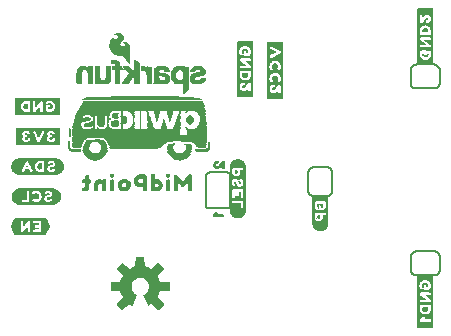
<source format=gbo>
G04 EAGLE Gerber RS-274X export*
G75*
%MOMM*%
%FSLAX34Y34*%
%LPD*%
%INSilkscreen Bottom*%
%IPPOS*%
%AMOC8*
5,1,8,0,0,1.08239X$1,22.5*%
G01*
%ADD10C,0.203200*%
%ADD11R,5.790000X0.040000*%
%ADD12R,8.590000X0.040000*%
%ADD13R,9.200000X0.030000*%
%ADD14R,9.570000X0.040000*%
%ADD15R,9.870000X0.040000*%
%ADD16R,10.060000X0.040000*%
%ADD17R,10.210000X0.030000*%
%ADD18R,10.130000X0.040000*%
%ADD19R,10.210000X0.040000*%
%ADD20R,10.240000X0.040000*%
%ADD21R,10.320000X0.040000*%
%ADD22R,10.400000X0.030000*%
%ADD23R,10.430000X0.040000*%
%ADD24R,10.470000X0.030000*%
%ADD25R,10.500000X0.040000*%
%ADD26R,10.540000X0.040000*%
%ADD27R,10.580000X0.030000*%
%ADD28R,10.580000X0.040000*%
%ADD29R,10.650000X0.040000*%
%ADD30R,10.690000X0.040000*%
%ADD31R,10.690000X0.030000*%
%ADD32R,10.730000X0.040000*%
%ADD33R,1.010000X0.040000*%
%ADD34R,0.300000X0.040000*%
%ADD35R,0.080000X0.040000*%
%ADD36R,0.600000X0.040000*%
%ADD37R,0.560000X0.040000*%
%ADD38R,0.120000X0.040000*%
%ADD39R,0.670000X0.040000*%
%ADD40R,0.190000X0.040000*%
%ADD41R,2.960000X0.040000*%
%ADD42R,0.900000X0.030000*%
%ADD43R,0.190000X0.030000*%
%ADD44R,0.080000X0.030000*%
%ADD45R,0.560000X0.030000*%
%ADD46R,0.040000X0.030000*%
%ADD47R,0.150000X0.030000*%
%ADD48R,2.840000X0.030000*%
%ADD49R,0.830000X0.040000*%
%ADD50R,0.150000X0.040000*%
%ADD51R,0.520000X0.040000*%
%ADD52R,0.490000X0.040000*%
%ADD53R,2.840000X0.040000*%
%ADD54R,0.750000X0.040000*%
%ADD55R,0.410000X0.040000*%
%ADD56R,2.800000X0.040000*%
%ADD57R,0.710000X0.040000*%
%ADD58R,0.040000X0.040000*%
%ADD59R,0.480000X0.040000*%
%ADD60R,0.110000X0.040000*%
%ADD61R,0.340000X0.040000*%
%ADD62R,2.770000X0.040000*%
%ADD63R,0.680000X0.030000*%
%ADD64R,0.440000X0.030000*%
%ADD65R,0.490000X0.030000*%
%ADD66R,0.110000X0.030000*%
%ADD67R,0.300000X0.030000*%
%ADD68R,0.410000X0.030000*%
%ADD69R,2.810000X0.030000*%
%ADD70R,0.640000X0.040000*%
%ADD71R,0.440000X0.040000*%
%ADD72R,0.230000X0.040000*%
%ADD73R,0.630000X0.030000*%
%ADD74R,0.230000X0.030000*%
%ADD75R,0.590000X0.040000*%
%ADD76R,0.380000X0.040000*%
%ADD77R,0.330000X0.040000*%
%ADD78R,1.650000X0.040000*%
%ADD79R,0.780000X0.040000*%
%ADD80R,0.290000X0.040000*%
%ADD81R,0.340000X0.030000*%
%ADD82R,0.330000X0.030000*%
%ADD83R,0.600000X0.030000*%
%ADD84R,0.260000X0.030000*%
%ADD85R,0.420000X0.040000*%
%ADD86R,0.270000X0.040000*%
%ADD87R,0.260000X0.040000*%
%ADD88R,0.450000X0.040000*%
%ADD89R,0.220000X0.040000*%
%ADD90R,0.180000X0.040000*%
%ADD91R,0.520000X0.030000*%
%ADD92R,0.220000X0.030000*%
%ADD93R,0.670000X0.030000*%
%ADD94R,1.310000X0.040000*%
%ADD95R,0.070000X0.040000*%
%ADD96R,0.370000X0.040000*%
%ADD97R,0.640000X0.030000*%
%ADD98R,0.070000X0.030000*%
%ADD99R,1.350000X0.030000*%
%ADD100R,1.280000X0.040000*%
%ADD101R,1.160000X0.040000*%
%ADD102R,0.030000X0.040000*%
%ADD103R,0.980000X0.040000*%
%ADD104R,0.030000X0.030000*%
%ADD105R,0.380000X0.030000*%
%ADD106R,0.890000X0.030000*%
%ADD107R,0.630000X0.040000*%
%ADD108R,0.420000X0.030000*%
%ADD109R,0.450000X0.030000*%
%ADD110R,0.270000X0.030000*%
%ADD111R,0.710000X0.030000*%
%ADD112R,0.860000X0.040000*%
%ADD113R,0.930000X0.030000*%
%ADD114R,0.930000X0.040000*%
%ADD115R,0.530000X0.040000*%
%ADD116R,0.750000X0.030000*%
%ADD117R,0.530000X0.030000*%
%ADD118R,0.370000X0.030000*%
%ADD119R,0.820000X0.040000*%
%ADD120R,0.900000X0.040000*%
%ADD121R,0.970000X0.030000*%
%ADD122R,0.180000X0.030000*%
%ADD123R,1.050000X0.040000*%
%ADD124R,4.640000X0.040000*%
%ADD125R,1.040000X0.040000*%
%ADD126R,1.760000X0.040000*%
%ADD127R,9.160000X0.040000*%
%ADD128R,1.760000X0.030000*%
%ADD129R,9.160000X0.030000*%
%ADD130R,11.400000X0.040000*%
%ADD131R,11.400000X0.030000*%
%ADD132R,8.900000X0.040000*%
%ADD133R,1.380000X0.040000*%
%ADD134R,8.670000X0.030000*%
%ADD135R,1.230000X0.030000*%
%ADD136R,8.600000X0.040000*%
%ADD137R,8.560000X0.040000*%
%ADD138R,1.120000X0.040000*%
%ADD139R,8.520000X0.040000*%
%ADD140R,1.080000X0.040000*%
%ADD141R,8.480000X0.030000*%
%ADD142R,1.270000X0.030000*%
%ADD143R,1.040000X0.030000*%
%ADD144R,8.450000X0.040000*%
%ADD145R,1.420000X0.040000*%
%ADD146R,1.500000X0.040000*%
%ADD147R,2.170000X0.040000*%
%ADD148R,5.570000X0.040000*%
%ADD149R,1.570000X0.040000*%
%ADD150R,0.970000X0.040000*%
%ADD151R,1.420000X0.030000*%
%ADD152R,5.160000X0.030000*%
%ADD153R,1.230000X0.040000*%
%ADD154R,5.010000X0.040000*%
%ADD155R,4.930000X0.040000*%
%ADD156R,0.890000X0.040000*%
%ADD157R,1.080000X0.030000*%
%ADD158R,4.860000X0.030000*%
%ADD159R,4.820000X0.040000*%
%ADD160R,4.750000X0.040000*%
%ADD161R,4.710000X0.040000*%
%ADD162R,4.640000X0.030000*%
%ADD163R,0.480000X0.030000*%
%ADD164R,0.820000X0.030000*%
%ADD165R,4.600000X0.040000*%
%ADD166R,4.520000X0.040000*%
%ADD167R,4.480000X0.040000*%
%ADD168R,0.740000X0.030000*%
%ADD169R,4.410000X0.030000*%
%ADD170R,0.740000X0.040000*%
%ADD171R,4.330000X0.040000*%
%ADD172R,4.290000X0.040000*%
%ADD173R,4.110000X0.040000*%
%ADD174R,0.570000X0.030000*%
%ADD175R,0.570000X0.040000*%
%ADD176R,1.190000X0.040000*%
%ADD177R,1.190000X0.030000*%
%ADD178R,0.940000X0.030000*%
%ADD179R,1.130000X0.040000*%
%ADD180R,0.590000X0.030000*%
%ADD181R,0.680000X0.040000*%
%ADD182R,1.830000X0.040000*%
%ADD183R,1.870000X0.040000*%
%ADD184R,1.800000X0.040000*%
%ADD185R,1.840000X0.040000*%
%ADD186R,1.720000X0.030000*%
%ADD187R,1.640000X0.040000*%
%ADD188R,1.540000X0.040000*%
%ADD189R,1.340000X0.040000*%
%ADD190R,1.270000X0.040000*%
%ADD191C,0.152400*%

G36*
X142425Y18030D02*
X142425Y18030D01*
X142481Y18030D01*
X142509Y18045D01*
X142541Y18050D01*
X142600Y18090D01*
X142636Y18108D01*
X142645Y18120D01*
X142661Y18131D01*
X146969Y22439D01*
X146986Y22466D01*
X147010Y22487D01*
X147031Y22539D01*
X147060Y22586D01*
X147063Y22618D01*
X147075Y22648D01*
X147072Y22703D01*
X147077Y22759D01*
X147065Y22789D01*
X147063Y22821D01*
X147029Y22884D01*
X147015Y22921D01*
X147004Y22931D01*
X146995Y22948D01*
X142028Y29039D01*
X143217Y31349D01*
X143224Y31375D01*
X143241Y31407D01*
X144033Y33881D01*
X151852Y34675D01*
X151883Y34685D01*
X151915Y34686D01*
X151964Y34713D01*
X152016Y34731D01*
X152039Y34754D01*
X152067Y34769D01*
X152099Y34815D01*
X152138Y34854D01*
X152148Y34885D01*
X152167Y34911D01*
X152180Y34981D01*
X152193Y35019D01*
X152191Y35034D01*
X152194Y35053D01*
X152194Y41147D01*
X152187Y41178D01*
X152189Y41210D01*
X152167Y41261D01*
X152155Y41316D01*
X152134Y41340D01*
X152122Y41370D01*
X152080Y41406D01*
X152045Y41449D01*
X152015Y41462D01*
X151991Y41483D01*
X151922Y41504D01*
X151886Y41520D01*
X151871Y41520D01*
X151852Y41525D01*
X144033Y42319D01*
X143241Y44793D01*
X143228Y44816D01*
X143217Y44851D01*
X142028Y47161D01*
X146995Y53252D01*
X147009Y53280D01*
X147030Y53304D01*
X147046Y53357D01*
X147071Y53407D01*
X147071Y53439D01*
X147080Y53470D01*
X147070Y53525D01*
X147070Y53581D01*
X147055Y53609D01*
X147050Y53641D01*
X147010Y53700D01*
X146992Y53736D01*
X146980Y53745D01*
X146969Y53761D01*
X142661Y58069D01*
X142634Y58086D01*
X142613Y58110D01*
X142561Y58131D01*
X142514Y58160D01*
X142482Y58163D01*
X142452Y58175D01*
X142397Y58172D01*
X142341Y58177D01*
X142311Y58165D01*
X142279Y58163D01*
X142216Y58129D01*
X142179Y58115D01*
X142169Y58104D01*
X142152Y58095D01*
X136061Y53128D01*
X133751Y54317D01*
X133725Y54324D01*
X133693Y54341D01*
X131219Y55133D01*
X130425Y62952D01*
X130417Y62978D01*
X130416Y62990D01*
X130415Y62993D01*
X130414Y63015D01*
X130387Y63064D01*
X130369Y63116D01*
X130346Y63139D01*
X130331Y63167D01*
X130285Y63199D01*
X130246Y63238D01*
X130215Y63248D01*
X130189Y63267D01*
X130119Y63280D01*
X130081Y63293D01*
X130066Y63291D01*
X130047Y63294D01*
X123953Y63294D01*
X123922Y63287D01*
X123890Y63289D01*
X123839Y63267D01*
X123784Y63255D01*
X123760Y63234D01*
X123730Y63222D01*
X123694Y63180D01*
X123651Y63145D01*
X123638Y63115D01*
X123617Y63091D01*
X123596Y63022D01*
X123580Y62986D01*
X123580Y62971D01*
X123578Y62964D01*
X123577Y62962D01*
X123577Y62961D01*
X123575Y62952D01*
X122781Y55133D01*
X120307Y54341D01*
X120284Y54328D01*
X120249Y54317D01*
X117939Y53128D01*
X111848Y58095D01*
X111820Y58109D01*
X111796Y58130D01*
X111743Y58146D01*
X111693Y58171D01*
X111661Y58171D01*
X111630Y58180D01*
X111575Y58170D01*
X111519Y58170D01*
X111491Y58155D01*
X111459Y58150D01*
X111400Y58110D01*
X111365Y58092D01*
X111355Y58080D01*
X111339Y58069D01*
X107031Y53761D01*
X107014Y53734D01*
X106990Y53713D01*
X106969Y53661D01*
X106940Y53614D01*
X106937Y53582D01*
X106925Y53552D01*
X106929Y53497D01*
X106923Y53441D01*
X106935Y53411D01*
X106937Y53379D01*
X106971Y53316D01*
X106985Y53279D01*
X106996Y53269D01*
X107005Y53252D01*
X111972Y47161D01*
X110783Y44851D01*
X110776Y44825D01*
X110759Y44793D01*
X109967Y42319D01*
X102148Y41525D01*
X102117Y41515D01*
X102085Y41514D01*
X102036Y41487D01*
X101984Y41469D01*
X101961Y41446D01*
X101933Y41431D01*
X101901Y41385D01*
X101862Y41346D01*
X101852Y41315D01*
X101833Y41289D01*
X101820Y41219D01*
X101807Y41181D01*
X101809Y41166D01*
X101806Y41147D01*
X101806Y35053D01*
X101813Y35022D01*
X101811Y34990D01*
X101833Y34939D01*
X101845Y34884D01*
X101866Y34860D01*
X101878Y34830D01*
X101920Y34794D01*
X101955Y34751D01*
X101985Y34738D01*
X102009Y34717D01*
X102078Y34696D01*
X102114Y34680D01*
X102129Y34680D01*
X102148Y34675D01*
X109967Y33881D01*
X110759Y31407D01*
X110772Y31384D01*
X110783Y31349D01*
X111972Y29039D01*
X107005Y22948D01*
X106991Y22920D01*
X106970Y22896D01*
X106954Y22843D01*
X106929Y22793D01*
X106929Y22761D01*
X106920Y22730D01*
X106930Y22675D01*
X106930Y22619D01*
X106945Y22591D01*
X106950Y22559D01*
X106990Y22500D01*
X107008Y22465D01*
X107020Y22455D01*
X107031Y22439D01*
X111339Y18131D01*
X111366Y18114D01*
X111387Y18090D01*
X111439Y18069D01*
X111486Y18040D01*
X111518Y18037D01*
X111548Y18025D01*
X111603Y18029D01*
X111659Y18023D01*
X111689Y18035D01*
X111721Y18037D01*
X111784Y18071D01*
X111821Y18085D01*
X111831Y18096D01*
X111848Y18105D01*
X117939Y23072D01*
X120248Y21882D01*
X120312Y21866D01*
X120375Y21843D01*
X120396Y21845D01*
X120416Y21840D01*
X120481Y21854D01*
X120547Y21861D01*
X120565Y21872D01*
X120585Y21877D01*
X120637Y21918D01*
X120693Y21954D01*
X120706Y21973D01*
X120721Y21985D01*
X120737Y22020D01*
X120773Y22074D01*
X124361Y30736D01*
X124366Y30768D01*
X124380Y30796D01*
X124380Y30852D01*
X124389Y30907D01*
X124380Y30938D01*
X124380Y30969D01*
X124355Y31020D01*
X124339Y31073D01*
X124317Y31096D01*
X124303Y31125D01*
X124247Y31171D01*
X124220Y31199D01*
X124206Y31204D01*
X124191Y31217D01*
X122814Y31961D01*
X121648Y32945D01*
X120708Y34147D01*
X120034Y35515D01*
X119653Y36993D01*
X119581Y38517D01*
X119823Y40023D01*
X120367Y41449D01*
X121191Y42733D01*
X122260Y43822D01*
X123528Y44670D01*
X124943Y45240D01*
X126445Y45510D01*
X127970Y45467D01*
X129454Y45114D01*
X130835Y44464D01*
X132054Y43547D01*
X133060Y42400D01*
X133811Y41071D01*
X134274Y39618D01*
X134431Y38099D01*
X134288Y36650D01*
X133865Y35256D01*
X133179Y33972D01*
X132255Y32846D01*
X131129Y31922D01*
X129811Y31217D01*
X129786Y31196D01*
X129757Y31182D01*
X129722Y31139D01*
X129681Y31103D01*
X129668Y31073D01*
X129648Y31048D01*
X129636Y30994D01*
X129615Y30943D01*
X129617Y30910D01*
X129610Y30878D01*
X129624Y30809D01*
X129627Y30770D01*
X129635Y30756D01*
X129639Y30736D01*
X133227Y22074D01*
X133266Y22020D01*
X133298Y21963D01*
X133315Y21951D01*
X133328Y21934D01*
X133386Y21903D01*
X133441Y21865D01*
X133462Y21862D01*
X133481Y21852D01*
X133547Y21851D01*
X133613Y21841D01*
X133636Y21848D01*
X133654Y21847D01*
X133689Y21864D01*
X133752Y21882D01*
X136061Y23072D01*
X142152Y18105D01*
X142180Y18091D01*
X142204Y18070D01*
X142257Y18054D01*
X142307Y18029D01*
X142339Y18029D01*
X142370Y18020D01*
X142425Y18030D01*
G37*
G36*
X247718Y196449D02*
X247718Y196449D01*
X247730Y196446D01*
X248130Y196746D01*
X248134Y196762D01*
X248141Y196767D01*
X248137Y196773D01*
X248139Y196777D01*
X248149Y196785D01*
X248149Y244785D01*
X248113Y244832D01*
X248110Y244830D01*
X248108Y244834D01*
X247508Y244934D01*
X247503Y244931D01*
X247500Y244934D01*
X234600Y244934D01*
X234553Y244898D01*
X234554Y244896D01*
X234552Y244895D01*
X234452Y244395D01*
X234455Y244388D01*
X234451Y244385D01*
X234451Y196885D01*
X234464Y196867D01*
X234461Y196855D01*
X234761Y196455D01*
X234792Y196447D01*
X234800Y196436D01*
X247700Y196436D01*
X247718Y196449D01*
G37*
G36*
X374713Y226245D02*
X374713Y226245D01*
X374722Y226241D01*
X375122Y226441D01*
X375132Y226462D01*
X375141Y226469D01*
X375138Y226473D01*
X375141Y226478D01*
X375149Y226485D01*
X375149Y272985D01*
X375142Y272994D01*
X375147Y273001D01*
X374947Y273601D01*
X374903Y273631D01*
X374900Y273634D01*
X362100Y273634D01*
X362091Y273627D01*
X362084Y273632D01*
X361484Y273432D01*
X361454Y273388D01*
X361451Y273385D01*
X361451Y226685D01*
X361464Y226667D01*
X361461Y226655D01*
X361761Y226255D01*
X361792Y226247D01*
X361800Y226236D01*
X374700Y226236D01*
X374713Y226245D01*
G37*
G36*
X222109Y198178D02*
X222109Y198178D01*
X222116Y198173D01*
X222716Y198373D01*
X222734Y198401D01*
X222738Y198404D01*
X222737Y198405D01*
X222746Y198417D01*
X222749Y198420D01*
X222749Y245120D01*
X222736Y245138D01*
X222739Y245150D01*
X222439Y245550D01*
X222408Y245559D01*
X222400Y245569D01*
X209500Y245569D01*
X209487Y245560D01*
X209478Y245564D01*
X209078Y245364D01*
X209060Y245327D01*
X209051Y245320D01*
X209051Y198820D01*
X209058Y198811D01*
X209053Y198804D01*
X209253Y198204D01*
X209297Y198174D01*
X209300Y198171D01*
X222100Y198171D01*
X222109Y198178D01*
G37*
G36*
X209755Y95804D02*
X209755Y95804D01*
X209758Y95801D01*
X210358Y95901D01*
X211057Y96001D01*
X211061Y96005D01*
X211064Y96003D01*
X211764Y96203D01*
X211765Y96204D01*
X211766Y96203D01*
X212366Y96403D01*
X212369Y96408D01*
X212372Y96406D01*
X212972Y96706D01*
X212974Y96710D01*
X212977Y96709D01*
X213577Y97109D01*
X213578Y97112D01*
X213581Y97112D01*
X214081Y97512D01*
X214082Y97516D01*
X214085Y97515D01*
X214585Y98015D01*
X214585Y98019D01*
X214588Y98019D01*
X214988Y98519D01*
X214989Y98523D01*
X214991Y98523D01*
X215391Y99123D01*
X215391Y99127D01*
X215394Y99128D01*
X215994Y100328D01*
X215993Y100333D01*
X215997Y100334D01*
X216197Y100934D01*
X216195Y100941D01*
X216199Y100943D01*
X216399Y102343D01*
X216396Y102348D01*
X216399Y102350D01*
X216399Y139650D01*
X216396Y139655D01*
X216399Y139658D01*
X216299Y140258D01*
X216199Y140957D01*
X216195Y140961D01*
X216197Y140964D01*
X215997Y141664D01*
X215992Y141668D01*
X215994Y141672D01*
X215394Y142872D01*
X215387Y142875D01*
X215388Y142881D01*
X214988Y143381D01*
X214988Y143382D01*
X214488Y143982D01*
X214484Y143982D01*
X214485Y143985D01*
X214085Y144385D01*
X214078Y144386D01*
X214077Y144391D01*
X213479Y144790D01*
X212981Y145188D01*
X212973Y145189D01*
X212972Y145194D01*
X212372Y145494D01*
X212370Y145494D01*
X212369Y145495D01*
X211669Y145795D01*
X211661Y145793D01*
X211658Y145799D01*
X211061Y145898D01*
X210364Y146097D01*
X210354Y146094D01*
X210350Y146099D01*
X208950Y146099D01*
X208945Y146096D01*
X208942Y146099D01*
X208342Y145999D01*
X208339Y145995D01*
X208336Y145997D01*
X207636Y145797D01*
X207635Y145796D01*
X207634Y145797D01*
X207034Y145597D01*
X207031Y145592D01*
X207028Y145594D01*
X205828Y144994D01*
X205826Y144990D01*
X205823Y144991D01*
X205223Y144591D01*
X205220Y144584D01*
X205215Y144585D01*
X204715Y144085D01*
X204715Y144081D01*
X204712Y144081D01*
X203912Y143081D01*
X203911Y143077D01*
X203909Y143077D01*
X203509Y142477D01*
X203509Y142473D01*
X203506Y142472D01*
X203206Y141872D01*
X203207Y141867D01*
X203203Y141866D01*
X203003Y141266D01*
X203004Y141264D01*
X203003Y141264D01*
X202963Y141124D01*
X202949Y141075D01*
X202907Y140927D01*
X202864Y140779D01*
X202850Y140730D01*
X202808Y140582D01*
X202803Y140564D01*
X202806Y140554D01*
X202801Y140550D01*
X202801Y139854D01*
X202701Y139258D01*
X202704Y139254D01*
X202703Y139253D01*
X202703Y139252D01*
X202701Y139250D01*
X202701Y102650D01*
X202704Y102646D01*
X202701Y102643D01*
X202801Y101943D01*
X202802Y101942D01*
X202801Y101942D01*
X202901Y101342D01*
X203001Y100643D01*
X203006Y100638D01*
X203003Y100634D01*
X203203Y100034D01*
X203208Y100031D01*
X203206Y100028D01*
X203506Y99428D01*
X203510Y99426D01*
X203509Y99423D01*
X204309Y98223D01*
X204316Y98220D01*
X204315Y98215D01*
X204815Y97715D01*
X204819Y97715D01*
X204819Y97712D01*
X205819Y96912D01*
X205827Y96911D01*
X205828Y96906D01*
X207028Y96306D01*
X207035Y96307D01*
X207036Y96303D01*
X207735Y96103D01*
X208334Y95903D01*
X208341Y95905D01*
X208343Y95901D01*
X209043Y95801D01*
X209048Y95804D01*
X209050Y95801D01*
X209750Y95801D01*
X209755Y95804D01*
G37*
G36*
X374611Y2959D02*
X374611Y2959D01*
X374618Y2954D01*
X375118Y3154D01*
X375133Y3178D01*
X375140Y3184D01*
X375138Y3187D01*
X375143Y3195D01*
X375149Y3200D01*
X375149Y47200D01*
X375120Y47238D01*
X375118Y47246D01*
X374618Y47446D01*
X374605Y47442D01*
X374600Y47449D01*
X361700Y47449D01*
X361667Y47424D01*
X361656Y47422D01*
X361456Y47022D01*
X361459Y47006D01*
X361451Y47000D01*
X361451Y3400D01*
X361464Y3382D01*
X361461Y3370D01*
X361761Y2970D01*
X361792Y2962D01*
X361800Y2951D01*
X374600Y2951D01*
X374611Y2959D01*
G37*
G36*
X55842Y132755D02*
X55842Y132755D01*
X55851Y132752D01*
X56551Y132852D01*
X56562Y132858D01*
X56571Y132857D01*
X57271Y133057D01*
X57274Y133059D01*
X57277Y133058D01*
X58477Y133458D01*
X58496Y133474D01*
X58513Y133476D01*
X59105Y133871D01*
X59697Y134167D01*
X59717Y134188D01*
X59736Y134194D01*
X60736Y135194D01*
X60740Y135204D01*
X60747Y135207D01*
X61147Y135707D01*
X61152Y135725D01*
X61164Y135733D01*
X62064Y137533D01*
X62066Y137562D01*
X62078Y137579D01*
X62176Y138269D01*
X62374Y138959D01*
X62371Y138984D01*
X62379Y139000D01*
X62379Y140300D01*
X62375Y140312D01*
X62378Y140321D01*
X62278Y141021D01*
X62270Y141035D01*
X62272Y141047D01*
X62073Y141644D01*
X61874Y142341D01*
X61863Y142354D01*
X61864Y142367D01*
X61264Y143567D01*
X61254Y143575D01*
X61252Y143586D01*
X61248Y143588D01*
X61247Y143593D01*
X60847Y144093D01*
X60838Y144098D01*
X60836Y144106D01*
X59836Y145106D01*
X59819Y145113D01*
X59813Y145124D01*
X59213Y145524D01*
X59209Y145525D01*
X59207Y145528D01*
X58707Y145828D01*
X58695Y145830D01*
X58689Y145837D01*
X57989Y146137D01*
X57981Y146137D01*
X57977Y146142D01*
X57377Y146342D01*
X57373Y146341D01*
X57371Y146344D01*
X56671Y146544D01*
X56661Y146543D01*
X56655Y146547D01*
X56055Y146647D01*
X56040Y146644D01*
X56030Y146649D01*
X55530Y146649D01*
X55524Y146647D01*
X55518Y146649D01*
X55500Y146638D01*
X55481Y146630D01*
X55449Y146640D01*
X55430Y146649D01*
X24330Y146649D01*
X24318Y146645D01*
X24309Y146648D01*
X22909Y146448D01*
X22895Y146440D01*
X22883Y146442D01*
X22283Y146242D01*
X22273Y146233D01*
X22263Y146234D01*
X21063Y145634D01*
X21056Y145625D01*
X21047Y145624D01*
X20447Y145224D01*
X20443Y145218D01*
X20437Y145217D01*
X19937Y144817D01*
X19932Y144808D01*
X19924Y144806D01*
X19424Y144306D01*
X19417Y144289D01*
X19406Y144283D01*
X19009Y143688D01*
X18613Y143193D01*
X18608Y143175D01*
X18597Y143167D01*
X18297Y142567D01*
X18295Y142550D01*
X18287Y142541D01*
X18087Y141844D01*
X17888Y141247D01*
X17889Y141231D01*
X17882Y141221D01*
X17682Y139821D01*
X17689Y139794D01*
X17683Y139775D01*
X17781Y139188D01*
X17781Y138500D01*
X17790Y138476D01*
X17787Y138459D01*
X17987Y137759D01*
X17989Y137756D01*
X17988Y137753D01*
X18188Y137153D01*
X18197Y137143D01*
X18197Y137133D01*
X18797Y135933D01*
X18805Y135926D01*
X18806Y135917D01*
X19206Y135317D01*
X19220Y135307D01*
X19224Y135294D01*
X19724Y134794D01*
X19734Y134790D01*
X19737Y134783D01*
X20737Y133983D01*
X20744Y133981D01*
X20747Y133976D01*
X21347Y133576D01*
X21358Y133573D01*
X21363Y133567D01*
X21963Y133267D01*
X21980Y133265D01*
X21989Y133257D01*
X22686Y133057D01*
X23283Y132858D01*
X23312Y132860D01*
X23330Y132851D01*
X24019Y132851D01*
X24709Y132752D01*
X24721Y132755D01*
X24730Y132751D01*
X55830Y132751D01*
X55842Y132755D01*
G37*
G36*
X52802Y107355D02*
X52802Y107355D01*
X52811Y107352D01*
X53501Y107451D01*
X54190Y107451D01*
X54217Y107461D01*
X54237Y107458D01*
X54834Y107657D01*
X55531Y107857D01*
X55544Y107867D01*
X55557Y107867D01*
X56157Y108167D01*
X56164Y108175D01*
X56173Y108176D01*
X56773Y108576D01*
X56777Y108582D01*
X56779Y108583D01*
X56783Y108583D01*
X57783Y109383D01*
X57788Y109392D01*
X57796Y109394D01*
X58296Y109894D01*
X58303Y109911D01*
X58314Y109917D01*
X58714Y110517D01*
X58715Y110521D01*
X58718Y110523D01*
X59018Y111023D01*
X59019Y111030D01*
X59024Y111033D01*
X59324Y111633D01*
X59325Y111650D01*
X59334Y111659D01*
X59532Y112355D01*
X59732Y112953D01*
X59731Y112969D01*
X59738Y112979D01*
X59838Y113679D01*
X59835Y113691D01*
X59839Y113700D01*
X59839Y115100D01*
X59829Y115127D01*
X59832Y115147D01*
X59636Y115734D01*
X59538Y116421D01*
X59523Y116447D01*
X59524Y116467D01*
X58624Y118267D01*
X58609Y118280D01*
X58607Y118293D01*
X58207Y118793D01*
X58198Y118798D01*
X58196Y118806D01*
X57196Y119806D01*
X57169Y119817D01*
X57157Y119834D01*
X56565Y120129D01*
X55973Y120524D01*
X55949Y120529D01*
X55937Y120542D01*
X54737Y120942D01*
X54733Y120941D01*
X54731Y120944D01*
X54031Y121144D01*
X54019Y121142D01*
X54011Y121148D01*
X53311Y121248D01*
X53299Y121245D01*
X53290Y121249D01*
X52990Y121249D01*
X52983Y121246D01*
X52975Y121249D01*
X52956Y121236D01*
X52942Y121231D01*
X52913Y121238D01*
X52890Y121249D01*
X24490Y121249D01*
X24478Y121245D01*
X24469Y121248D01*
X23769Y121148D01*
X23755Y121140D01*
X23743Y121142D01*
X23146Y120943D01*
X22449Y120744D01*
X22446Y120741D01*
X22443Y120742D01*
X21843Y120542D01*
X21824Y120526D01*
X21807Y120524D01*
X21207Y120124D01*
X21203Y120118D01*
X21197Y120117D01*
X20197Y119317D01*
X20192Y119308D01*
X20184Y119306D01*
X19684Y118806D01*
X19680Y118796D01*
X19673Y118793D01*
X19273Y118293D01*
X19271Y118286D01*
X19266Y118283D01*
X18866Y117683D01*
X18863Y117672D01*
X18857Y117667D01*
X18557Y117067D01*
X18555Y117050D01*
X18547Y117041D01*
X18347Y116344D01*
X18148Y115747D01*
X18149Y115733D01*
X18146Y115726D01*
X18142Y115721D01*
X18042Y115021D01*
X18045Y115009D01*
X18041Y115000D01*
X18041Y113700D01*
X18045Y113688D01*
X18042Y113679D01*
X18142Y112979D01*
X18148Y112968D01*
X18147Y112959D01*
X18347Y112259D01*
X18349Y112256D01*
X18348Y112253D01*
X18548Y111653D01*
X18557Y111643D01*
X18557Y111633D01*
X19157Y110433D01*
X19171Y110420D01*
X19173Y110407D01*
X19573Y109907D01*
X19582Y109902D01*
X19584Y109894D01*
X20584Y108894D01*
X20594Y108890D01*
X20597Y108883D01*
X21097Y108483D01*
X21115Y108478D01*
X21123Y108467D01*
X22323Y107867D01*
X22340Y107865D01*
X22349Y107857D01*
X23046Y107657D01*
X23643Y107458D01*
X23659Y107459D01*
X23669Y107452D01*
X24369Y107352D01*
X24381Y107355D01*
X24390Y107351D01*
X52790Y107351D01*
X52802Y107355D01*
G37*
G36*
X58244Y183556D02*
X58244Y183556D01*
X58255Y183553D01*
X58855Y183653D01*
X58885Y183671D01*
X58919Y183680D01*
X58927Y183695D01*
X58947Y183707D01*
X58970Y183782D01*
X58979Y183800D01*
X58979Y197300D01*
X58962Y197344D01*
X58950Y197389D01*
X58944Y197392D01*
X58941Y197400D01*
X58845Y197449D01*
X58836Y197446D01*
X58830Y197449D01*
X55530Y197449D01*
X55529Y197449D01*
X55528Y197449D01*
X55523Y197447D01*
X55480Y197430D01*
X55442Y197443D01*
X55430Y197449D01*
X21630Y197449D01*
X21616Y197444D01*
X21605Y197447D01*
X21005Y197347D01*
X20975Y197329D01*
X20941Y197320D01*
X20933Y197305D01*
X20913Y197293D01*
X20890Y197218D01*
X20881Y197200D01*
X20881Y183700D01*
X20898Y183656D01*
X20910Y183611D01*
X20916Y183608D01*
X20919Y183600D01*
X21015Y183551D01*
X21024Y183554D01*
X21030Y183551D01*
X58230Y183551D01*
X58244Y183556D01*
G37*
G36*
X58363Y158163D02*
X58363Y158163D01*
X58385Y158161D01*
X58885Y158361D01*
X58900Y158375D01*
X58919Y158380D01*
X58931Y158403D01*
X58964Y158435D01*
X58968Y158477D01*
X58979Y158500D01*
X58979Y171400D01*
X58967Y171433D01*
X58969Y171455D01*
X58769Y171955D01*
X58758Y171966D01*
X58757Y171971D01*
X58755Y171972D01*
X58750Y171989D01*
X58727Y172001D01*
X58695Y172034D01*
X58653Y172038D01*
X58630Y172049D01*
X55530Y172049D01*
X55524Y172047D01*
X55517Y172049D01*
X55498Y172037D01*
X55481Y172031D01*
X55452Y172038D01*
X55430Y172049D01*
X22330Y172049D01*
X22316Y172044D01*
X22305Y172047D01*
X21705Y171947D01*
X21675Y171929D01*
X21641Y171920D01*
X21633Y171905D01*
X21613Y171893D01*
X21590Y171818D01*
X21581Y171800D01*
X21581Y158900D01*
X21586Y158886D01*
X21583Y158875D01*
X21683Y158275D01*
X21701Y158245D01*
X21710Y158211D01*
X21725Y158203D01*
X21737Y158183D01*
X21812Y158160D01*
X21830Y158151D01*
X58330Y158151D01*
X58363Y158163D01*
G37*
G36*
X46814Y81956D02*
X46814Y81956D01*
X46825Y81953D01*
X47425Y82053D01*
X47517Y82107D01*
X47522Y82124D01*
X47533Y82132D01*
X50933Y88732D01*
X50933Y88733D01*
X50933Y88736D01*
X50940Y88801D01*
X50940Y88802D01*
X50944Y88838D01*
X50933Y88853D01*
X50934Y88867D01*
X50634Y89466D01*
X47634Y95566D01*
X47555Y95639D01*
X47550Y95639D01*
X47547Y95642D01*
X46947Y95842D01*
X46918Y95840D01*
X46900Y95849D01*
X44100Y95849D01*
X44082Y95842D01*
X44063Y95845D01*
X44053Y95836D01*
X44023Y95838D01*
X44000Y95849D01*
X21000Y95849D01*
X20900Y95811D01*
X20893Y95798D01*
X20883Y95793D01*
X20483Y95293D01*
X20478Y95276D01*
X20467Y95269D01*
X17367Y89269D01*
X17360Y89198D01*
X17353Y89175D01*
X17453Y88575D01*
X17466Y88553D01*
X17466Y88534D01*
X20466Y82434D01*
X20488Y82414D01*
X20494Y82394D01*
X20894Y81994D01*
X20993Y81951D01*
X20997Y81952D01*
X21000Y81951D01*
X46800Y81951D01*
X46814Y81956D01*
G37*
G36*
X280208Y84932D02*
X280208Y84932D01*
X280214Y84928D01*
X280911Y85127D01*
X281508Y85226D01*
X281514Y85233D01*
X281519Y85230D01*
X282219Y85530D01*
X282221Y85532D01*
X282222Y85531D01*
X282822Y85831D01*
X282825Y85838D01*
X282831Y85837D01*
X283329Y86235D01*
X283927Y86634D01*
X283928Y86637D01*
X283931Y86637D01*
X284431Y87037D01*
X284433Y87047D01*
X284441Y87048D01*
X284840Y87646D01*
X285238Y88144D01*
X285239Y88152D01*
X285244Y88153D01*
X285844Y89353D01*
X285843Y89360D01*
X285847Y89361D01*
X285857Y89394D01*
X285871Y89443D01*
X285913Y89591D01*
X285955Y89739D01*
X285969Y89788D01*
X286011Y89936D01*
X286012Y89936D01*
X286011Y89936D01*
X286047Y90061D01*
X286046Y90065D01*
X286049Y90067D01*
X286149Y90667D01*
X286148Y90668D01*
X286149Y90668D01*
X286249Y91368D01*
X286246Y91373D01*
X286249Y91375D01*
X286249Y113675D01*
X286236Y113693D01*
X286239Y113705D01*
X285939Y114105D01*
X285908Y114114D01*
X285900Y114124D01*
X273000Y114124D01*
X272982Y114111D01*
X272970Y114114D01*
X272570Y113814D01*
X272562Y113783D01*
X272551Y113775D01*
X272551Y91775D01*
X272554Y91771D01*
X272551Y91768D01*
X272751Y90368D01*
X272752Y90367D01*
X272751Y90367D01*
X272851Y89767D01*
X272856Y89763D01*
X272853Y89759D01*
X273053Y89159D01*
X273056Y89158D01*
X273055Y89156D01*
X273355Y88456D01*
X273363Y88451D01*
X273362Y88444D01*
X273760Y87946D01*
X274159Y87348D01*
X274166Y87345D01*
X274165Y87340D01*
X274665Y86840D01*
X274669Y86840D01*
X274669Y86837D01*
X275669Y86037D01*
X275673Y86036D01*
X275673Y86034D01*
X276273Y85634D01*
X276282Y85635D01*
X276284Y85628D01*
X276881Y85429D01*
X277478Y85131D01*
X277489Y85133D01*
X277493Y85126D01*
X278893Y84926D01*
X278898Y84929D01*
X278900Y84926D01*
X280200Y84926D01*
X280208Y84932D01*
G37*
G36*
X118140Y226791D02*
X118140Y226791D01*
X118191Y226793D01*
X118223Y226811D01*
X118259Y226819D01*
X118298Y226852D01*
X118343Y226876D01*
X118364Y226906D01*
X118392Y226929D01*
X118413Y226976D01*
X118443Y227018D01*
X118451Y227060D01*
X118463Y227088D01*
X118462Y227118D01*
X118470Y227160D01*
X118470Y239960D01*
X118466Y239978D01*
X118468Y240002D01*
X118268Y241802D01*
X118257Y241833D01*
X118251Y241880D01*
X118051Y242480D01*
X118038Y242500D01*
X118030Y242530D01*
X117730Y243130D01*
X117722Y243140D01*
X117716Y243156D01*
X117416Y243656D01*
X117402Y243670D01*
X117393Y243689D01*
X117316Y243759D01*
X117295Y243780D01*
X117290Y243782D01*
X117286Y243786D01*
X116802Y244076D01*
X116418Y244364D01*
X116383Y244379D01*
X116331Y244413D01*
X115331Y244813D01*
X115298Y244818D01*
X115253Y244835D01*
X114653Y244935D01*
X114626Y244933D01*
X114590Y244940D01*
X113790Y244940D01*
X113754Y244932D01*
X113698Y244929D01*
X113343Y244840D01*
X113190Y244840D01*
X113175Y244837D01*
X113160Y244839D01*
X113028Y244802D01*
X113021Y244801D01*
X113021Y244800D01*
X113020Y244800D01*
X112820Y244700D01*
X112801Y244684D01*
X112777Y244675D01*
X112735Y244629D01*
X112687Y244589D01*
X112677Y244567D01*
X112660Y244548D01*
X112642Y244488D01*
X112616Y244431D01*
X112618Y244406D01*
X112610Y244382D01*
X112621Y244320D01*
X112624Y244258D01*
X112636Y244236D01*
X112640Y244211D01*
X112689Y244138D01*
X112707Y244106D01*
X112715Y244101D01*
X112721Y244091D01*
X112821Y243991D01*
X112853Y243971D01*
X112920Y243920D01*
X113320Y243720D01*
X113343Y243714D01*
X113370Y243699D01*
X113585Y243628D01*
X113895Y243318D01*
X114045Y243092D01*
X114110Y242898D01*
X114110Y242722D01*
X114038Y242506D01*
X113878Y242185D01*
X113648Y241956D01*
X113412Y241798D01*
X112981Y241626D01*
X112552Y241540D01*
X111837Y241540D01*
X111146Y241713D01*
X110650Y242044D01*
X110329Y242445D01*
X110170Y242922D01*
X110170Y243482D01*
X110416Y244055D01*
X111076Y244809D01*
X111874Y245707D01*
X111875Y245709D01*
X111876Y245710D01*
X112576Y246510D01*
X112592Y246539D01*
X112622Y246575D01*
X113122Y247475D01*
X113133Y247513D01*
X113161Y247578D01*
X113361Y248478D01*
X113361Y248511D01*
X113370Y248560D01*
X113370Y249360D01*
X113362Y249397D01*
X113351Y249480D01*
X113051Y250380D01*
X113030Y250414D01*
X112999Y250481D01*
X112499Y251181D01*
X112473Y251204D01*
X112443Y251244D01*
X111543Y252044D01*
X111512Y252061D01*
X111472Y252094D01*
X110372Y252694D01*
X110336Y252704D01*
X110258Y252734D01*
X109158Y252934D01*
X109129Y252933D01*
X109090Y252940D01*
X108090Y252940D01*
X108053Y252932D01*
X107970Y252921D01*
X107070Y252621D01*
X107064Y252617D01*
X107057Y252616D01*
X106257Y252316D01*
X106242Y252306D01*
X106220Y252300D01*
X106054Y252217D01*
X105620Y252000D01*
X105598Y251982D01*
X105562Y251964D01*
X105162Y251664D01*
X105147Y251646D01*
X105121Y251629D01*
X105021Y251529D01*
X105008Y251507D01*
X104988Y251491D01*
X104962Y251434D01*
X104930Y251382D01*
X104927Y251356D01*
X104917Y251332D01*
X104919Y251271D01*
X104913Y251209D01*
X104922Y251185D01*
X104923Y251159D01*
X104953Y251105D01*
X104975Y251047D01*
X104994Y251030D01*
X105006Y251007D01*
X105057Y250972D01*
X105102Y250930D01*
X105127Y250922D01*
X105148Y250907D01*
X105232Y250891D01*
X105268Y250880D01*
X105278Y250882D01*
X105290Y250880D01*
X105590Y250880D01*
X105627Y250888D01*
X105710Y250899D01*
X105952Y250980D01*
X106143Y250980D01*
X106498Y250891D01*
X106506Y250891D01*
X106515Y250887D01*
X106966Y250797D01*
X107289Y250635D01*
X107610Y250395D01*
X107745Y250192D01*
X107829Y249940D01*
X107842Y249920D01*
X107850Y249890D01*
X107938Y249714D01*
X107989Y249560D01*
X107929Y249380D01*
X107928Y249367D01*
X107921Y249352D01*
X107837Y249016D01*
X107674Y248771D01*
X107666Y248751D01*
X107650Y248730D01*
X107478Y248385D01*
X107248Y248156D01*
X106979Y247976D01*
X106972Y247969D01*
X106962Y247964D01*
X106570Y247671D01*
X106299Y247490D01*
X105867Y247274D01*
X105600Y247140D01*
X105052Y247140D01*
X104859Y247205D01*
X104710Y247304D01*
X104570Y247722D01*
X104570Y248460D01*
X104558Y248510D01*
X104558Y248531D01*
X104557Y248555D01*
X104556Y248562D01*
X104539Y248594D01*
X104531Y248629D01*
X104498Y248669D01*
X104473Y248714D01*
X104443Y248735D01*
X104421Y248762D01*
X104373Y248784D01*
X104331Y248813D01*
X104295Y248819D01*
X104262Y248833D01*
X104211Y248831D01*
X104160Y248839D01*
X104119Y248828D01*
X104089Y248827D01*
X104062Y248812D01*
X104020Y248800D01*
X104009Y248795D01*
X103249Y248415D01*
X103220Y248400D01*
X103216Y248397D01*
X103106Y248313D01*
X102306Y247413D01*
X102291Y247385D01*
X102262Y247352D01*
X101562Y246152D01*
X101553Y246123D01*
X101532Y246088D01*
X101032Y244688D01*
X101029Y244662D01*
X101016Y244630D01*
X100716Y243030D01*
X100718Y242994D01*
X100710Y242939D01*
X100810Y241139D01*
X100820Y241107D01*
X100824Y241058D01*
X101324Y239258D01*
X101341Y239227D01*
X101358Y239175D01*
X102358Y237375D01*
X102375Y237357D01*
X102390Y237327D01*
X103090Y236427D01*
X103097Y236421D01*
X103101Y236413D01*
X103111Y236407D01*
X103121Y236391D01*
X103921Y235591D01*
X103931Y235585D01*
X103940Y235574D01*
X104740Y234874D01*
X104765Y234860D01*
X104794Y234834D01*
X105794Y234234D01*
X105819Y234226D01*
X105849Y234207D01*
X106849Y233807D01*
X106868Y233804D01*
X106890Y233793D01*
X107990Y233493D01*
X108007Y233493D01*
X108028Y233485D01*
X109228Y233285D01*
X109254Y233287D01*
X109290Y233280D01*
X111159Y233280D01*
X111656Y233197D01*
X112072Y232947D01*
X113022Y232187D01*
X113498Y231617D01*
X113510Y231607D01*
X113521Y231591D01*
X114799Y230313D01*
X115281Y229639D01*
X115301Y229621D01*
X115321Y229591D01*
X115909Y229003D01*
X116398Y228417D01*
X116410Y228407D01*
X116421Y228391D01*
X116902Y227910D01*
X117186Y227532D01*
X117204Y227517D01*
X117221Y227491D01*
X117495Y227218D01*
X117674Y226949D01*
X117693Y226931D01*
X117706Y226907D01*
X117756Y226872D01*
X117800Y226831D01*
X117826Y226823D01*
X117848Y226807D01*
X117929Y226792D01*
X117966Y226781D01*
X117977Y226782D01*
X117990Y226780D01*
X118090Y226780D01*
X118140Y226791D01*
G37*
G36*
X163829Y201291D02*
X163829Y201291D01*
X163891Y201293D01*
X163913Y201306D01*
X163939Y201310D01*
X164010Y201358D01*
X164043Y201376D01*
X164049Y201384D01*
X164059Y201391D01*
X164944Y202276D01*
X166428Y203463D01*
X166439Y203478D01*
X166459Y203491D01*
X167344Y204376D01*
X167828Y204763D01*
X167834Y204771D01*
X167843Y204776D01*
X167887Y204839D01*
X167935Y204899D01*
X167937Y204909D01*
X167943Y204918D01*
X167958Y204999D01*
X167963Y205010D01*
X167963Y205022D01*
X167970Y205060D01*
X167970Y223560D01*
X167969Y223564D01*
X167970Y223569D01*
X167950Y223649D01*
X167931Y223729D01*
X167928Y223732D01*
X167927Y223737D01*
X167873Y223799D01*
X167821Y223862D01*
X167816Y223864D01*
X167814Y223868D01*
X167682Y223929D01*
X167282Y224029D01*
X167274Y224029D01*
X167265Y224033D01*
X166765Y224133D01*
X166733Y224132D01*
X166690Y224140D01*
X166237Y224140D01*
X165882Y224229D01*
X165874Y224229D01*
X165865Y224233D01*
X165373Y224331D01*
X164982Y224429D01*
X164974Y224429D01*
X164965Y224433D01*
X163965Y224633D01*
X163963Y224633D01*
X163962Y224633D01*
X163878Y224630D01*
X163791Y224627D01*
X163790Y224627D01*
X163789Y224627D01*
X163715Y224586D01*
X163639Y224545D01*
X163638Y224544D01*
X163637Y224544D01*
X163589Y224475D01*
X163538Y224404D01*
X163538Y224403D01*
X163537Y224402D01*
X163510Y224260D01*
X163510Y223478D01*
X163359Y223629D01*
X163343Y223639D01*
X163328Y223657D01*
X162828Y224057D01*
X162807Y224067D01*
X162786Y224086D01*
X161786Y224686D01*
X161773Y224690D01*
X161653Y224735D01*
X160453Y224935D01*
X160426Y224933D01*
X160390Y224940D01*
X159690Y224940D01*
X159679Y224938D01*
X159665Y224939D01*
X158165Y224839D01*
X158128Y224828D01*
X158062Y224818D01*
X156662Y224318D01*
X156633Y224299D01*
X156586Y224281D01*
X155486Y223581D01*
X155459Y223553D01*
X155407Y223514D01*
X154507Y222514D01*
X154494Y222491D01*
X154469Y222464D01*
X153769Y221364D01*
X153757Y221328D01*
X153727Y221272D01*
X153327Y219972D01*
X153326Y219957D01*
X153318Y219940D01*
X153018Y218540D01*
X153019Y218516D01*
X153011Y218485D01*
X152911Y216985D01*
X152914Y216963D01*
X152911Y216933D01*
X153011Y215533D01*
X153018Y215509D01*
X153020Y215475D01*
X153320Y214175D01*
X153332Y214150D01*
X153339Y214114D01*
X153839Y212914D01*
X153849Y212899D01*
X153856Y212878D01*
X154456Y211778D01*
X154482Y211749D01*
X154521Y211691D01*
X155421Y210791D01*
X155443Y210778D01*
X155466Y210752D01*
X156566Y209952D01*
X156602Y209937D01*
X156670Y209899D01*
X157870Y209499D01*
X157900Y209496D01*
X157940Y209483D01*
X159440Y209283D01*
X159479Y209287D01*
X159553Y209285D01*
X161353Y209585D01*
X161389Y209600D01*
X161460Y209620D01*
X161590Y209685D01*
X162060Y209920D01*
X162070Y209928D01*
X162086Y209934D01*
X163086Y210534D01*
X163106Y210554D01*
X163187Y210622D01*
X163410Y210901D01*
X163410Y201660D01*
X163416Y201635D01*
X163413Y201609D01*
X163435Y201552D01*
X163449Y201491D01*
X163466Y201471D01*
X163475Y201447D01*
X163520Y201405D01*
X163559Y201358D01*
X163583Y201347D01*
X163602Y201330D01*
X163661Y201312D01*
X163718Y201287D01*
X163743Y201288D01*
X163768Y201280D01*
X163829Y201291D01*
G37*
G36*
X147820Y209287D02*
X147820Y209287D01*
X147865Y209287D01*
X148328Y209380D01*
X148790Y209380D01*
X148826Y209388D01*
X148882Y209391D01*
X149282Y209491D01*
X149302Y209501D01*
X149331Y209507D01*
X149831Y209707D01*
X149843Y209715D01*
X149860Y209720D01*
X150260Y209920D01*
X150276Y209933D01*
X150301Y209944D01*
X150581Y210131D01*
X150960Y210320D01*
X150989Y210344D01*
X151059Y210391D01*
X151359Y210691D01*
X151375Y210718D01*
X151406Y210749D01*
X151601Y211040D01*
X151894Y211432D01*
X151898Y211441D01*
X151906Y211449D01*
X152106Y211749D01*
X152107Y211750D01*
X152108Y211751D01*
X152163Y211885D01*
X152253Y212336D01*
X152430Y212690D01*
X152434Y212705D01*
X152443Y212718D01*
X152469Y212852D01*
X152470Y212859D01*
X152470Y212860D01*
X152470Y213322D01*
X152563Y213785D01*
X152563Y213795D01*
X152564Y213928D01*
X152364Y215028D01*
X152355Y215050D01*
X152351Y215080D01*
X152051Y215980D01*
X152034Y216007D01*
X152020Y216049D01*
X151620Y216749D01*
X151597Y216773D01*
X151537Y216849D01*
X150837Y217449D01*
X150811Y217463D01*
X150779Y217490D01*
X150079Y217890D01*
X150053Y217898D01*
X150024Y217916D01*
X149224Y218216D01*
X149205Y218219D01*
X149182Y218229D01*
X148382Y218429D01*
X148360Y218429D01*
X148332Y218438D01*
X147432Y218538D01*
X145638Y218737D01*
X144969Y218833D01*
X144303Y219023D01*
X143750Y219208D01*
X143350Y219448D01*
X143170Y219687D01*
X143170Y220570D01*
X143403Y221035D01*
X143459Y221091D01*
X143479Y221123D01*
X143530Y221190D01*
X143573Y221277D01*
X143980Y221480D01*
X144090Y221480D01*
X144105Y221483D01*
X144120Y221481D01*
X144252Y221518D01*
X144259Y221519D01*
X144259Y221520D01*
X144260Y221520D01*
X144380Y221580D01*
X146000Y221580D01*
X146865Y221148D01*
X147178Y220835D01*
X147238Y220714D01*
X147329Y220440D01*
X147342Y220420D01*
X147350Y220390D01*
X147410Y220270D01*
X147410Y219860D01*
X147421Y219810D01*
X147423Y219759D01*
X147441Y219727D01*
X147449Y219691D01*
X147482Y219652D01*
X147506Y219607D01*
X147536Y219586D01*
X147559Y219558D01*
X147606Y219537D01*
X147648Y219507D01*
X147690Y219499D01*
X147718Y219487D01*
X147748Y219488D01*
X147790Y219480D01*
X151690Y219480D01*
X151770Y219498D01*
X151850Y219515D01*
X151854Y219518D01*
X151859Y219519D01*
X151922Y219572D01*
X151986Y219622D01*
X151988Y219626D01*
X151992Y219629D01*
X152026Y219704D01*
X152061Y219778D01*
X152061Y219783D01*
X152063Y219788D01*
X152062Y219815D01*
X152065Y219923D01*
X151865Y221123D01*
X151855Y221146D01*
X151855Y221148D01*
X151854Y221168D01*
X151852Y221173D01*
X151851Y221180D01*
X151651Y221780D01*
X151631Y221812D01*
X151594Y221888D01*
X151306Y222272D01*
X151016Y222756D01*
X151004Y222768D01*
X150994Y222788D01*
X150694Y223188D01*
X150669Y223209D01*
X150662Y223222D01*
X150647Y223233D01*
X150618Y223264D01*
X150218Y223564D01*
X150202Y223571D01*
X150186Y223586D01*
X149186Y224186D01*
X149161Y224194D01*
X149131Y224213D01*
X148631Y224413D01*
X148602Y224417D01*
X148565Y224433D01*
X148088Y224528D01*
X147510Y224721D01*
X147485Y224723D01*
X147453Y224735D01*
X146859Y224834D01*
X146365Y224933D01*
X146333Y224932D01*
X146290Y224940D01*
X143990Y224940D01*
X143960Y224933D01*
X143915Y224933D01*
X143452Y224840D01*
X142890Y224840D01*
X142860Y224833D01*
X142815Y224833D01*
X142315Y224733D01*
X142289Y224721D01*
X142249Y224713D01*
X141781Y224526D01*
X141315Y224433D01*
X141289Y224421D01*
X141249Y224413D01*
X140749Y224213D01*
X140718Y224191D01*
X140662Y224164D01*
X139462Y223264D01*
X139437Y223234D01*
X139386Y223188D01*
X139086Y222788D01*
X139074Y222762D01*
X139050Y222730D01*
X138850Y222330D01*
X138847Y222316D01*
X138837Y222301D01*
X138637Y221801D01*
X138633Y221772D01*
X138617Y221735D01*
X138517Y221235D01*
X138518Y221203D01*
X138510Y221160D01*
X138510Y212550D01*
X138450Y212430D01*
X138446Y212415D01*
X138437Y212402D01*
X138411Y212268D01*
X138410Y212262D01*
X138410Y212261D01*
X138410Y212260D01*
X138410Y211450D01*
X138350Y211330D01*
X138346Y211315D01*
X138337Y211302D01*
X138328Y211256D01*
X138327Y211253D01*
X138327Y211251D01*
X138311Y211168D01*
X138310Y211162D01*
X138310Y211161D01*
X138310Y211160D01*
X138310Y211050D01*
X138250Y210930D01*
X138246Y210915D01*
X138237Y210902D01*
X138211Y210768D01*
X138210Y210762D01*
X138210Y210761D01*
X138210Y210760D01*
X138210Y210550D01*
X138178Y210485D01*
X138121Y210429D01*
X138081Y210364D01*
X138037Y210302D01*
X138035Y210290D01*
X138030Y210282D01*
X138026Y210245D01*
X138010Y210160D01*
X138010Y210060D01*
X138021Y210010D01*
X138023Y209959D01*
X138041Y209927D01*
X138049Y209891D01*
X138082Y209852D01*
X138106Y209807D01*
X138136Y209786D01*
X138159Y209758D01*
X138206Y209737D01*
X138248Y209707D01*
X138290Y209699D01*
X138318Y209687D01*
X138348Y209688D01*
X138390Y209680D01*
X142290Y209680D01*
X142340Y209691D01*
X142391Y209693D01*
X142423Y209711D01*
X142459Y209719D01*
X142498Y209752D01*
X142543Y209776D01*
X142564Y209806D01*
X142592Y209829D01*
X142613Y209876D01*
X142643Y209918D01*
X142651Y209960D01*
X142663Y209988D01*
X142663Y209998D01*
X142699Y210056D01*
X142743Y210118D01*
X142745Y210130D01*
X142750Y210138D01*
X142754Y210175D01*
X142756Y210189D01*
X142759Y210191D01*
X142799Y210256D01*
X142843Y210318D01*
X142845Y210330D01*
X142850Y210338D01*
X142854Y210375D01*
X142870Y210460D01*
X142870Y210609D01*
X142883Y210630D01*
X143021Y210491D01*
X143048Y210475D01*
X143079Y210444D01*
X143379Y210244D01*
X143415Y210230D01*
X143470Y210199D01*
X143722Y210115D01*
X143979Y209944D01*
X144015Y209930D01*
X144070Y209899D01*
X145270Y209499D01*
X145307Y209496D01*
X145390Y209480D01*
X145628Y209480D01*
X145870Y209399D01*
X145907Y209396D01*
X145990Y209380D01*
X146328Y209380D01*
X146570Y209299D01*
X146607Y209296D01*
X146690Y209280D01*
X147790Y209280D01*
X147820Y209287D01*
G37*
G36*
X116822Y209687D02*
X116822Y209687D01*
X116856Y209685D01*
X116906Y209707D01*
X116959Y209719D01*
X116984Y209740D01*
X117015Y209753D01*
X117062Y209805D01*
X117092Y209829D01*
X117099Y209845D01*
X117113Y209860D01*
X120769Y215766D01*
X121810Y214795D01*
X121810Y210060D01*
X121821Y210010D01*
X121823Y209959D01*
X121841Y209927D01*
X121849Y209891D01*
X121882Y209852D01*
X121906Y209807D01*
X121936Y209786D01*
X121959Y209758D01*
X122006Y209737D01*
X122048Y209707D01*
X122090Y209699D01*
X122118Y209687D01*
X122148Y209688D01*
X122190Y209680D01*
X126090Y209680D01*
X126140Y209691D01*
X126191Y209693D01*
X126223Y209711D01*
X126259Y209719D01*
X126298Y209752D01*
X126343Y209776D01*
X126364Y209806D01*
X126392Y209829D01*
X126413Y209876D01*
X126443Y209918D01*
X126451Y209960D01*
X126463Y209988D01*
X126462Y210018D01*
X126470Y210060D01*
X126470Y227460D01*
X126460Y227503D01*
X126460Y227548D01*
X126441Y227587D01*
X126431Y227629D01*
X126402Y227663D01*
X126382Y227703D01*
X126343Y227736D01*
X126321Y227762D01*
X126297Y227773D01*
X126270Y227795D01*
X122370Y229895D01*
X122315Y229910D01*
X122262Y229933D01*
X122232Y229932D01*
X122203Y229940D01*
X122147Y229929D01*
X122089Y229927D01*
X122063Y229912D01*
X122033Y229906D01*
X121988Y229871D01*
X121937Y229844D01*
X121920Y229819D01*
X121896Y229801D01*
X121870Y229749D01*
X121837Y229702D01*
X121831Y229668D01*
X121819Y229645D01*
X121820Y229610D01*
X121810Y229560D01*
X121810Y220105D01*
X117564Y224523D01*
X117497Y224567D01*
X117432Y224613D01*
X117424Y224614D01*
X117419Y224618D01*
X117386Y224622D01*
X117290Y224640D01*
X112690Y224640D01*
X112663Y224634D01*
X112636Y224636D01*
X112580Y224614D01*
X112521Y224601D01*
X112500Y224583D01*
X112474Y224573D01*
X112434Y224529D01*
X112388Y224491D01*
X112376Y224465D01*
X112358Y224445D01*
X112341Y224387D01*
X112317Y224332D01*
X112318Y224305D01*
X112310Y224278D01*
X112321Y224219D01*
X112323Y224159D01*
X112337Y224135D01*
X112342Y224108D01*
X112388Y224041D01*
X112406Y224007D01*
X112416Y224000D01*
X112424Y223989D01*
X117501Y219007D01*
X111772Y210268D01*
X111747Y210199D01*
X111717Y210132D01*
X111717Y210119D01*
X111713Y210106D01*
X111721Y210033D01*
X111723Y209959D01*
X111730Y209947D01*
X111731Y209934D01*
X111771Y209872D01*
X111806Y209807D01*
X111817Y209799D01*
X111825Y209788D01*
X111888Y209750D01*
X111948Y209707D01*
X111963Y209704D01*
X111973Y209698D01*
X112012Y209695D01*
X112090Y209680D01*
X116790Y209680D01*
X116822Y209687D01*
G37*
G36*
X77340Y209691D02*
X77340Y209691D01*
X77391Y209693D01*
X77423Y209711D01*
X77459Y209719D01*
X77498Y209752D01*
X77543Y209776D01*
X77564Y209806D01*
X77592Y209829D01*
X77613Y209876D01*
X77643Y209918D01*
X77651Y209960D01*
X77663Y209988D01*
X77662Y210018D01*
X77670Y210060D01*
X77670Y218036D01*
X77767Y218809D01*
X77866Y219503D01*
X77953Y220026D01*
X78206Y220448D01*
X78450Y220772D01*
X78829Y221000D01*
X79259Y221086D01*
X79798Y221176D01*
X80535Y221084D01*
X81056Y220997D01*
X81436Y220769D01*
X81777Y220342D01*
X82051Y219887D01*
X82318Y219262D01*
X82410Y218439D01*
X82410Y210060D01*
X82421Y210010D01*
X82423Y209959D01*
X82441Y209927D01*
X82449Y209891D01*
X82482Y209852D01*
X82506Y209807D01*
X82536Y209786D01*
X82559Y209758D01*
X82606Y209737D01*
X82648Y209707D01*
X82690Y209699D01*
X82718Y209687D01*
X82748Y209688D01*
X82790Y209680D01*
X86690Y209680D01*
X86740Y209691D01*
X86791Y209693D01*
X86823Y209711D01*
X86859Y209719D01*
X86898Y209752D01*
X86943Y209776D01*
X86964Y209806D01*
X86992Y209829D01*
X87013Y209876D01*
X87043Y209918D01*
X87051Y209960D01*
X87063Y209988D01*
X87062Y210018D01*
X87070Y210060D01*
X87070Y224260D01*
X87059Y224310D01*
X87057Y224361D01*
X87039Y224393D01*
X87031Y224429D01*
X86998Y224468D01*
X86974Y224513D01*
X86944Y224534D01*
X86921Y224562D01*
X86874Y224583D01*
X86832Y224613D01*
X86790Y224621D01*
X86762Y224633D01*
X86732Y224632D01*
X86690Y224640D01*
X82990Y224640D01*
X82940Y224629D01*
X82889Y224627D01*
X82857Y224609D01*
X82821Y224601D01*
X82782Y224568D01*
X82737Y224544D01*
X82716Y224514D01*
X82688Y224491D01*
X82667Y224444D01*
X82637Y224402D01*
X82629Y224360D01*
X82617Y224332D01*
X82618Y224302D01*
X82610Y224260D01*
X82610Y223278D01*
X82359Y223529D01*
X82343Y223539D01*
X82328Y223557D01*
X81828Y223957D01*
X81814Y223963D01*
X81801Y223976D01*
X81201Y224376D01*
X81165Y224390D01*
X81110Y224421D01*
X79910Y224821D01*
X79885Y224823D01*
X79853Y224835D01*
X79253Y224935D01*
X79226Y224933D01*
X79190Y224940D01*
X78590Y224940D01*
X78578Y224937D01*
X78563Y224939D01*
X77163Y224839D01*
X77133Y224830D01*
X77090Y224827D01*
X75990Y224527D01*
X75958Y224510D01*
X75905Y224492D01*
X75005Y223992D01*
X74977Y223966D01*
X74921Y223929D01*
X74221Y223229D01*
X74203Y223199D01*
X74168Y223162D01*
X73668Y222362D01*
X73655Y222325D01*
X73626Y222269D01*
X73326Y221269D01*
X73325Y221250D01*
X73316Y221228D01*
X73116Y220128D01*
X73117Y220111D01*
X73111Y220089D01*
X73011Y218789D01*
X73013Y218776D01*
X73010Y218760D01*
X73010Y210060D01*
X73021Y210010D01*
X73023Y209959D01*
X73041Y209927D01*
X73049Y209891D01*
X73082Y209852D01*
X73106Y209807D01*
X73136Y209786D01*
X73159Y209758D01*
X73206Y209737D01*
X73248Y209707D01*
X73290Y209699D01*
X73318Y209687D01*
X73348Y209688D01*
X73390Y209680D01*
X77290Y209680D01*
X77340Y209691D01*
G37*
G36*
X98317Y209381D02*
X98317Y209381D01*
X98354Y209392D01*
X98420Y209403D01*
X99520Y209803D01*
X99542Y209817D01*
X99575Y209828D01*
X100475Y210328D01*
X100498Y210349D01*
X100537Y210371D01*
X101237Y210971D01*
X101254Y210994D01*
X101322Y211075D01*
X101822Y211975D01*
X101832Y212008D01*
X101854Y212051D01*
X102154Y213051D01*
X102155Y213070D01*
X102164Y213092D01*
X102364Y214192D01*
X102363Y214221D01*
X102370Y214260D01*
X102370Y224260D01*
X102359Y224310D01*
X102357Y224361D01*
X102339Y224393D01*
X102331Y224429D01*
X102298Y224468D01*
X102274Y224513D01*
X102244Y224534D01*
X102221Y224562D01*
X102174Y224583D01*
X102132Y224613D01*
X102090Y224621D01*
X102062Y224633D01*
X102032Y224632D01*
X101990Y224640D01*
X98190Y224640D01*
X98140Y224629D01*
X98089Y224627D01*
X98057Y224609D01*
X98021Y224601D01*
X97982Y224568D01*
X97937Y224544D01*
X97916Y224514D01*
X97888Y224491D01*
X97867Y224444D01*
X97837Y224402D01*
X97829Y224360D01*
X97817Y224332D01*
X97818Y224302D01*
X97810Y224260D01*
X97810Y216284D01*
X97614Y214715D01*
X97530Y214214D01*
X97031Y213548D01*
X96651Y213320D01*
X96221Y213234D01*
X95682Y213144D01*
X94945Y213236D01*
X94424Y213323D01*
X94026Y213562D01*
X93703Y213885D01*
X93435Y214420D01*
X93161Y215060D01*
X93070Y215784D01*
X93070Y224260D01*
X93059Y224310D01*
X93057Y224361D01*
X93039Y224393D01*
X93031Y224429D01*
X92998Y224468D01*
X92974Y224513D01*
X92944Y224534D01*
X92921Y224562D01*
X92874Y224583D01*
X92832Y224613D01*
X92790Y224621D01*
X92762Y224633D01*
X92732Y224632D01*
X92690Y224640D01*
X88790Y224640D01*
X88740Y224629D01*
X88689Y224627D01*
X88657Y224609D01*
X88621Y224601D01*
X88582Y224568D01*
X88537Y224544D01*
X88516Y224514D01*
X88488Y224491D01*
X88467Y224444D01*
X88437Y224402D01*
X88429Y224360D01*
X88417Y224332D01*
X88418Y224302D01*
X88410Y224260D01*
X88410Y210060D01*
X88421Y210010D01*
X88423Y209959D01*
X88441Y209927D01*
X88449Y209891D01*
X88482Y209852D01*
X88506Y209807D01*
X88536Y209786D01*
X88559Y209758D01*
X88606Y209737D01*
X88648Y209707D01*
X88690Y209699D01*
X88718Y209687D01*
X88748Y209688D01*
X88790Y209680D01*
X92490Y209680D01*
X92540Y209691D01*
X92591Y209693D01*
X92623Y209711D01*
X92659Y209719D01*
X92698Y209752D01*
X92743Y209776D01*
X92764Y209806D01*
X92792Y209829D01*
X92813Y209876D01*
X92843Y209918D01*
X92851Y209960D01*
X92863Y209988D01*
X92862Y210018D01*
X92870Y210060D01*
X92870Y211001D01*
X93093Y210722D01*
X93120Y210701D01*
X93152Y210663D01*
X93652Y210263D01*
X93682Y210249D01*
X93720Y210220D01*
X94320Y209920D01*
X94334Y209917D01*
X94349Y209907D01*
X94849Y209707D01*
X94859Y209705D01*
X94870Y209699D01*
X95470Y209499D01*
X95499Y209497D01*
X95536Y209484D01*
X96233Y209384D01*
X96828Y209285D01*
X96863Y209287D01*
X96917Y209281D01*
X98317Y209381D01*
G37*
G36*
X176922Y209381D02*
X176922Y209381D01*
X176935Y209385D01*
X176953Y209385D01*
X178153Y209585D01*
X178168Y209592D01*
X178190Y209593D01*
X179290Y209893D01*
X179318Y209908D01*
X179360Y209920D01*
X179680Y210080D01*
X180360Y210420D01*
X180389Y210444D01*
X180440Y210474D01*
X181240Y211174D01*
X181258Y211199D01*
X181290Y211227D01*
X181990Y212127D01*
X182006Y212162D01*
X182043Y212219D01*
X182443Y213219D01*
X182448Y213253D01*
X182466Y213302D01*
X182666Y214602D01*
X182660Y214682D01*
X182657Y214761D01*
X182653Y214767D01*
X182652Y214775D01*
X182612Y214843D01*
X182574Y214913D01*
X182568Y214917D01*
X182564Y214924D01*
X182497Y214967D01*
X182432Y215013D01*
X182424Y215014D01*
X182418Y215018D01*
X182385Y215022D01*
X182290Y215040D01*
X178590Y215040D01*
X178540Y215029D01*
X178489Y215027D01*
X178457Y215009D01*
X178421Y215001D01*
X178382Y214968D01*
X178337Y214944D01*
X178316Y214914D01*
X178288Y214891D01*
X178267Y214844D01*
X178237Y214802D01*
X178229Y214760D01*
X178217Y214732D01*
X178218Y214702D01*
X178210Y214660D01*
X178210Y214133D01*
X178056Y213748D01*
X177818Y213432D01*
X177136Y212920D01*
X176628Y212835D01*
X176622Y212833D01*
X176615Y212833D01*
X176121Y212734D01*
X175606Y212648D01*
X175282Y212729D01*
X175246Y212729D01*
X175190Y212740D01*
X174837Y212740D01*
X174523Y212819D01*
X174191Y212985D01*
X173840Y213248D01*
X173633Y213454D01*
X173482Y214060D01*
X173549Y214327D01*
X173690Y214610D01*
X174002Y214844D01*
X174450Y215112D01*
X174996Y215295D01*
X176573Y215689D01*
X177565Y215887D01*
X177568Y215889D01*
X177573Y215889D01*
X178473Y216089D01*
X178493Y216099D01*
X178524Y216104D01*
X179324Y216404D01*
X179330Y216408D01*
X179340Y216411D01*
X180040Y216711D01*
X180055Y216722D01*
X180079Y216730D01*
X180779Y217130D01*
X180787Y217138D01*
X180801Y217144D01*
X181401Y217544D01*
X181402Y217545D01*
X181405Y217546D01*
X181506Y217649D01*
X181906Y218249D01*
X181917Y218277D01*
X181940Y218310D01*
X182240Y219010D01*
X182246Y219049D01*
X182252Y219067D01*
X182264Y219094D01*
X182264Y219104D01*
X182268Y219118D01*
X182368Y220018D01*
X182364Y220049D01*
X182369Y220092D01*
X182269Y221292D01*
X182257Y221329D01*
X182243Y221401D01*
X181843Y222401D01*
X181823Y222430D01*
X181776Y222510D01*
X181076Y223310D01*
X181057Y223324D01*
X181037Y223349D01*
X180337Y223949D01*
X180305Y223966D01*
X180260Y224000D01*
X179260Y224500D01*
X179223Y224509D01*
X179165Y224533D01*
X178165Y224733D01*
X178162Y224733D01*
X178158Y224734D01*
X177058Y224934D01*
X177029Y224933D01*
X176990Y224940D01*
X174690Y224940D01*
X174662Y224934D01*
X174622Y224934D01*
X173522Y224734D01*
X173505Y224727D01*
X173481Y224724D01*
X172481Y224424D01*
X172462Y224414D01*
X172436Y224407D01*
X171536Y224007D01*
X171508Y223987D01*
X171462Y223964D01*
X170662Y223364D01*
X170637Y223334D01*
X170586Y223288D01*
X169986Y222488D01*
X169974Y222462D01*
X169950Y222430D01*
X169450Y221430D01*
X169441Y221392D01*
X169415Y221323D01*
X169215Y220123D01*
X169220Y220041D01*
X169223Y219959D01*
X169226Y219955D01*
X169226Y219950D01*
X169267Y219879D01*
X169306Y219807D01*
X169310Y219804D01*
X169313Y219800D01*
X169381Y219754D01*
X169448Y219707D01*
X169453Y219706D01*
X169457Y219704D01*
X169485Y219700D01*
X169590Y219680D01*
X173290Y219680D01*
X173303Y219683D01*
X173317Y219681D01*
X173387Y219702D01*
X173459Y219719D01*
X173469Y219728D01*
X173482Y219732D01*
X173536Y219783D01*
X173592Y219829D01*
X173598Y219842D01*
X173608Y219851D01*
X173663Y219985D01*
X173756Y220451D01*
X173928Y220882D01*
X174064Y221086D01*
X174281Y221231D01*
X174646Y221413D01*
X175063Y221580D01*
X176628Y221580D01*
X176870Y221499D01*
X176883Y221498D01*
X176898Y221491D01*
X177284Y221395D01*
X177446Y221341D01*
X177710Y220945D01*
X177710Y220707D01*
X177640Y220427D01*
X177418Y220132D01*
X177089Y219885D01*
X176544Y219612D01*
X176005Y219433D01*
X175243Y219337D01*
X175224Y219330D01*
X175198Y219329D01*
X172802Y218730D01*
X171908Y218531D01*
X171872Y218514D01*
X171801Y218490D01*
X170401Y217690D01*
X170381Y217671D01*
X170347Y217652D01*
X169747Y217152D01*
X169723Y217121D01*
X169718Y217116D01*
X169717Y217115D01*
X169674Y217071D01*
X169274Y216471D01*
X169263Y216443D01*
X169241Y216410D01*
X168941Y215710D01*
X168934Y215671D01*
X168912Y215602D01*
X168812Y214702D01*
X168817Y214664D01*
X168814Y214602D01*
X169014Y213302D01*
X169026Y213273D01*
X169033Y213230D01*
X169433Y212130D01*
X169454Y212097D01*
X169486Y212032D01*
X170086Y211232D01*
X170111Y211211D01*
X170140Y211174D01*
X170940Y210474D01*
X170973Y210456D01*
X171020Y210420D01*
X172020Y209920D01*
X172050Y209913D01*
X172090Y209893D01*
X173190Y209593D01*
X173207Y209593D01*
X173228Y209585D01*
X174428Y209385D01*
X174442Y209386D01*
X174458Y209381D01*
X175658Y209281D01*
X175685Y209285D01*
X175722Y209281D01*
X176922Y209381D01*
G37*
G36*
X157419Y118588D02*
X157419Y118588D01*
X157426Y118583D01*
X158326Y118883D01*
X158341Y118905D01*
X158354Y118908D01*
X158754Y119708D01*
X158751Y119724D01*
X158759Y119730D01*
X158759Y126780D01*
X161170Y123501D01*
X161670Y122801D01*
X161685Y122797D01*
X161686Y122787D01*
X162586Y122287D01*
X162607Y122290D01*
X162615Y122281D01*
X163615Y122381D01*
X163629Y122394D01*
X163640Y122391D01*
X164440Y122991D01*
X164443Y123001D01*
X164450Y123001D01*
X167041Y126588D01*
X167261Y126662D01*
X167261Y119630D01*
X167272Y119616D01*
X167267Y119606D01*
X167667Y118906D01*
X167691Y118895D01*
X167696Y118883D01*
X168696Y118583D01*
X168708Y118587D01*
X168714Y118581D01*
X169914Y118681D01*
X169930Y118695D01*
X169942Y118693D01*
X170642Y119293D01*
X170645Y119306D01*
X170648Y119322D01*
X170659Y119330D01*
X170659Y131530D01*
X170655Y131536D01*
X170658Y131540D01*
X170458Y132540D01*
X170435Y132561D01*
X170432Y132574D01*
X169632Y132974D01*
X169616Y132971D01*
X169610Y132979D01*
X168410Y132979D01*
X168398Y132970D01*
X168390Y132975D01*
X167490Y132575D01*
X167482Y132560D01*
X167471Y132560D01*
X166871Y131760D01*
X163197Y126894D01*
X162543Y127268D01*
X160249Y130260D01*
X159149Y131660D01*
X159148Y131661D01*
X158348Y132661D01*
X158329Y132666D01*
X158326Y132677D01*
X157426Y132977D01*
X157412Y132972D01*
X157406Y132979D01*
X156106Y132879D01*
X156090Y132865D01*
X156078Y132868D01*
X155478Y132368D01*
X155473Y132346D01*
X155462Y132341D01*
X155262Y131441D01*
X155265Y131433D01*
X155261Y131430D01*
X155261Y120130D01*
X155267Y120122D01*
X155263Y120116D01*
X155563Y119116D01*
X155581Y119103D01*
X155581Y119090D01*
X156281Y118590D01*
X156303Y118591D01*
X156310Y118581D01*
X157410Y118581D01*
X157419Y118588D01*
G37*
G36*
X131117Y118588D02*
X131117Y118588D01*
X131124Y118583D01*
X132124Y118883D01*
X132140Y118904D01*
X132153Y118906D01*
X132553Y119606D01*
X132550Y119623D01*
X132559Y119630D01*
X132559Y131830D01*
X132552Y131840D01*
X132556Y131847D01*
X132256Y132647D01*
X132230Y132664D01*
X132226Y132677D01*
X131326Y132977D01*
X131315Y132973D01*
X131310Y132979D01*
X126110Y132979D01*
X126104Y132974D01*
X126099Y132978D01*
X125199Y132778D01*
X125195Y132772D01*
X125190Y132775D01*
X124290Y132375D01*
X124287Y132370D01*
X124283Y132371D01*
X123383Y131771D01*
X123381Y131766D01*
X123378Y131767D01*
X122578Y131067D01*
X122575Y131055D01*
X122567Y131054D01*
X121567Y129254D01*
X121567Y129252D01*
X121566Y129252D01*
X121466Y129052D01*
X121468Y129039D01*
X121463Y129035D01*
X121464Y129033D01*
X121461Y129030D01*
X121461Y126930D01*
X121465Y126924D01*
X121462Y126920D01*
X121662Y125920D01*
X121670Y125913D01*
X121667Y125906D01*
X122167Y125006D01*
X122172Y125004D01*
X122171Y125000D01*
X122771Y124200D01*
X122780Y124198D01*
X122780Y124191D01*
X123580Y123591D01*
X123583Y123591D01*
X123583Y123589D01*
X124483Y122989D01*
X124492Y122990D01*
X124494Y122983D01*
X125394Y122683D01*
X125402Y122686D01*
X125405Y122681D01*
X126405Y122581D01*
X126408Y122583D01*
X126410Y122581D01*
X128397Y122581D01*
X129061Y122201D01*
X129061Y120230D01*
X129063Y120227D01*
X129061Y120225D01*
X129161Y119225D01*
X129181Y119204D01*
X129181Y119190D01*
X129881Y118690D01*
X129900Y118690D01*
X129906Y118681D01*
X131106Y118581D01*
X131117Y118588D01*
G37*
G36*
X109740Y209691D02*
X109740Y209691D01*
X109791Y209693D01*
X109823Y209711D01*
X109859Y209719D01*
X109898Y209752D01*
X109943Y209776D01*
X109964Y209806D01*
X109992Y209829D01*
X110013Y209876D01*
X110043Y209918D01*
X110051Y209960D01*
X110063Y209988D01*
X110062Y210018D01*
X110070Y210060D01*
X110070Y221280D01*
X113590Y221280D01*
X113641Y221292D01*
X113694Y221294D01*
X113724Y221311D01*
X113759Y221319D01*
X113799Y221353D01*
X113845Y221378D01*
X113865Y221407D01*
X113892Y221429D01*
X113914Y221477D01*
X113944Y221521D01*
X113949Y221555D01*
X113963Y221588D01*
X113961Y221640D01*
X113969Y221692D01*
X113958Y221725D01*
X113957Y221761D01*
X113932Y221807D01*
X113915Y221857D01*
X113888Y221887D01*
X113874Y221913D01*
X113848Y221931D01*
X113818Y221964D01*
X113440Y222248D01*
X111859Y223829D01*
X111839Y223841D01*
X111818Y223864D01*
X111462Y224132D01*
X111194Y224488D01*
X111182Y224499D01*
X111174Y224513D01*
X111116Y224554D01*
X111061Y224599D01*
X111046Y224603D01*
X111032Y224613D01*
X110905Y224637D01*
X110893Y224640D01*
X110892Y224640D01*
X110890Y224640D01*
X110070Y224640D01*
X110070Y226260D01*
X110064Y226286D01*
X110046Y226394D01*
X109746Y227194D01*
X109742Y227200D01*
X109740Y227210D01*
X109440Y227910D01*
X109416Y227941D01*
X109382Y228003D01*
X108882Y228603D01*
X108852Y228626D01*
X108811Y228669D01*
X108111Y229169D01*
X108087Y229179D01*
X108060Y229200D01*
X107260Y229600D01*
X107233Y229607D01*
X107199Y229624D01*
X106199Y229924D01*
X106160Y229927D01*
X106090Y229940D01*
X103190Y229940D01*
X103175Y229937D01*
X103160Y229939D01*
X103028Y229902D01*
X103021Y229901D01*
X103021Y229900D01*
X103020Y229900D01*
X102820Y229800D01*
X102781Y229768D01*
X102737Y229744D01*
X102716Y229713D01*
X102687Y229689D01*
X102666Y229643D01*
X102637Y229602D01*
X102629Y229559D01*
X102616Y229531D01*
X102617Y229515D01*
X102618Y229501D01*
X102610Y229460D01*
X102610Y226660D01*
X102621Y226610D01*
X102623Y226559D01*
X102641Y226527D01*
X102649Y226491D01*
X102682Y226452D01*
X102706Y226407D01*
X102736Y226386D01*
X102759Y226358D01*
X102806Y226337D01*
X102848Y226307D01*
X102890Y226299D01*
X102918Y226287D01*
X102948Y226288D01*
X102990Y226280D01*
X104643Y226280D01*
X104957Y226201D01*
X105230Y226065D01*
X105361Y225869D01*
X105410Y225770D01*
X105410Y225460D01*
X105418Y225424D01*
X105421Y225368D01*
X105510Y225013D01*
X105510Y224640D01*
X103190Y224640D01*
X103140Y224629D01*
X103089Y224627D01*
X103057Y224609D01*
X103021Y224601D01*
X102982Y224568D01*
X102937Y224544D01*
X102916Y224514D01*
X102888Y224491D01*
X102867Y224444D01*
X102837Y224402D01*
X102829Y224360D01*
X102817Y224332D01*
X102818Y224302D01*
X102810Y224260D01*
X102810Y221660D01*
X102821Y221610D01*
X102823Y221559D01*
X102841Y221527D01*
X102849Y221491D01*
X102882Y221452D01*
X102906Y221407D01*
X102936Y221386D01*
X102959Y221358D01*
X103006Y221337D01*
X103048Y221307D01*
X103090Y221299D01*
X103118Y221287D01*
X103148Y221288D01*
X103190Y221280D01*
X105510Y221280D01*
X105510Y210060D01*
X105521Y210010D01*
X105523Y209959D01*
X105541Y209927D01*
X105549Y209891D01*
X105582Y209852D01*
X105606Y209807D01*
X105636Y209786D01*
X105659Y209758D01*
X105706Y209737D01*
X105748Y209707D01*
X105790Y209699D01*
X105818Y209687D01*
X105848Y209688D01*
X105890Y209680D01*
X109690Y209680D01*
X109740Y209691D01*
G37*
G36*
X138021Y118590D02*
X138021Y118590D01*
X138030Y118585D01*
X138930Y118985D01*
X138936Y118996D01*
X138945Y118995D01*
X139345Y119395D01*
X139347Y119414D01*
X139358Y119418D01*
X139363Y119438D01*
X139379Y119405D01*
X139378Y119393D01*
X140078Y118793D01*
X140096Y118792D01*
X140100Y118782D01*
X141100Y118582D01*
X141110Y118586D01*
X141114Y118581D01*
X142214Y118681D01*
X142221Y118687D01*
X142226Y118683D01*
X143126Y118983D01*
X143130Y118990D01*
X143136Y118988D01*
X143936Y119488D01*
X143939Y119496D01*
X143945Y119495D01*
X144745Y120295D01*
X144746Y120300D01*
X144749Y120300D01*
X145349Y121100D01*
X145349Y121109D01*
X145355Y121110D01*
X145755Y122010D01*
X145754Y122013D01*
X145757Y122015D01*
X145756Y122015D01*
X145757Y122016D01*
X146057Y123016D01*
X146054Y123026D01*
X146059Y123030D01*
X146059Y124030D01*
X146057Y124033D01*
X146059Y124035D01*
X145959Y125035D01*
X145954Y125041D01*
X145957Y125046D01*
X145657Y125946D01*
X145649Y125951D01*
X145651Y125957D01*
X145051Y126857D01*
X145046Y126859D01*
X145047Y126862D01*
X144347Y127662D01*
X144342Y127663D01*
X144342Y127667D01*
X143542Y128367D01*
X143532Y128368D01*
X143530Y128375D01*
X142630Y128775D01*
X142621Y128773D01*
X142619Y128775D01*
X142617Y128775D01*
X142615Y128779D01*
X141615Y128879D01*
X141612Y128877D01*
X141610Y128879D01*
X140610Y128879D01*
X140603Y128874D01*
X140598Y128874D01*
X140595Y128872D01*
X140590Y128875D01*
X139690Y128475D01*
X139687Y128470D01*
X139683Y128471D01*
X139159Y128122D01*
X139159Y132130D01*
X139157Y132133D01*
X139159Y132135D01*
X139059Y133135D01*
X139048Y133147D01*
X139051Y133157D01*
X138851Y133457D01*
X138826Y133466D01*
X138821Y133478D01*
X137921Y133678D01*
X137913Y133675D01*
X137910Y133679D01*
X136810Y133679D01*
X136796Y133669D01*
X136786Y133673D01*
X135886Y133173D01*
X135873Y133142D01*
X135861Y133135D01*
X135761Y132235D01*
X135763Y132232D01*
X135761Y132230D01*
X135761Y119930D01*
X135766Y119924D01*
X135762Y119919D01*
X135962Y119019D01*
X135987Y118998D01*
X135991Y118985D01*
X136691Y118685D01*
X136702Y118688D01*
X136706Y118681D01*
X138006Y118581D01*
X138021Y118590D01*
G37*
G36*
X113716Y118585D02*
X113716Y118585D01*
X113720Y118582D01*
X114720Y118782D01*
X114724Y118787D01*
X114728Y118784D01*
X115728Y119184D01*
X115731Y119188D01*
X115734Y119187D01*
X116634Y119687D01*
X116638Y119696D01*
X116645Y119695D01*
X117345Y120395D01*
X117346Y120400D01*
X117349Y120400D01*
X117949Y121200D01*
X117949Y121206D01*
X117953Y121206D01*
X118453Y122106D01*
X118452Y122111D01*
X118456Y122113D01*
X118455Y122115D01*
X118457Y122116D01*
X118757Y123116D01*
X118754Y123126D01*
X118759Y123130D01*
X118759Y126330D01*
X118742Y126352D01*
X118744Y126366D01*
X117244Y127766D01*
X117240Y127766D01*
X117240Y127769D01*
X116440Y128369D01*
X116434Y128369D01*
X116434Y128373D01*
X115534Y128873D01*
X115526Y128872D01*
X115524Y128877D01*
X114524Y129177D01*
X114521Y129176D01*
X114520Y129178D01*
X113520Y129378D01*
X113510Y129374D01*
X113505Y129379D01*
X112505Y129279D01*
X112502Y129276D01*
X112500Y129278D01*
X111500Y129078D01*
X111493Y129070D01*
X111486Y129073D01*
X110586Y128573D01*
X110584Y128568D01*
X110580Y128569D01*
X109780Y127969D01*
X109779Y127964D01*
X109775Y127965D01*
X109075Y127265D01*
X109074Y127257D01*
X109068Y127256D01*
X108568Y126456D01*
X108569Y126450D01*
X108564Y126448D01*
X108164Y125448D01*
X108166Y125443D01*
X108162Y125440D01*
X108164Y125437D01*
X108161Y125435D01*
X108061Y124435D01*
X108063Y124432D01*
X108061Y124430D01*
X108061Y123330D01*
X108065Y123324D01*
X108062Y123320D01*
X108262Y122320D01*
X108268Y122315D01*
X108265Y122310D01*
X108665Y121410D01*
X108671Y121407D01*
X108669Y121403D01*
X109269Y120503D01*
X109276Y120500D01*
X109275Y120495D01*
X109975Y119795D01*
X109980Y119794D01*
X109980Y119791D01*
X110780Y119191D01*
X110790Y119191D01*
X110792Y119184D01*
X111792Y118784D01*
X111798Y118786D01*
X111799Y118782D01*
X112699Y118582D01*
X112707Y118585D01*
X112710Y118581D01*
X113710Y118581D01*
X113716Y118585D01*
G37*
G36*
X136740Y209691D02*
X136740Y209691D01*
X136791Y209693D01*
X136823Y209711D01*
X136859Y209719D01*
X136898Y209752D01*
X136943Y209776D01*
X136964Y209806D01*
X136992Y209829D01*
X137013Y209876D01*
X137043Y209918D01*
X137051Y209960D01*
X137063Y209988D01*
X137062Y210018D01*
X137070Y210060D01*
X137070Y223560D01*
X137067Y223573D01*
X137069Y223587D01*
X137048Y223657D01*
X137031Y223729D01*
X137022Y223739D01*
X137018Y223752D01*
X136967Y223806D01*
X136921Y223862D01*
X136908Y223868D01*
X136899Y223878D01*
X136765Y223933D01*
X136273Y224031D01*
X135882Y224129D01*
X135846Y224129D01*
X135790Y224140D01*
X135328Y224140D01*
X134873Y224231D01*
X134482Y224329D01*
X134474Y224329D01*
X134465Y224333D01*
X133473Y224531D01*
X133082Y224629D01*
X133072Y224629D01*
X133062Y224633D01*
X132986Y224630D01*
X132909Y224632D01*
X132900Y224627D01*
X132889Y224627D01*
X132822Y224590D01*
X132753Y224557D01*
X132746Y224549D01*
X132737Y224544D01*
X132693Y224481D01*
X132645Y224421D01*
X132643Y224411D01*
X132637Y224402D01*
X132610Y224260D01*
X132610Y222844D01*
X132487Y222998D01*
X132484Y223000D01*
X132482Y223003D01*
X131982Y223603D01*
X131967Y223615D01*
X131963Y223622D01*
X131949Y223631D01*
X131928Y223657D01*
X131428Y224057D01*
X131404Y224068D01*
X131379Y224090D01*
X130679Y224490D01*
X130649Y224499D01*
X130610Y224521D01*
X130010Y224721D01*
X130003Y224721D01*
X129994Y224726D01*
X129294Y224926D01*
X129256Y224928D01*
X129190Y224940D01*
X127790Y224940D01*
X127716Y224923D01*
X127641Y224910D01*
X127631Y224903D01*
X127621Y224901D01*
X127592Y224877D01*
X127521Y224829D01*
X127520Y224828D01*
X127489Y224827D01*
X127457Y224809D01*
X127421Y224801D01*
X127382Y224768D01*
X127337Y224744D01*
X127316Y224714D01*
X127288Y224691D01*
X127267Y224644D01*
X127237Y224602D01*
X127229Y224560D01*
X127217Y224532D01*
X127218Y224502D01*
X127210Y224460D01*
X127210Y220860D01*
X127221Y220810D01*
X127223Y220759D01*
X127241Y220727D01*
X127249Y220691D01*
X127282Y220652D01*
X127306Y220607D01*
X127336Y220586D01*
X127359Y220558D01*
X127406Y220537D01*
X127448Y220507D01*
X127490Y220499D01*
X127518Y220487D01*
X127548Y220488D01*
X127590Y220480D01*
X127690Y220480D01*
X127705Y220483D01*
X127720Y220481D01*
X127852Y220518D01*
X127859Y220519D01*
X127859Y220520D01*
X127860Y220520D01*
X127980Y220580D01*
X128971Y220580D01*
X129925Y220484D01*
X130647Y220304D01*
X131242Y219964D01*
X131676Y219442D01*
X132037Y218811D01*
X132221Y218166D01*
X132410Y217318D01*
X132410Y210060D01*
X132421Y210010D01*
X132423Y209959D01*
X132441Y209927D01*
X132449Y209891D01*
X132482Y209852D01*
X132506Y209807D01*
X132536Y209786D01*
X132559Y209758D01*
X132606Y209737D01*
X132648Y209707D01*
X132690Y209699D01*
X132718Y209687D01*
X132748Y209688D01*
X132790Y209680D01*
X136690Y209680D01*
X136740Y209691D01*
G37*
G36*
X97222Y118591D02*
X97222Y118591D01*
X97232Y118586D01*
X98032Y118986D01*
X98044Y119009D01*
X98045Y119011D01*
X98057Y119014D01*
X98357Y119914D01*
X98353Y119925D01*
X98359Y119930D01*
X98359Y128030D01*
X98345Y128049D01*
X98347Y128062D01*
X97747Y128762D01*
X97722Y128768D01*
X97714Y128779D01*
X96614Y128879D01*
X96609Y128876D01*
X96606Y128879D01*
X95406Y128779D01*
X95380Y128756D01*
X95367Y128754D01*
X94984Y128084D01*
X94430Y128177D01*
X93640Y128769D01*
X93621Y128769D01*
X93615Y128779D01*
X92615Y128879D01*
X92609Y128875D01*
X92605Y128879D01*
X91605Y128779D01*
X91601Y128775D01*
X91598Y128775D01*
X91596Y128777D01*
X90596Y128477D01*
X90588Y128467D01*
X90580Y128469D01*
X89780Y127869D01*
X89779Y127864D01*
X89775Y127865D01*
X89075Y127165D01*
X89074Y127155D01*
X89067Y127154D01*
X88567Y126254D01*
X88567Y126251D01*
X88565Y126250D01*
X88165Y125350D01*
X88166Y125344D01*
X88162Y125341D01*
X88163Y125340D01*
X88162Y125340D01*
X87962Y124340D01*
X87965Y124333D01*
X87961Y124330D01*
X87961Y120130D01*
X87966Y120124D01*
X87962Y120119D01*
X88162Y119219D01*
X88181Y119203D01*
X88181Y119190D01*
X88881Y118690D01*
X88900Y118690D01*
X88906Y118681D01*
X90206Y118581D01*
X90218Y118588D01*
X90226Y118583D01*
X91126Y118883D01*
X91143Y118909D01*
X91156Y118913D01*
X91456Y119713D01*
X91453Y119722D01*
X91459Y119725D01*
X91559Y120725D01*
X91557Y120728D01*
X91559Y120730D01*
X91559Y123825D01*
X91755Y124802D01*
X92529Y125382D01*
X93500Y125479D01*
X94374Y124994D01*
X94861Y124117D01*
X94861Y120030D01*
X94866Y120024D01*
X94862Y120019D01*
X95062Y119119D01*
X95084Y119101D01*
X95086Y119087D01*
X95786Y118687D01*
X95801Y118689D01*
X95807Y118681D01*
X97207Y118581D01*
X97222Y118591D01*
G37*
G36*
X80814Y118681D02*
X80814Y118681D01*
X80820Y118686D01*
X80824Y118683D01*
X81824Y118983D01*
X81828Y118988D01*
X81832Y118986D01*
X82632Y119386D01*
X82640Y119401D01*
X82650Y119401D01*
X83150Y120101D01*
X83150Y120107D01*
X83154Y120108D01*
X83554Y120908D01*
X83552Y120921D01*
X83559Y120926D01*
X83759Y123126D01*
X83757Y123128D01*
X83759Y123130D01*
X83759Y125195D01*
X85226Y125683D01*
X85244Y125710D01*
X85257Y125714D01*
X85557Y126614D01*
X85552Y126628D01*
X85559Y126634D01*
X85459Y127834D01*
X85450Y127844D01*
X85454Y127852D01*
X85054Y128652D01*
X85026Y128666D01*
X85021Y128678D01*
X84138Y128874D01*
X83759Y129347D01*
X83759Y131330D01*
X83750Y131343D01*
X83754Y131352D01*
X83354Y132152D01*
X83329Y132164D01*
X83324Y132177D01*
X82324Y132477D01*
X82312Y132473D01*
X82306Y132479D01*
X81106Y132379D01*
X81090Y132365D01*
X81078Y132367D01*
X80378Y131767D01*
X80375Y131753D01*
X80363Y131744D01*
X80367Y131739D01*
X80361Y131735D01*
X80261Y130835D01*
X80263Y130832D01*
X80261Y130830D01*
X80261Y128784D01*
X79214Y128879D01*
X79212Y128877D01*
X79210Y128879D01*
X78310Y128879D01*
X78303Y128874D01*
X78293Y128867D01*
X78281Y128870D01*
X77581Y128370D01*
X77576Y128354D01*
X77566Y128346D01*
X77568Y128343D01*
X77562Y128340D01*
X77362Y127340D01*
X77366Y127331D01*
X77361Y127326D01*
X77461Y126126D01*
X77477Y126108D01*
X77475Y126095D01*
X78075Y125495D01*
X78098Y125492D01*
X78105Y125481D01*
X79105Y125381D01*
X79111Y125385D01*
X79115Y125381D01*
X80073Y125477D01*
X80261Y124724D01*
X80261Y122742D01*
X79878Y121976D01*
X78905Y121879D01*
X78896Y121870D01*
X78888Y121874D01*
X78088Y121474D01*
X78074Y121445D01*
X78062Y121439D01*
X77862Y120339D01*
X77866Y120330D01*
X77861Y120326D01*
X77961Y119226D01*
X77981Y119204D01*
X77981Y119190D01*
X78681Y118690D01*
X78699Y118690D01*
X78705Y118681D01*
X79705Y118581D01*
X79711Y118585D01*
X79714Y118581D01*
X80814Y118681D01*
G37*
%LPC*%
G36*
X364607Y24749D02*
X364607Y24749D01*
X363930Y24943D01*
X363647Y25320D01*
X363550Y26000D01*
X363646Y26673D01*
X364016Y26951D01*
X368700Y26951D01*
X368713Y26960D01*
X368722Y26956D01*
X368922Y27056D01*
X368924Y27061D01*
X368930Y27061D01*
X368930Y27071D01*
X368948Y27109D01*
X368930Y27118D01*
X368930Y27139D01*
X367230Y28439D01*
X367229Y28439D01*
X367229Y28440D01*
X364531Y30438D01*
X363838Y31032D01*
X363549Y31514D01*
X363549Y32192D01*
X363740Y32763D01*
X364212Y32952D01*
X365003Y33051D01*
X371700Y33051D01*
X371747Y33087D01*
X371739Y33098D01*
X371748Y33109D01*
X371752Y33091D01*
X371789Y33057D01*
X371792Y33051D01*
X372383Y32953D01*
X372855Y32670D01*
X372950Y32000D01*
X372853Y31223D01*
X372480Y30849D01*
X367800Y30849D01*
X367753Y30813D01*
X367758Y30806D01*
X367751Y30800D01*
X367751Y30700D01*
X367770Y30674D01*
X367770Y30661D01*
X372169Y27362D01*
X372854Y26774D01*
X372951Y26196D01*
X372951Y25316D01*
X372670Y24942D01*
X372092Y24749D01*
X364607Y24749D01*
G37*
%LPD*%
%LPC*%
G36*
X212304Y222869D02*
X212304Y222869D01*
X211721Y222966D01*
X211246Y223346D01*
X211150Y224020D01*
X211246Y224697D01*
X211524Y224974D01*
X212104Y225071D01*
X216200Y225071D01*
X216207Y225076D01*
X216212Y225072D01*
X216612Y225172D01*
X216619Y225181D01*
X216631Y225182D01*
X216631Y225195D01*
X216649Y225219D01*
X216629Y225235D01*
X216628Y225260D01*
X214929Y226460D01*
X211537Y228954D01*
X211247Y229437D01*
X211150Y230120D01*
X211245Y230790D01*
X211717Y231073D01*
X212403Y231171D01*
X219831Y231171D01*
X219853Y231104D01*
X219878Y231087D01*
X219882Y231074D01*
X220361Y230883D01*
X220551Y230312D01*
X220551Y229440D01*
X220176Y229066D01*
X219596Y228969D01*
X215500Y228969D01*
X215479Y228953D01*
X215465Y228955D01*
X215365Y228855D01*
X215357Y228796D01*
X215370Y228794D01*
X215370Y228781D01*
X220359Y224989D01*
X220551Y224511D01*
X220551Y223629D01*
X220361Y223156D01*
X219788Y222869D01*
X212304Y222869D01*
G37*
%LPD*%
%LPC*%
G36*
X364369Y240634D02*
X364369Y240634D01*
X364347Y240701D01*
X364322Y240718D01*
X364318Y240731D01*
X363840Y240922D01*
X363649Y241493D01*
X363649Y242365D01*
X364024Y242739D01*
X364604Y242836D01*
X368700Y242836D01*
X368721Y242852D01*
X368735Y242850D01*
X368835Y242950D01*
X368837Y242962D01*
X368843Y242967D01*
X368838Y242974D01*
X368843Y243009D01*
X368830Y243011D01*
X368830Y243024D01*
X363841Y246816D01*
X363649Y247294D01*
X363649Y248176D01*
X363839Y248649D01*
X364412Y248936D01*
X371896Y248936D01*
X372479Y248839D01*
X372954Y248459D01*
X373050Y247785D01*
X372954Y247108D01*
X372676Y246831D01*
X372096Y246734D01*
X368000Y246734D01*
X367993Y246729D01*
X367988Y246733D01*
X367588Y246633D01*
X367581Y246624D01*
X367569Y246623D01*
X367569Y246610D01*
X367551Y246586D01*
X367571Y246570D01*
X367572Y246545D01*
X369271Y245345D01*
X372663Y242851D01*
X372953Y242368D01*
X373050Y241685D01*
X372955Y241015D01*
X372483Y240732D01*
X371797Y240634D01*
X364369Y240634D01*
G37*
%LPD*%
%LPC*%
G36*
X367407Y14549D02*
X367407Y14549D01*
X366744Y14643D01*
X366749Y14695D01*
X366718Y14746D01*
X366716Y14745D01*
X366716Y14747D01*
X366119Y14946D01*
X365529Y15241D01*
X364538Y16231D01*
X364142Y16826D01*
X363846Y17320D01*
X363648Y18011D01*
X363549Y18604D01*
X363549Y21892D01*
X363740Y22463D01*
X364209Y22651D01*
X365357Y22651D01*
X366236Y20428D01*
X365782Y20246D01*
X365757Y20205D01*
X365753Y20202D01*
X365753Y20201D01*
X365751Y20200D01*
X365751Y18800D01*
X365758Y18791D01*
X365753Y18784D01*
X365953Y18184D01*
X365958Y18181D01*
X365956Y18178D01*
X366256Y17578D01*
X366269Y17571D01*
X366269Y17562D01*
X366769Y17162D01*
X366777Y17161D01*
X366778Y17156D01*
X367378Y16856D01*
X367385Y16857D01*
X367386Y16853D01*
X368086Y16653D01*
X368100Y16658D01*
X368107Y16651D01*
X368807Y16751D01*
X368812Y16756D01*
X368816Y16753D01*
X369416Y16953D01*
X369423Y16964D01*
X369431Y16962D01*
X369931Y17362D01*
X369932Y17366D01*
X369935Y17365D01*
X370435Y17865D01*
X370437Y17880D01*
X370446Y17883D01*
X370746Y18683D01*
X370743Y18694D01*
X370747Y18697D01*
X370747Y18698D01*
X370749Y18700D01*
X370749Y20100D01*
X370730Y20126D01*
X370730Y20139D01*
X370330Y20439D01*
X370308Y20439D01*
X370300Y20449D01*
X366334Y20449D01*
X365463Y22651D01*
X371697Y22651D01*
X372387Y22552D01*
X372855Y22365D01*
X372951Y21697D01*
X372951Y18307D01*
X372943Y18281D01*
X372929Y18232D01*
X372887Y18084D01*
X372845Y17936D01*
X372831Y17887D01*
X372789Y17739D01*
X372754Y17618D01*
X372457Y17023D01*
X372160Y16529D01*
X371665Y15935D01*
X371169Y15538D01*
X370673Y15142D01*
X370082Y14846D01*
X369389Y14648D01*
X368792Y14549D01*
X368100Y14450D01*
X367407Y14549D01*
G37*
%LPD*%
%LPC*%
G36*
X215107Y212669D02*
X215107Y212669D01*
X214415Y212768D01*
X213822Y213064D01*
X213227Y213362D01*
X212733Y213757D01*
X212238Y214251D01*
X211843Y214845D01*
X211546Y215439D01*
X211149Y216628D01*
X211149Y219817D01*
X211245Y220490D01*
X211714Y220771D01*
X218573Y220771D01*
X218061Y218569D01*
X214000Y218569D01*
X213995Y218566D01*
X213992Y218569D01*
X213392Y218469D01*
X213351Y218425D01*
X213354Y218423D01*
X213351Y218420D01*
X213351Y217120D01*
X213354Y217116D01*
X213351Y217113D01*
X213451Y216413D01*
X213462Y216402D01*
X213459Y216393D01*
X213859Y215793D01*
X213862Y215792D01*
X213862Y215789D01*
X214262Y215289D01*
X214276Y215286D01*
X214278Y215276D01*
X214878Y214976D01*
X214885Y214977D01*
X214886Y214973D01*
X215586Y214773D01*
X215600Y214778D01*
X215607Y214771D01*
X216307Y214871D01*
X216308Y214872D01*
X216308Y214871D01*
X216908Y214971D01*
X216918Y214982D01*
X216927Y214979D01*
X217527Y215379D01*
X217531Y215389D01*
X217538Y215389D01*
X217938Y215889D01*
X217939Y215897D01*
X217944Y215898D01*
X218344Y216698D01*
X218341Y216714D01*
X218349Y216720D01*
X218349Y218120D01*
X218340Y218133D01*
X218344Y218142D01*
X218152Y218526D01*
X218674Y220771D01*
X219891Y220771D01*
X220361Y220583D01*
X220551Y220012D01*
X220551Y216527D01*
X220545Y216505D01*
X220502Y216357D01*
X220488Y216308D01*
X220446Y216160D01*
X220404Y216013D01*
X220390Y215963D01*
X220353Y215835D01*
X220155Y215242D01*
X219760Y214649D01*
X219363Y214153D01*
X218869Y213658D01*
X218274Y213262D01*
X217780Y212966D01*
X217089Y212768D01*
X216492Y212669D01*
X215800Y212570D01*
X215107Y212669D01*
G37*
%LPD*%
%LPC*%
G36*
X364309Y251034D02*
X364309Y251034D01*
X363840Y251222D01*
X363649Y251793D01*
X363649Y255278D01*
X363650Y255280D01*
X363664Y255329D01*
X363706Y255477D01*
X363748Y255625D01*
X363762Y255674D01*
X363805Y255822D01*
X363847Y255969D01*
X363847Y255970D01*
X364045Y256563D01*
X364440Y257156D01*
X364837Y257652D01*
X365331Y258147D01*
X365926Y258543D01*
X366420Y258839D01*
X367111Y259037D01*
X367708Y259136D01*
X368400Y259235D01*
X369093Y259136D01*
X369785Y259037D01*
X370378Y258741D01*
X370973Y258443D01*
X371467Y258048D01*
X371962Y257554D01*
X372357Y256960D01*
X372654Y256366D01*
X373051Y255177D01*
X373051Y251988D01*
X372955Y251315D01*
X372486Y251034D01*
X365627Y251034D01*
X366139Y253236D01*
X370200Y253236D01*
X370205Y253239D01*
X370208Y253236D01*
X370808Y253336D01*
X370849Y253380D01*
X370846Y253383D01*
X370849Y253385D01*
X370849Y254685D01*
X370846Y254689D01*
X370849Y254692D01*
X370749Y255392D01*
X370738Y255403D01*
X370741Y255412D01*
X370341Y256012D01*
X370338Y256013D01*
X370338Y256016D01*
X369938Y256516D01*
X369924Y256519D01*
X369922Y256529D01*
X369322Y256829D01*
X369315Y256828D01*
X369314Y256832D01*
X368614Y257032D01*
X368600Y257027D01*
X368593Y257034D01*
X367893Y256934D01*
X367892Y256933D01*
X367892Y256934D01*
X367292Y256834D01*
X367282Y256823D01*
X367273Y256826D01*
X366673Y256426D01*
X366669Y256416D01*
X366662Y256416D01*
X366262Y255916D01*
X366261Y255908D01*
X366256Y255907D01*
X365856Y255107D01*
X365859Y255091D01*
X365851Y255085D01*
X365851Y253685D01*
X365860Y253672D01*
X365856Y253663D01*
X366048Y253279D01*
X365526Y251034D01*
X364309Y251034D01*
G37*
%LPD*%
%LPC*%
G36*
X212699Y112957D02*
X212699Y112957D01*
X212677Y112979D01*
X212675Y112992D01*
X212191Y113283D01*
X211999Y113858D01*
X211999Y117950D01*
X211963Y117997D01*
X211961Y117996D01*
X211960Y117998D01*
X211460Y118098D01*
X211453Y118095D01*
X211450Y118099D01*
X210750Y118099D01*
X210703Y118063D01*
X210708Y118056D01*
X210701Y118050D01*
X210701Y117451D01*
X210601Y115455D01*
X210504Y114874D01*
X210127Y114497D01*
X209255Y114400D01*
X208685Y114590D01*
X208399Y115162D01*
X208399Y117850D01*
X208374Y117883D01*
X208372Y117894D01*
X207972Y118094D01*
X207956Y118091D01*
X207950Y118099D01*
X207250Y118099D01*
X207217Y118074D01*
X207206Y118072D01*
X207006Y117672D01*
X207009Y117656D01*
X207001Y117650D01*
X207001Y113566D01*
X206721Y113193D01*
X206046Y113000D01*
X205273Y113097D01*
X204896Y113474D01*
X204799Y114054D01*
X204799Y119542D01*
X204989Y120111D01*
X205558Y120301D01*
X213734Y120301D01*
X214104Y120023D01*
X214201Y119247D01*
X214201Y113755D01*
X214106Y113283D01*
X213538Y112999D01*
X212750Y112999D01*
X212703Y112963D01*
X212708Y112956D01*
X212704Y112953D01*
X212706Y112950D01*
X212701Y112945D01*
X212702Y112934D01*
X212699Y112957D01*
G37*
%LPD*%
G36*
X197378Y137222D02*
X197378Y137222D01*
X197383Y137216D01*
X197983Y137316D01*
X198000Y137335D01*
X198013Y137334D01*
X198413Y137834D01*
X198414Y137842D01*
X198415Y137843D01*
X198414Y137845D01*
X198414Y137857D01*
X198424Y137865D01*
X198424Y143965D01*
X198408Y143986D01*
X198410Y144000D01*
X197910Y144500D01*
X197894Y144502D01*
X197891Y144512D01*
X197291Y144712D01*
X197275Y144706D01*
X197267Y144714D01*
X196667Y144614D01*
X196660Y144606D01*
X196653Y144609D01*
X196053Y144309D01*
X196048Y144299D01*
X196040Y144300D01*
X195540Y143800D01*
X195540Y143796D01*
X195537Y143796D01*
X195137Y143296D01*
X195136Y143292D01*
X195134Y143292D01*
X194034Y141592D01*
X193635Y140994D01*
X193241Y140502D01*
X192657Y140112D01*
X192083Y140016D01*
X191507Y140304D01*
X191124Y140782D01*
X191124Y141450D01*
X191507Y142024D01*
X192087Y142217D01*
X192683Y142316D01*
X192692Y142326D01*
X192700Y142323D01*
X193200Y142623D01*
X193209Y142645D01*
X193222Y142649D01*
X193422Y143249D01*
X193419Y143258D01*
X193422Y143260D01*
X193421Y143262D01*
X193424Y143265D01*
X193424Y144165D01*
X193408Y144186D01*
X193410Y144200D01*
X193010Y144600D01*
X192989Y144603D01*
X192983Y144614D01*
X192383Y144714D01*
X192373Y144708D01*
X192368Y144714D01*
X191668Y144614D01*
X191667Y144613D01*
X191667Y144614D01*
X191067Y144514D01*
X191060Y144506D01*
X191053Y144509D01*
X190453Y144209D01*
X190451Y144205D01*
X190448Y144206D01*
X189848Y143806D01*
X189845Y143799D01*
X189840Y143800D01*
X189340Y143300D01*
X189339Y143291D01*
X189333Y143290D01*
X189033Y142790D01*
X189034Y142782D01*
X189028Y142781D01*
X188828Y142181D01*
X188830Y142174D01*
X188826Y142172D01*
X188726Y141472D01*
X188729Y141467D01*
X188726Y141465D01*
X188726Y140665D01*
X188729Y140660D01*
X188726Y140657D01*
X188826Y140057D01*
X188834Y140050D01*
X188831Y140043D01*
X189131Y139443D01*
X189135Y139441D01*
X189134Y139438D01*
X189534Y138838D01*
X189544Y138834D01*
X189544Y138827D01*
X190544Y138027D01*
X190557Y138026D01*
X190559Y138018D01*
X191159Y137818D01*
X191161Y137819D01*
X191161Y137818D01*
X191861Y137618D01*
X191871Y137621D01*
X191875Y137616D01*
X192575Y137616D01*
X192580Y137619D01*
X192583Y137616D01*
X193183Y137716D01*
X193189Y137723D01*
X193194Y137720D01*
X193894Y138020D01*
X193897Y138024D01*
X193900Y138023D01*
X194400Y138323D01*
X194404Y138331D01*
X194410Y138330D01*
X194910Y138830D01*
X194910Y138834D01*
X194913Y138833D01*
X195413Y139433D01*
X195413Y139442D01*
X195419Y139443D01*
X195718Y140042D01*
X195985Y140486D01*
X196026Y140445D01*
X196026Y138465D01*
X196029Y138461D01*
X196026Y138458D01*
X196126Y137758D01*
X196145Y137740D01*
X196144Y137727D01*
X196644Y137327D01*
X196663Y137326D01*
X196668Y137316D01*
X197368Y137216D01*
X197378Y137222D01*
G37*
%LPC*%
G36*
X371348Y35309D02*
X371348Y35309D01*
X371305Y35349D01*
X371302Y35346D01*
X371300Y35349D01*
X367909Y35349D01*
X367441Y35537D01*
X367249Y36208D01*
X367149Y38198D01*
X367246Y38974D01*
X367717Y39351D01*
X368392Y39351D01*
X368951Y39165D01*
X368951Y37800D01*
X368980Y37762D01*
X368982Y37754D01*
X369482Y37554D01*
X369495Y37558D01*
X369500Y37551D01*
X370200Y37551D01*
X370218Y37564D01*
X370230Y37561D01*
X370630Y37861D01*
X370637Y37887D01*
X370649Y37893D01*
X370749Y38593D01*
X370746Y38598D01*
X370749Y38600D01*
X370749Y39300D01*
X370742Y39309D01*
X370747Y39316D01*
X370547Y39916D01*
X370539Y39921D01*
X370541Y39927D01*
X370141Y40527D01*
X370131Y40531D01*
X370131Y40538D01*
X369631Y40938D01*
X369623Y40939D01*
X369622Y40944D01*
X369022Y41244D01*
X369015Y41243D01*
X369014Y41247D01*
X368314Y41447D01*
X368304Y41444D01*
X368300Y41449D01*
X367600Y41449D01*
X367591Y41442D01*
X367584Y41447D01*
X366984Y41247D01*
X366979Y41239D01*
X366973Y41241D01*
X366373Y40841D01*
X366369Y40831D01*
X366362Y40831D01*
X365962Y40331D01*
X365961Y40323D01*
X365956Y40322D01*
X365656Y39722D01*
X365657Y39717D01*
X365653Y39716D01*
X365453Y39116D01*
X365454Y39114D01*
X365453Y39114D01*
X365455Y39110D01*
X365458Y39100D01*
X365451Y39093D01*
X365551Y38393D01*
X365556Y38388D01*
X365553Y38384D01*
X365753Y37784D01*
X365756Y37783D01*
X365755Y37781D01*
X366053Y37085D01*
X366147Y36613D01*
X365766Y36136D01*
X365084Y35649D01*
X364523Y35649D01*
X364042Y36227D01*
X363744Y36822D01*
X363447Y37415D01*
X363349Y38008D01*
X363250Y38700D01*
X363349Y39392D01*
X363448Y39989D01*
X363458Y40023D01*
X363472Y40072D01*
X363514Y40220D01*
X363556Y40367D01*
X363570Y40417D01*
X363612Y40564D01*
X363613Y40564D01*
X363612Y40564D01*
X363646Y40682D01*
X363943Y41277D01*
X364242Y41775D01*
X364241Y41784D01*
X364270Y41761D01*
X364288Y41761D01*
X364289Y41760D01*
X364307Y41760D01*
X364308Y41761D01*
X364329Y41760D01*
X364329Y41769D01*
X364338Y41769D01*
X364737Y42267D01*
X365229Y42759D01*
X366419Y43354D01*
X367011Y43552D01*
X367703Y43651D01*
X368397Y43651D01*
X369090Y43552D01*
X369785Y43353D01*
X370376Y43156D01*
X370869Y42762D01*
X370873Y42761D01*
X370873Y42759D01*
X371469Y42362D01*
X371962Y41869D01*
X372357Y41275D01*
X372654Y40681D01*
X372852Y40088D01*
X372951Y39496D01*
X372951Y38007D01*
X372943Y37981D01*
X372929Y37932D01*
X372887Y37784D01*
X372845Y37636D01*
X372831Y37587D01*
X372789Y37439D01*
X372753Y37315D01*
X372554Y36719D01*
X372259Y36129D01*
X371867Y35737D01*
X371369Y35338D01*
X371365Y35323D01*
X371363Y35321D01*
X371364Y35319D01*
X371359Y35300D01*
X371352Y35291D01*
X371348Y35309D01*
G37*
%LPD*%
%LPC*%
G36*
X215704Y233469D02*
X215704Y233469D01*
X215133Y233564D01*
X214848Y234135D01*
X214749Y234823D01*
X214749Y236217D01*
X214847Y236903D01*
X215130Y237375D01*
X215799Y237470D01*
X216363Y237376D01*
X216551Y236812D01*
X216551Y236120D01*
X216564Y236102D01*
X216561Y236090D01*
X216861Y235690D01*
X216892Y235682D01*
X216900Y235671D01*
X217600Y235671D01*
X217611Y235679D01*
X217618Y235674D01*
X218118Y235874D01*
X218134Y235900D01*
X218147Y235904D01*
X218347Y236504D01*
X218343Y236515D01*
X218349Y236520D01*
X218349Y237220D01*
X218346Y237225D01*
X218349Y237228D01*
X218249Y237828D01*
X218238Y237838D01*
X218241Y237847D01*
X217841Y238447D01*
X217834Y238450D01*
X217835Y238455D01*
X217335Y238955D01*
X217331Y238955D01*
X217331Y238958D01*
X216831Y239358D01*
X216812Y239359D01*
X216807Y239369D01*
X215407Y239569D01*
X215394Y239562D01*
X215386Y239567D01*
X214686Y239367D01*
X214685Y239366D01*
X214684Y239367D01*
X214084Y239167D01*
X214073Y239150D01*
X214062Y239151D01*
X213662Y238651D01*
X213661Y238647D01*
X213659Y238647D01*
X213259Y238047D01*
X213260Y238038D01*
X213253Y238036D01*
X213053Y237436D01*
X213057Y237425D01*
X213051Y237420D01*
X213051Y236720D01*
X213057Y236712D01*
X213053Y236706D01*
X213253Y236006D01*
X213258Y236002D01*
X213256Y235998D01*
X213554Y235401D01*
X213746Y234826D01*
X213462Y234353D01*
X212879Y233866D01*
X212314Y233772D01*
X211837Y234154D01*
X211443Y234745D01*
X211146Y235338D01*
X210948Y236031D01*
X210849Y236624D01*
X210849Y237317D01*
X210948Y238009D01*
X211146Y238601D01*
X211741Y239791D01*
X212733Y240783D01*
X213227Y241178D01*
X213818Y241474D01*
X214511Y241672D01*
X215104Y241771D01*
X215797Y241771D01*
X216493Y241671D01*
X217185Y241572D01*
X217778Y241276D01*
X218373Y240978D01*
X218867Y240583D01*
X219859Y239591D01*
X220154Y239001D01*
X220353Y238405D01*
X220551Y237713D01*
X220551Y236323D01*
X220452Y235531D01*
X220255Y234941D01*
X219960Y234448D01*
X219565Y233955D01*
X219079Y233566D01*
X218496Y233469D01*
X215704Y233469D01*
G37*
%LPD*%
%LPC*%
G36*
X368403Y230034D02*
X368403Y230034D01*
X367707Y230134D01*
X367015Y230233D01*
X366422Y230529D01*
X365827Y230827D01*
X365333Y231222D01*
X364341Y232214D01*
X364046Y232804D01*
X363847Y233400D01*
X363649Y234092D01*
X363649Y235482D01*
X363748Y236274D01*
X363945Y236864D01*
X364240Y237357D01*
X364635Y237850D01*
X365121Y238239D01*
X365704Y238336D01*
X368496Y238336D01*
X369067Y238241D01*
X369352Y237670D01*
X369451Y236982D01*
X369451Y235588D01*
X369353Y234902D01*
X369070Y234430D01*
X368401Y234335D01*
X367837Y234429D01*
X367649Y234993D01*
X367649Y235685D01*
X367636Y235703D01*
X367639Y235715D01*
X367339Y236115D01*
X367308Y236124D01*
X367300Y236134D01*
X366600Y236134D01*
X366589Y236126D01*
X366582Y236131D01*
X366082Y235931D01*
X366067Y235906D01*
X366065Y235905D01*
X366053Y235901D01*
X365853Y235301D01*
X365857Y235290D01*
X365851Y235285D01*
X365851Y234585D01*
X365854Y234580D01*
X365851Y234577D01*
X365951Y233977D01*
X365962Y233967D01*
X365959Y233958D01*
X366359Y233358D01*
X366366Y233355D01*
X366365Y233350D01*
X366865Y232850D01*
X366869Y232850D01*
X366869Y232847D01*
X367369Y232447D01*
X367388Y232446D01*
X367393Y232436D01*
X368793Y232236D01*
X368806Y232243D01*
X368814Y232238D01*
X369514Y232438D01*
X369515Y232439D01*
X369516Y232438D01*
X370116Y232638D01*
X370127Y232655D01*
X370138Y232654D01*
X370538Y233154D01*
X370539Y233158D01*
X370541Y233158D01*
X370941Y233758D01*
X370940Y233767D01*
X370947Y233769D01*
X371147Y234369D01*
X371143Y234380D01*
X371149Y234385D01*
X371149Y235085D01*
X371143Y235093D01*
X371147Y235099D01*
X370947Y235799D01*
X370942Y235803D01*
X370944Y235807D01*
X370646Y236404D01*
X370454Y236979D01*
X370738Y237452D01*
X371321Y237939D01*
X371886Y238033D01*
X372363Y237651D01*
X372757Y237060D01*
X373054Y236467D01*
X373252Y235774D01*
X373351Y235181D01*
X373351Y234488D01*
X373252Y233796D01*
X373054Y233204D01*
X372459Y232014D01*
X371467Y231022D01*
X370973Y230627D01*
X370382Y230331D01*
X369689Y230133D01*
X369096Y230034D01*
X368403Y230034D01*
G37*
%LPD*%
%LPC*%
G36*
X37341Y185949D02*
X37341Y185949D01*
X36700Y186041D01*
X36369Y186372D01*
X36277Y186925D01*
X36261Y186952D01*
X36279Y186993D01*
X36278Y186997D01*
X36279Y187000D01*
X36279Y193700D01*
X36276Y193709D01*
X36278Y193719D01*
X36262Y193750D01*
X36267Y193776D01*
X36279Y193800D01*
X36279Y194459D01*
X36539Y194891D01*
X36971Y195151D01*
X37668Y195151D01*
X38281Y194538D01*
X38281Y189800D01*
X38299Y189753D01*
X38315Y189705D01*
X38318Y189703D01*
X38319Y189700D01*
X38364Y189677D01*
X38408Y189652D01*
X38411Y189653D01*
X38415Y189651D01*
X38519Y189680D01*
X38524Y189691D01*
X38536Y189694D01*
X38736Y189894D01*
X38741Y189906D01*
X38749Y189910D01*
X39349Y190710D01*
X39349Y190711D01*
X42147Y194407D01*
X42618Y194972D01*
X43154Y195151D01*
X43778Y195151D01*
X44202Y194811D01*
X44381Y194276D01*
X44381Y186941D01*
X44363Y186926D01*
X44341Y186920D01*
X44330Y186898D01*
X44299Y186872D01*
X44293Y186824D01*
X44281Y186800D01*
X44281Y186262D01*
X43968Y185949D01*
X43151Y185949D01*
X42541Y186123D01*
X42379Y186529D01*
X42379Y191200D01*
X42377Y191207D01*
X42379Y191214D01*
X42358Y191256D01*
X42341Y191300D01*
X42334Y191304D01*
X42331Y191310D01*
X42287Y191327D01*
X42245Y191349D01*
X42238Y191347D01*
X42231Y191349D01*
X42210Y191339D01*
X42141Y191320D01*
X42131Y191300D01*
X42111Y191290D01*
X38517Y186498D01*
X37968Y185949D01*
X37341Y185949D01*
G37*
%LPD*%
%LPC*%
G36*
X32191Y84438D02*
X32191Y84438D01*
X31949Y84841D01*
X31949Y89500D01*
X31931Y89547D01*
X31915Y89595D01*
X31912Y89597D01*
X31911Y89600D01*
X31866Y89623D01*
X31822Y89648D01*
X31819Y89647D01*
X31815Y89649D01*
X31711Y89620D01*
X31706Y89609D01*
X31694Y89606D01*
X31494Y89406D01*
X31492Y89399D01*
X31487Y89397D01*
X30887Y88697D01*
X30885Y88692D01*
X30881Y88690D01*
X28087Y84998D01*
X27528Y84439D01*
X26997Y84351D01*
X26258Y84443D01*
X25939Y84682D01*
X25849Y85311D01*
X25849Y92776D01*
X26024Y93300D01*
X26441Y93551D01*
X27079Y93551D01*
X27683Y93378D01*
X27754Y93167D01*
X27851Y92391D01*
X27851Y88400D01*
X27868Y88356D01*
X27880Y88311D01*
X27886Y88308D01*
X27889Y88300D01*
X27985Y88251D01*
X27994Y88254D01*
X28000Y88251D01*
X28100Y88251D01*
X28200Y88289D01*
X28208Y88304D01*
X28219Y88309D01*
X29519Y90009D01*
X29519Y90011D01*
X29520Y90011D01*
X31513Y92702D01*
X32093Y93282D01*
X32541Y93551D01*
X33165Y93551D01*
X33678Y93294D01*
X33851Y92776D01*
X33851Y85400D01*
X33852Y85397D01*
X33851Y85394D01*
X33870Y85351D01*
X33861Y85320D01*
X33851Y85300D01*
X33851Y84762D01*
X33531Y84442D01*
X32801Y84351D01*
X32191Y84438D01*
G37*
%LPD*%
%LPC*%
G36*
X218920Y203467D02*
X218920Y203467D01*
X218446Y203846D01*
X218349Y204523D01*
X218349Y206820D01*
X218338Y206835D01*
X218336Y206854D01*
X218325Y206853D01*
X218313Y206867D01*
X218289Y206849D01*
X218258Y206845D01*
X217958Y206345D01*
X217958Y206339D01*
X217954Y206338D01*
X217757Y205846D01*
X217262Y205252D01*
X216765Y204655D01*
X216273Y204262D01*
X215685Y203968D01*
X214993Y203869D01*
X214301Y203770D01*
X213711Y203868D01*
X213021Y204065D01*
X212429Y204460D01*
X211935Y204855D01*
X211542Y205347D01*
X211246Y205939D01*
X211049Y206528D01*
X211049Y208012D01*
X211246Y208601D01*
X211541Y209191D01*
X212033Y209683D01*
X212527Y210078D01*
X213119Y210374D01*
X213711Y210572D01*
X214400Y210670D01*
X215081Y210573D01*
X215454Y210293D01*
X215550Y209520D01*
X215454Y208843D01*
X215080Y208469D01*
X214400Y208469D01*
X214393Y208464D01*
X214388Y208464D01*
X214384Y208467D01*
X213784Y208267D01*
X213775Y208253D01*
X213765Y208255D01*
X213265Y207755D01*
X213264Y207743D01*
X213258Y207739D01*
X213262Y207733D01*
X213262Y207728D01*
X213251Y207720D01*
X213251Y207020D01*
X213260Y207007D01*
X213256Y206998D01*
X213556Y206398D01*
X213572Y206390D01*
X213573Y206379D01*
X214173Y205979D01*
X214198Y205981D01*
X214208Y205971D01*
X214808Y206071D01*
X214818Y206082D01*
X214827Y206079D01*
X215427Y206479D01*
X215428Y206482D01*
X215431Y206482D01*
X215931Y206882D01*
X215933Y206892D01*
X215941Y206893D01*
X216341Y207493D01*
X216341Y207495D01*
X216342Y207495D01*
X217342Y209194D01*
X217737Y209786D01*
X218229Y210180D01*
X218818Y210573D01*
X219495Y210670D01*
X220071Y210478D01*
X220454Y209999D01*
X220551Y209416D01*
X220551Y203934D01*
X220270Y203465D01*
X219600Y203370D01*
X218920Y203467D01*
G37*
%LPD*%
%LPC*%
G36*
X369120Y261232D02*
X369120Y261232D01*
X368746Y261512D01*
X368650Y262285D01*
X368746Y262962D01*
X369120Y263336D01*
X369800Y263336D01*
X369809Y263343D01*
X369816Y263338D01*
X370416Y263538D01*
X370425Y263552D01*
X370435Y263550D01*
X370935Y264050D01*
X370939Y264077D01*
X370949Y264085D01*
X370949Y264785D01*
X370940Y264798D01*
X370944Y264807D01*
X370644Y265407D01*
X370628Y265415D01*
X370627Y265426D01*
X370027Y265826D01*
X370008Y265825D01*
X370002Y265833D01*
X369993Y265833D01*
X369992Y265834D01*
X369392Y265734D01*
X369382Y265723D01*
X369373Y265726D01*
X368773Y265326D01*
X368772Y265323D01*
X368769Y265323D01*
X368269Y264923D01*
X368267Y264913D01*
X368259Y264912D01*
X367859Y264312D01*
X367859Y264310D01*
X367858Y264310D01*
X366858Y262611D01*
X366463Y262019D01*
X365971Y261625D01*
X365382Y261232D01*
X364705Y261135D01*
X364129Y261327D01*
X363746Y261806D01*
X363649Y262389D01*
X363649Y267871D01*
X363930Y268340D01*
X364600Y268435D01*
X365280Y268338D01*
X365754Y267959D01*
X365851Y267282D01*
X365851Y264985D01*
X365862Y264970D01*
X365864Y264951D01*
X365875Y264952D01*
X365887Y264938D01*
X365899Y264947D01*
X365900Y264946D01*
X365906Y264946D01*
X365921Y264957D01*
X365942Y264960D01*
X366242Y265460D01*
X366242Y265466D01*
X366246Y265467D01*
X366443Y265959D01*
X366938Y266553D01*
X367435Y267150D01*
X367927Y267543D01*
X368515Y267837D01*
X369207Y267936D01*
X369899Y268035D01*
X370489Y267937D01*
X371179Y267740D01*
X371771Y267345D01*
X372265Y266950D01*
X372658Y266458D01*
X372954Y265866D01*
X373151Y265277D01*
X373151Y263793D01*
X372954Y263204D01*
X372659Y262614D01*
X372167Y262122D01*
X371673Y261727D01*
X371081Y261431D01*
X370489Y261233D01*
X369800Y261135D01*
X369120Y261232D01*
G37*
%LPD*%
%LPC*%
G36*
X37012Y84349D02*
X37012Y84349D01*
X36493Y84436D01*
X36249Y84841D01*
X36249Y85676D01*
X36413Y86168D01*
X36923Y86253D01*
X37611Y86351D01*
X41000Y86351D01*
X41013Y86356D01*
X41026Y86353D01*
X41047Y86369D01*
X41100Y86389D01*
X41116Y86420D01*
X41134Y86433D01*
X41334Y86833D01*
X41336Y86861D01*
X41337Y86861D01*
X41336Y86862D01*
X41338Y86877D01*
X41349Y86900D01*
X41349Y87600D01*
X41337Y87633D01*
X41333Y87668D01*
X41319Y87678D01*
X41311Y87700D01*
X41241Y87735D01*
X41225Y87747D01*
X40625Y87847D01*
X40614Y87845D01*
X40607Y87849D01*
X38614Y87949D01*
X37970Y88041D01*
X37649Y88362D01*
X37649Y89079D01*
X37827Y89702D01*
X38241Y89951D01*
X40900Y89951D01*
X41000Y89989D01*
X41002Y89993D01*
X41006Y89994D01*
X41306Y90294D01*
X41349Y90393D01*
X41348Y90397D01*
X41349Y90400D01*
X41349Y91100D01*
X41311Y91200D01*
X41295Y91208D01*
X41290Y91219D01*
X40890Y91519D01*
X40821Y91539D01*
X40800Y91549D01*
X36741Y91549D01*
X36327Y91798D01*
X36152Y92412D01*
X36242Y93131D01*
X36572Y93461D01*
X37112Y93551D01*
X42576Y93551D01*
X43100Y93376D01*
X43351Y92959D01*
X43351Y85509D01*
X43255Y84744D01*
X43102Y84438D01*
X42391Y84349D01*
X37012Y84349D01*
G37*
%LPD*%
%LPC*%
G36*
X244317Y201634D02*
X244317Y201634D01*
X243846Y202011D01*
X243749Y202688D01*
X243749Y205085D01*
X243737Y205101D01*
X243733Y205121D01*
X243723Y205120D01*
X243713Y205132D01*
X243688Y205113D01*
X243656Y205107D01*
X243357Y204508D01*
X243058Y204011D01*
X242662Y203416D01*
X242167Y202922D01*
X241674Y202528D01*
X240982Y202231D01*
X240392Y202034D01*
X239703Y202034D01*
X239011Y202133D01*
X238419Y202331D01*
X237829Y202626D01*
X237337Y203118D01*
X236940Y203613D01*
X236646Y204105D01*
X236449Y204792D01*
X236449Y206178D01*
X236476Y206272D01*
X236490Y206322D01*
X236532Y206469D01*
X236533Y206469D01*
X236532Y206469D01*
X236575Y206617D01*
X236589Y206666D01*
X236631Y206814D01*
X236646Y206865D01*
X236939Y207355D01*
X237929Y208344D01*
X238518Y208639D01*
X239207Y208836D01*
X240484Y208836D01*
X240854Y208558D01*
X240950Y207785D01*
X240854Y207015D01*
X240383Y206732D01*
X239792Y206634D01*
X239789Y206631D01*
X239788Y206630D01*
X239784Y206632D01*
X239184Y206432D01*
X239175Y206418D01*
X239165Y206420D01*
X238665Y205920D01*
X238664Y205908D01*
X238659Y205905D01*
X238663Y205901D01*
X238662Y205893D01*
X238651Y205885D01*
X238651Y205185D01*
X238660Y205172D01*
X238656Y205163D01*
X238956Y204563D01*
X238976Y204553D01*
X238978Y204541D01*
X239578Y204241D01*
X239599Y204245D01*
X239608Y204236D01*
X240208Y204336D01*
X240215Y204344D01*
X240222Y204341D01*
X240822Y204641D01*
X240827Y204651D01*
X240835Y204650D01*
X241335Y205150D01*
X241335Y205154D01*
X241338Y205154D01*
X241738Y205654D01*
X241739Y205660D01*
X241743Y205661D01*
X242741Y207457D01*
X243137Y207952D01*
X243629Y208444D01*
X244215Y208738D01*
X244808Y208836D01*
X244849Y208880D01*
X244846Y208883D01*
X244843Y208886D01*
X244849Y208892D01*
X244852Y208876D01*
X244889Y208842D01*
X244892Y208836D01*
X245473Y208740D01*
X245853Y208265D01*
X245951Y207582D01*
X245951Y202199D01*
X245670Y201730D01*
X244997Y201634D01*
X244317Y201634D01*
G37*
%LPD*%
%LPC*%
G36*
X30142Y185949D02*
X30142Y185949D01*
X29563Y186046D01*
X28884Y186240D01*
X28311Y186526D01*
X27823Y186917D01*
X27335Y187307D01*
X26852Y187887D01*
X26561Y188372D01*
X26270Y188954D01*
X26076Y189633D01*
X25979Y190212D01*
X25979Y190889D01*
X26076Y191569D01*
X26270Y192246D01*
X26556Y192819D01*
X26947Y193307D01*
X27337Y193795D01*
X27917Y194278D01*
X28402Y194569D01*
X28984Y194860D01*
X29663Y195054D01*
X30242Y195151D01*
X33480Y195151D01*
X33803Y194909D01*
X33981Y194376D01*
X33981Y193404D01*
X31862Y192862D01*
X31520Y193119D01*
X31451Y193139D01*
X31430Y193149D01*
X30030Y193149D01*
X29989Y193133D01*
X29963Y193134D01*
X29363Y192834D01*
X29350Y192819D01*
X29337Y192817D01*
X28837Y192417D01*
X28827Y192399D01*
X28813Y192393D01*
X28413Y191893D01*
X28408Y191875D01*
X28397Y191867D01*
X28097Y191267D01*
X28094Y191238D01*
X28082Y191221D01*
X27982Y190521D01*
X27988Y190496D01*
X27982Y190479D01*
X28082Y189779D01*
X28097Y189753D01*
X28097Y189733D01*
X28397Y189133D01*
X28411Y189120D01*
X28413Y189107D01*
X28813Y188607D01*
X28822Y188602D01*
X28824Y188594D01*
X29324Y188094D01*
X29365Y188077D01*
X29383Y188058D01*
X29683Y187958D01*
X29712Y187960D01*
X29730Y187951D01*
X31730Y187951D01*
X31763Y187963D01*
X31798Y187967D01*
X31808Y187981D01*
X31830Y187989D01*
X31865Y188059D01*
X31877Y188075D01*
X31977Y188675D01*
X31974Y188690D01*
X31979Y188700D01*
X31979Y192581D01*
X33981Y193047D01*
X33981Y186911D01*
X33891Y186282D01*
X33571Y186042D01*
X32919Y185949D01*
X30142Y185949D01*
G37*
%LPD*%
%LPC*%
G36*
X49939Y185949D02*
X49939Y185949D01*
X49152Y186048D01*
X48577Y186144D01*
X48002Y186431D01*
X47523Y186719D01*
X47057Y187184D01*
X46869Y187655D01*
X46866Y187658D01*
X46868Y187677D01*
X46879Y187700D01*
X46879Y190389D01*
X46972Y191041D01*
X47219Y191370D01*
X47851Y191551D01*
X50006Y191551D01*
X50512Y191382D01*
X50681Y190876D01*
X50681Y190262D01*
X50364Y189945D01*
X49019Y189849D01*
X48981Y189831D01*
X48941Y189820D01*
X48936Y189810D01*
X48922Y189803D01*
X48881Y189704D01*
X48882Y189702D01*
X48881Y189700D01*
X48881Y188400D01*
X48886Y188387D01*
X48883Y188374D01*
X48899Y188353D01*
X48919Y188300D01*
X48950Y188284D01*
X48963Y188267D01*
X49563Y187967D01*
X49607Y187962D01*
X49630Y187951D01*
X50330Y187951D01*
X50344Y187956D01*
X50355Y187953D01*
X50955Y188053D01*
X50967Y188060D01*
X50977Y188058D01*
X51577Y188258D01*
X51604Y188280D01*
X51626Y188285D01*
X52226Y188785D01*
X52234Y188801D01*
X52247Y188807D01*
X52647Y189307D01*
X52656Y189338D01*
X52672Y189353D01*
X52872Y189953D01*
X52871Y189969D01*
X52878Y189979D01*
X52978Y190679D01*
X52974Y190695D01*
X52976Y190700D01*
X52974Y190709D01*
X52978Y190721D01*
X52878Y191421D01*
X52872Y191432D01*
X52874Y191441D01*
X52674Y192141D01*
X52651Y192170D01*
X52647Y192193D01*
X52247Y192693D01*
X52222Y192707D01*
X52213Y192724D01*
X51613Y193124D01*
X51589Y193129D01*
X51577Y193142D01*
X50977Y193342D01*
X50961Y193341D01*
X50951Y193348D01*
X50251Y193448D01*
X50226Y193442D01*
X50209Y193448D01*
X49509Y193348D01*
X49483Y193333D01*
X49463Y193334D01*
X48309Y192756D01*
X47904Y192838D01*
X47360Y193381D01*
X47187Y193900D01*
X47355Y194404D01*
X47905Y194771D01*
X48487Y195062D01*
X49064Y195254D01*
X49751Y195352D01*
X49753Y195353D01*
X49755Y195353D01*
X50332Y195449D01*
X51009Y195352D01*
X51685Y195256D01*
X52263Y194967D01*
X52849Y194674D01*
X53330Y194289D01*
X53819Y193800D01*
X54209Y193312D01*
X54595Y192734D01*
X54784Y192166D01*
X54981Y190789D01*
X54981Y190124D01*
X54788Y189547D01*
X54789Y189543D01*
X54787Y189541D01*
X54590Y188854D01*
X54299Y188272D01*
X54012Y187793D01*
X53035Y186816D01*
X52455Y186429D01*
X51883Y186144D01*
X51307Y186048D01*
X50619Y185949D01*
X49939Y185949D01*
G37*
%LPD*%
%LPC*%
G36*
X207757Y131399D02*
X207757Y131399D01*
X207068Y131596D01*
X206477Y131892D01*
X205983Y132287D01*
X205488Y132781D01*
X205095Y133372D01*
X204898Y133961D01*
X204799Y134653D01*
X204799Y137917D01*
X207189Y136430D01*
X207004Y135968D01*
X207008Y135957D01*
X207003Y135953D01*
X207003Y135952D01*
X207001Y135950D01*
X207001Y134550D01*
X207010Y134537D01*
X207006Y134528D01*
X207306Y133928D01*
X207326Y133918D01*
X207328Y133906D01*
X207928Y133606D01*
X207948Y133610D01*
X207957Y133601D01*
X208657Y133701D01*
X208670Y133714D01*
X208681Y133712D01*
X209181Y134112D01*
X209183Y134122D01*
X209191Y134123D01*
X209391Y134423D01*
X209390Y134443D01*
X209399Y134450D01*
X209399Y135850D01*
X209396Y135855D01*
X209399Y135858D01*
X209299Y136458D01*
X209255Y136499D01*
X209253Y136496D01*
X209250Y136499D01*
X207264Y136499D01*
X204799Y138033D01*
X204799Y138134D01*
X205080Y138508D01*
X205658Y138701D01*
X213147Y138701D01*
X213823Y138604D01*
X214103Y138231D01*
X214200Y137450D01*
X214105Y136780D01*
X213636Y136499D01*
X212250Y136499D01*
X212245Y136496D01*
X212242Y136499D01*
X211642Y136399D01*
X211601Y136355D01*
X211604Y136353D01*
X211601Y136350D01*
X211601Y134358D01*
X211404Y133769D01*
X211107Y133175D01*
X210710Y132579D01*
X210316Y132087D01*
X209728Y131695D01*
X209139Y131498D01*
X208447Y131399D01*
X207757Y131399D01*
G37*
%LPD*%
%LPC*%
G36*
X210853Y122699D02*
X210853Y122699D01*
X210165Y122798D01*
X209579Y123091D01*
X209089Y123581D01*
X208796Y124070D01*
X208597Y124764D01*
X208398Y125461D01*
X208299Y126058D01*
X208291Y126065D01*
X208294Y126072D01*
X207994Y126672D01*
X207981Y126679D01*
X207981Y126688D01*
X207481Y127088D01*
X207445Y127089D01*
X207434Y127097D01*
X206834Y126897D01*
X206821Y126877D01*
X206808Y126875D01*
X206508Y126375D01*
X206510Y126353D01*
X206504Y126349D01*
X206505Y126348D01*
X206501Y126344D01*
X206601Y125544D01*
X206614Y125530D01*
X206612Y125519D01*
X207008Y125023D01*
X207297Y124446D01*
X207108Y123879D01*
X206526Y123394D01*
X205956Y123204D01*
X205483Y123488D01*
X205093Y123976D01*
X204796Y124668D01*
X204598Y125261D01*
X204499Y125953D01*
X204499Y126743D01*
X204506Y126766D01*
X204520Y126815D01*
X204562Y126963D01*
X204604Y127110D01*
X204618Y127160D01*
X204660Y127307D01*
X204661Y127307D01*
X204660Y127307D01*
X204696Y127432D01*
X204993Y128027D01*
X205287Y128515D01*
X205875Y128907D01*
X206465Y129203D01*
X207054Y129301D01*
X207743Y129301D01*
X208432Y129104D01*
X209021Y128809D01*
X209412Y128419D01*
X209805Y127829D01*
X210003Y127136D01*
X210004Y127135D01*
X210003Y127134D01*
X210202Y126539D01*
X210301Y125843D01*
X210309Y125835D01*
X210306Y125828D01*
X210606Y125228D01*
X210623Y125219D01*
X210625Y125208D01*
X211125Y124908D01*
X211137Y124909D01*
X211139Y124908D01*
X211159Y124908D01*
X211166Y124903D01*
X211766Y125103D01*
X211779Y125123D01*
X211792Y125125D01*
X212092Y125625D01*
X212092Y125630D01*
X212095Y125633D01*
X212091Y125639D01*
X212090Y125643D01*
X212099Y125650D01*
X212099Y126350D01*
X212091Y126361D01*
X212095Y126369D01*
X211795Y127069D01*
X211784Y127076D01*
X211785Y127085D01*
X211291Y127579D01*
X211001Y128158D01*
X211096Y128729D01*
X211580Y129309D01*
X212048Y129496D01*
X212624Y129208D01*
X213018Y128913D01*
X213412Y128519D01*
X213807Y127925D01*
X214102Y127335D01*
X214201Y126647D01*
X214201Y125258D01*
X214004Y124669D01*
X213707Y124075D01*
X213313Y123484D01*
X212823Y123092D01*
X212235Y122798D01*
X211547Y122699D01*
X210853Y122699D01*
G37*
%LPD*%
%LPC*%
G36*
X159760Y213134D02*
X159760Y213134D01*
X159067Y213308D01*
X158563Y213728D01*
X158219Y214157D01*
X157943Y214802D01*
X157662Y215552D01*
X157570Y216284D01*
X157570Y217936D01*
X157662Y218668D01*
X157943Y219418D01*
X158218Y220059D01*
X158647Y220574D01*
X159172Y220924D01*
X159788Y221188D01*
X160587Y221277D01*
X161298Y221188D01*
X162000Y220925D01*
X162422Y220587D01*
X162862Y220059D01*
X163137Y219418D01*
X163418Y218668D01*
X163510Y217936D01*
X163510Y216307D01*
X163128Y214782D01*
X162869Y214177D01*
X162433Y213741D01*
X161908Y213304D01*
X161316Y213134D01*
X160493Y213043D01*
X159760Y213134D01*
G37*
%LPD*%
%LPC*%
G36*
X237432Y221426D02*
X237432Y221426D01*
X237042Y222011D01*
X236746Y222505D01*
X236547Y223199D01*
X236349Y223892D01*
X236349Y225177D01*
X236547Y225769D01*
X236546Y225771D01*
X236547Y225771D01*
X236548Y225775D01*
X236549Y225775D01*
X236548Y225775D01*
X236591Y225923D01*
X236605Y225972D01*
X236647Y226120D01*
X236689Y226268D01*
X236703Y226317D01*
X236745Y226465D01*
X236746Y226465D01*
X236745Y226465D01*
X236746Y226467D01*
X237043Y227060D01*
X237438Y227654D01*
X238329Y228544D01*
X238921Y228840D01*
X239614Y229137D01*
X240208Y229236D01*
X240903Y229336D01*
X241597Y229336D01*
X242289Y229237D01*
X242881Y229039D01*
X243475Y228742D01*
X244071Y228345D01*
X244565Y227950D01*
X244960Y227456D01*
X245357Y226860D01*
X245654Y226267D01*
X245852Y225574D01*
X245951Y224981D01*
X245951Y223691D01*
X245754Y222902D01*
X245457Y222308D01*
X245161Y221816D01*
X244683Y221338D01*
X244117Y221432D01*
X243433Y221823D01*
X243053Y222298D01*
X243147Y222767D01*
X243442Y223260D01*
X243442Y223263D01*
X243444Y223263D01*
X243744Y223863D01*
X243741Y223879D01*
X243749Y223885D01*
X243749Y224585D01*
X243746Y224589D01*
X243749Y224592D01*
X243649Y225292D01*
X243644Y225297D01*
X243647Y225301D01*
X243447Y225901D01*
X243433Y225910D01*
X243435Y225920D01*
X242935Y226420D01*
X242931Y226420D01*
X242931Y226423D01*
X242431Y226823D01*
X242418Y226824D01*
X242416Y226832D01*
X241816Y227032D01*
X241809Y227030D01*
X241807Y227034D01*
X241107Y227134D01*
X241098Y227129D01*
X241093Y227134D01*
X240393Y227034D01*
X240385Y227026D01*
X240378Y227029D01*
X239778Y226729D01*
X239775Y226722D01*
X239769Y226723D01*
X239269Y226323D01*
X239267Y226313D01*
X239259Y226312D01*
X238859Y225712D01*
X238859Y225706D01*
X238856Y225704D01*
X238857Y225702D01*
X238853Y225701D01*
X238653Y225101D01*
X238655Y225094D01*
X238651Y225092D01*
X238551Y224392D01*
X238556Y224383D01*
X238551Y224378D01*
X238651Y223678D01*
X238661Y223668D01*
X238658Y223660D01*
X238956Y223163D01*
X239248Y222481D01*
X239155Y222108D01*
X238670Y221526D01*
X237998Y221238D01*
X237432Y221426D01*
G37*
%LPD*%
%LPC*%
G36*
X237334Y211323D02*
X237334Y211323D01*
X236942Y211911D01*
X236646Y212405D01*
X236448Y213095D01*
X236349Y213788D01*
X236349Y214382D01*
X236449Y215077D01*
X236548Y215671D01*
X236845Y216364D01*
X237143Y216960D01*
X237537Y217551D01*
X238031Y217947D01*
X238529Y218345D01*
X239122Y218740D01*
X239711Y218937D01*
X240407Y219036D01*
X241100Y219135D01*
X241792Y219036D01*
X242389Y218937D01*
X243082Y218739D01*
X243673Y218443D01*
X244167Y218048D01*
X244663Y217552D01*
X245060Y217056D01*
X245455Y216463D01*
X245653Y215869D01*
X245852Y215274D01*
X245951Y214582D01*
X245951Y213889D01*
X245852Y213295D01*
X245653Y212500D01*
X245456Y212008D01*
X245066Y211423D01*
X244492Y211136D01*
X243919Y211232D01*
X243240Y211717D01*
X243052Y212187D01*
X243244Y212762D01*
X243539Y213155D01*
X243539Y213164D01*
X243544Y213167D01*
X243543Y213170D01*
X243547Y213171D01*
X243560Y213217D01*
X243602Y213364D01*
X243603Y213364D01*
X243602Y213364D01*
X243645Y213512D01*
X243659Y213561D01*
X243701Y213709D01*
X243743Y213857D01*
X243747Y213871D01*
X243744Y213881D01*
X243749Y213885D01*
X243749Y214485D01*
X243746Y214489D01*
X243749Y214492D01*
X243649Y215192D01*
X243641Y215200D01*
X243644Y215207D01*
X243344Y215807D01*
X243334Y215812D01*
X243335Y215820D01*
X242835Y216320D01*
X242831Y216320D01*
X242831Y216323D01*
X242331Y216723D01*
X242312Y216724D01*
X242307Y216734D01*
X240907Y216934D01*
X240894Y216927D01*
X240886Y216932D01*
X240186Y216732D01*
X240182Y216727D01*
X240178Y216729D01*
X239578Y216429D01*
X239573Y216419D01*
X239565Y216420D01*
X239165Y216020D01*
X239164Y216010D01*
X239157Y216009D01*
X238757Y215309D01*
X238758Y215302D01*
X238753Y215301D01*
X238553Y214701D01*
X238557Y214690D01*
X238551Y214685D01*
X238551Y213985D01*
X238554Y213980D01*
X238551Y213977D01*
X238651Y213377D01*
X238662Y213367D01*
X238659Y213358D01*
X239055Y212763D01*
X239248Y212187D01*
X239059Y211715D01*
X238476Y211229D01*
X237904Y211038D01*
X237334Y211323D01*
G37*
%LPD*%
%LPC*%
G36*
X29751Y160549D02*
X29751Y160549D01*
X29074Y160743D01*
X28502Y160933D01*
X28030Y161311D01*
X27541Y161800D01*
X27165Y162270D01*
X26979Y162921D01*
X26979Y163588D01*
X27074Y164153D01*
X27353Y164712D01*
X27836Y165194D01*
X27857Y165243D01*
X27875Y165264D01*
X27975Y165664D01*
X27973Y165680D01*
X27979Y165695D01*
X27968Y165719D01*
X27962Y165770D01*
X27933Y165795D01*
X27923Y165817D01*
X27449Y166196D01*
X27179Y166735D01*
X27179Y167389D01*
X27274Y168055D01*
X27556Y168619D01*
X27941Y169100D01*
X28892Y170051D01*
X30719Y170051D01*
X31385Y169956D01*
X32542Y169377D01*
X33014Y168905D01*
X33389Y168342D01*
X33484Y167871D01*
X33484Y167870D01*
X33495Y167853D01*
X33488Y167847D01*
X33305Y167296D01*
X32774Y166942D01*
X32260Y166856D01*
X31830Y167114D01*
X31447Y167593D01*
X31422Y167607D01*
X31413Y167624D01*
X30813Y168024D01*
X30753Y168037D01*
X30730Y168049D01*
X30030Y168049D01*
X29989Y168033D01*
X29963Y168034D01*
X29363Y167734D01*
X29363Y167733D01*
X29362Y167733D01*
X29359Y167729D01*
X29291Y167654D01*
X29291Y167636D01*
X29283Y167625D01*
X29183Y167025D01*
X29187Y167005D01*
X29181Y166985D01*
X29195Y166964D01*
X29204Y166919D01*
X29240Y166894D01*
X29253Y166872D01*
X29753Y166572D01*
X29793Y166565D01*
X29814Y166552D01*
X30707Y166452D01*
X31116Y166371D01*
X31281Y165876D01*
X31281Y165041D01*
X31038Y164636D01*
X30507Y164548D01*
X29809Y164448D01*
X29772Y164427D01*
X29747Y164424D01*
X29147Y164024D01*
X29085Y163936D01*
X29086Y163929D01*
X29083Y163925D01*
X28983Y163325D01*
X29004Y163219D01*
X29012Y163214D01*
X29013Y163207D01*
X29413Y162707D01*
X29464Y162677D01*
X29483Y162658D01*
X30083Y162458D01*
X30112Y162460D01*
X30130Y162451D01*
X30930Y162451D01*
X30987Y162473D01*
X31013Y162476D01*
X31613Y162876D01*
X31642Y162917D01*
X31664Y162933D01*
X31953Y163512D01*
X32300Y163859D01*
X32922Y163948D01*
X33642Y163768D01*
X33881Y163450D01*
X33881Y162921D01*
X33693Y162263D01*
X33319Y161702D01*
X32837Y161317D01*
X32358Y160933D01*
X31786Y160743D01*
X31109Y160549D01*
X29751Y160549D01*
G37*
%LPD*%
%LPC*%
G36*
X280410Y102724D02*
X280410Y102724D01*
X279722Y103019D01*
X279225Y103317D01*
X279200Y103315D01*
X279190Y103323D01*
X278731Y103231D01*
X277956Y105168D01*
X278239Y105545D01*
X278239Y105563D01*
X278249Y105569D01*
X278347Y106356D01*
X278627Y106729D01*
X279394Y106825D01*
X279859Y106638D01*
X280052Y105965D01*
X280151Y105268D01*
X280173Y105246D01*
X280175Y105233D01*
X280675Y104933D01*
X280693Y104935D01*
X280700Y104926D01*
X281300Y104926D01*
X281318Y104940D01*
X281331Y104937D01*
X281831Y105337D01*
X281838Y105367D01*
X281849Y105375D01*
X281849Y107375D01*
X281845Y107381D01*
X281848Y107385D01*
X281748Y107885D01*
X281704Y107924D01*
X281702Y107922D01*
X281700Y107924D01*
X276915Y107924D01*
X274649Y109399D01*
X274649Y109559D01*
X274930Y109933D01*
X275508Y110126D01*
X282997Y110126D01*
X283673Y110029D01*
X283953Y109656D01*
X284051Y108972D01*
X284051Y104887D01*
X283757Y104300D01*
X283363Y103709D01*
X282869Y103313D01*
X282377Y102920D01*
X281693Y102724D01*
X280410Y102724D01*
G37*
%LPD*%
%LPC*%
G36*
X51141Y160549D02*
X51141Y160549D01*
X50464Y160646D01*
X49887Y160838D01*
X49311Y161126D01*
X48836Y161506D01*
X48456Y161981D01*
X48174Y162545D01*
X48079Y163211D01*
X48079Y163876D01*
X48263Y164428D01*
X48641Y164900D01*
X49136Y165394D01*
X49155Y165437D01*
X49178Y165478D01*
X49175Y165485D01*
X49179Y165493D01*
X49145Y165595D01*
X49138Y165599D01*
X49136Y165606D01*
X48741Y166000D01*
X48365Y166470D01*
X48183Y167109D01*
X48277Y167675D01*
X48271Y167706D01*
X48275Y167737D01*
X48268Y167744D01*
X48269Y167745D01*
X48463Y168230D01*
X48851Y168812D01*
X49241Y169300D01*
X49728Y169787D01*
X50080Y170051D01*
X51419Y170051D01*
X52107Y169953D01*
X52688Y169856D01*
X53353Y169571D01*
X53825Y169193D01*
X54297Y168626D01*
X54481Y168076D01*
X54481Y167552D01*
X54134Y167119D01*
X53595Y166849D01*
X53100Y166849D01*
X52645Y167395D01*
X52247Y167893D01*
X52154Y167947D01*
X52152Y167947D01*
X52151Y167948D01*
X51451Y168048D01*
X51424Y168042D01*
X51405Y168047D01*
X50805Y167947D01*
X50716Y167895D01*
X50713Y167893D01*
X50313Y167393D01*
X50281Y167291D01*
X50286Y167280D01*
X50284Y167271D01*
X50384Y166771D01*
X50397Y166750D01*
X50400Y166727D01*
X50408Y166721D01*
X50409Y166718D01*
X50421Y166712D01*
X50441Y166680D01*
X50489Y166667D01*
X50512Y166652D01*
X51310Y166552D01*
X51971Y166458D01*
X52289Y166219D01*
X52380Y165402D01*
X52292Y164791D01*
X51889Y164549D01*
X51230Y164549D01*
X51203Y164539D01*
X51183Y164542D01*
X50583Y164342D01*
X50524Y164293D01*
X50506Y164283D01*
X50106Y163683D01*
X50082Y163578D01*
X50083Y163577D01*
X50083Y163575D01*
X50183Y162975D01*
X50237Y162883D01*
X50248Y162880D01*
X50253Y162872D01*
X50753Y162572D01*
X50791Y162565D01*
X50812Y162552D01*
X51612Y162452D01*
X51648Y162461D01*
X51671Y162457D01*
X52371Y162657D01*
X52410Y162686D01*
X52436Y162694D01*
X52836Y163094D01*
X52847Y163121D01*
X52864Y163133D01*
X53144Y163694D01*
X53564Y163946D01*
X54393Y163854D01*
X54810Y163687D01*
X54977Y163188D01*
X54886Y162642D01*
X54604Y161985D01*
X53742Y161123D01*
X53173Y160838D01*
X52596Y160646D01*
X51919Y160549D01*
X51141Y160549D01*
G37*
%LPD*%
%LPC*%
G36*
X237035Y231824D02*
X237035Y231824D01*
X236454Y232890D01*
X236641Y233452D01*
X237123Y233741D01*
X242721Y236340D01*
X242749Y236393D01*
X242739Y236398D01*
X242744Y236407D01*
X242644Y236607D01*
X242623Y236617D01*
X242620Y236630D01*
X237321Y239029D01*
X236932Y239224D01*
X236549Y239702D01*
X236549Y240185D01*
X236528Y240213D01*
X236527Y240226D01*
X236498Y240245D01*
X236534Y240249D01*
X236533Y240259D01*
X236543Y240261D01*
X236936Y240949D01*
X237410Y241233D01*
X237985Y241138D01*
X238578Y240841D01*
X245273Y237543D01*
X245757Y237156D01*
X245950Y236482D01*
X245854Y235906D01*
X245468Y235424D01*
X244878Y235129D01*
X238178Y231829D01*
X238152Y231776D01*
X238161Y231771D01*
X238157Y231762D01*
X238173Y231731D01*
X237506Y231636D01*
X237035Y231824D01*
G37*
%LPD*%
%LPC*%
G36*
X51054Y135149D02*
X51054Y135149D01*
X50477Y135342D01*
X49896Y135535D01*
X49325Y135916D01*
X48853Y136388D01*
X48568Y136957D01*
X48379Y137524D01*
X48379Y138189D01*
X48476Y138866D01*
X48665Y139434D01*
X49032Y139984D01*
X49587Y140262D01*
X50177Y140458D01*
X50183Y140463D01*
X50189Y140463D01*
X50872Y140756D01*
X51455Y140853D01*
X51463Y140858D01*
X51471Y140857D01*
X52171Y141057D01*
X52200Y141079D01*
X52223Y141083D01*
X52723Y141483D01*
X52777Y141576D01*
X52774Y141590D01*
X52779Y141600D01*
X52779Y142300D01*
X52776Y142307D01*
X52779Y142315D01*
X52766Y142334D01*
X52749Y142379D01*
X52745Y142392D01*
X52744Y142393D01*
X52741Y142400D01*
X52717Y142412D01*
X52707Y142428D01*
X52207Y142728D01*
X52154Y142737D01*
X52130Y142749D01*
X51330Y142749D01*
X51280Y142730D01*
X51253Y142728D01*
X50758Y142431D01*
X50195Y142149D01*
X49692Y142149D01*
X49250Y142591D01*
X48895Y143212D01*
X49055Y143610D01*
X49617Y144078D01*
X50090Y144362D01*
X50763Y144554D01*
X51342Y144651D01*
X52119Y144651D01*
X52785Y144556D01*
X53358Y144269D01*
X53853Y143972D01*
X53898Y143964D01*
X53942Y143951D01*
X53949Y143955D01*
X53956Y143954D01*
X54304Y143519D01*
X54592Y142943D01*
X54781Y142376D01*
X54781Y141711D01*
X54684Y141034D01*
X54500Y140481D01*
X54030Y140011D01*
X53558Y139633D01*
X52983Y139442D01*
X52977Y139437D01*
X52971Y139437D01*
X52289Y139145D01*
X51609Y139048D01*
X51595Y139040D01*
X51583Y139042D01*
X50983Y138842D01*
X50958Y138821D01*
X50937Y138817D01*
X50437Y138417D01*
X50433Y138409D01*
X50425Y138406D01*
X50417Y138383D01*
X50383Y138324D01*
X50388Y138297D01*
X50382Y138279D01*
X50482Y137579D01*
X50517Y137516D01*
X50524Y137494D01*
X50924Y137094D01*
X50994Y137064D01*
X51012Y137052D01*
X51812Y136952D01*
X51870Y136967D01*
X51897Y136967D01*
X52497Y137267D01*
X52504Y137275D01*
X52513Y137276D01*
X53113Y137676D01*
X53118Y137684D01*
X53126Y137685D01*
X53684Y138151D01*
X54085Y138151D01*
X54622Y137792D01*
X54972Y137269D01*
X54890Y136863D01*
X54612Y136491D01*
X54231Y136016D01*
X53556Y135630D01*
X53555Y135628D01*
X53553Y135628D01*
X53070Y135338D01*
X52409Y135149D01*
X51054Y135149D01*
G37*
%LPD*%
%LPC*%
G36*
X48411Y109749D02*
X48411Y109749D01*
X47744Y109940D01*
X47171Y110226D01*
X46696Y110606D01*
X46316Y111081D01*
X46028Y111657D01*
X45839Y112224D01*
X45839Y112900D01*
X45831Y112922D01*
X45832Y112946D01*
X45827Y112951D01*
X45827Y112962D01*
X45837Y112975D01*
X45934Y113553D01*
X46219Y114125D01*
X46592Y114684D01*
X47147Y114962D01*
X47734Y115157D01*
X48421Y115354D01*
X49111Y115452D01*
X49137Y115467D01*
X49157Y115467D01*
X49757Y115767D01*
X49777Y115788D01*
X49796Y115794D01*
X50195Y116194D01*
X50196Y116194D01*
X50239Y116293D01*
X50234Y116309D01*
X50238Y116321D01*
X50138Y117021D01*
X50137Y117023D01*
X50137Y117026D01*
X50129Y117036D01*
X50085Y117115D01*
X50066Y117121D01*
X50057Y117134D01*
X49457Y117434D01*
X49393Y117440D01*
X49369Y117448D01*
X48669Y117348D01*
X48623Y117322D01*
X48597Y117317D01*
X48113Y116929D01*
X47488Y116662D01*
X47081Y116825D01*
X46616Y117382D01*
X46360Y117894D01*
X46604Y118300D01*
X47071Y118674D01*
X47644Y118960D01*
X48321Y119154D01*
X49001Y119251D01*
X49669Y119251D01*
X50346Y119057D01*
X50918Y118867D01*
X51390Y118489D01*
X51867Y118012D01*
X52146Y117453D01*
X52241Y116888D01*
X52241Y116211D01*
X52146Y115545D01*
X51867Y114988D01*
X51397Y114519D01*
X50922Y114233D01*
X50237Y113940D01*
X49656Y113746D01*
X48969Y113648D01*
X48955Y113640D01*
X48943Y113642D01*
X48343Y113442D01*
X48298Y113404D01*
X48273Y113393D01*
X47873Y112893D01*
X47841Y112791D01*
X47844Y112784D01*
X47842Y112779D01*
X47942Y112079D01*
X47995Y111985D01*
X48008Y111981D01*
X48013Y111972D01*
X48513Y111672D01*
X48551Y111665D01*
X48572Y111652D01*
X49372Y111552D01*
X49463Y111575D01*
X49473Y111576D01*
X50673Y112376D01*
X50677Y112382D01*
X50683Y112383D01*
X51142Y112751D01*
X51636Y112751D01*
X52175Y112301D01*
X52427Y111882D01*
X52256Y111370D01*
X51977Y110998D01*
X51495Y110516D01*
X50915Y110129D01*
X50343Y109844D01*
X49778Y109749D01*
X48411Y109749D01*
G37*
%LPD*%
%LPC*%
G36*
X40493Y135536D02*
X40493Y135536D01*
X40010Y135826D01*
X39425Y136216D01*
X38946Y136695D01*
X38559Y137275D01*
X38268Y137857D01*
X38073Y138444D01*
X37879Y139121D01*
X37879Y139700D01*
X37879Y139702D01*
X37879Y139704D01*
X37860Y139750D01*
X37875Y139791D01*
X37879Y139800D01*
X37879Y140379D01*
X38073Y141056D01*
X38268Y141643D01*
X38556Y142219D01*
X38941Y142700D01*
X39431Y143190D01*
X40017Y143678D01*
X40490Y143962D01*
X41171Y144157D01*
X41174Y144159D01*
X41177Y144158D01*
X41754Y144351D01*
X44821Y144351D01*
X45539Y144261D01*
X45781Y143859D01*
X45781Y137649D01*
X43779Y137649D01*
X43779Y142200D01*
X43762Y142244D01*
X43750Y142289D01*
X43744Y142292D01*
X43741Y142300D01*
X43645Y142349D01*
X43636Y142346D01*
X43630Y142349D01*
X42330Y142349D01*
X42318Y142345D01*
X42309Y142348D01*
X41609Y142248D01*
X41583Y142233D01*
X41563Y142234D01*
X40963Y141934D01*
X40944Y141912D01*
X40924Y141906D01*
X40424Y141406D01*
X40416Y141385D01*
X40402Y141377D01*
X40102Y140877D01*
X40098Y140853D01*
X40087Y140841D01*
X39887Y140141D01*
X39889Y140116D01*
X39881Y140100D01*
X39881Y139400D01*
X39891Y139373D01*
X39888Y139353D01*
X40088Y138753D01*
X40097Y138743D01*
X40097Y138733D01*
X40397Y138133D01*
X40418Y138114D01*
X40424Y138094D01*
X40924Y137594D01*
X40951Y137583D01*
X40963Y137567D01*
X41642Y137227D01*
X40941Y135387D01*
X40493Y135536D01*
G37*
%LPD*%
%LPC*%
G36*
X38301Y109749D02*
X38301Y109749D01*
X37627Y109845D01*
X36843Y110139D01*
X36366Y110330D01*
X35909Y110696D01*
X35657Y111200D01*
X35918Y111723D01*
X36380Y112369D01*
X36677Y112443D01*
X37315Y112170D01*
X37700Y111881D01*
X37747Y111867D01*
X37769Y111852D01*
X38469Y111752D01*
X38481Y111755D01*
X38490Y111751D01*
X39190Y111751D01*
X39217Y111761D01*
X39237Y111758D01*
X39837Y111958D01*
X39847Y111967D01*
X39857Y111967D01*
X40457Y112267D01*
X40477Y112288D01*
X40496Y112294D01*
X40996Y112794D01*
X41007Y112821D01*
X41024Y112833D01*
X41324Y113433D01*
X41326Y113460D01*
X41337Y113475D01*
X41437Y114075D01*
X41434Y114090D01*
X41439Y114100D01*
X41439Y114900D01*
X41434Y114914D01*
X41437Y114925D01*
X41337Y115525D01*
X41317Y115559D01*
X41314Y115583D01*
X40914Y116183D01*
X40891Y116199D01*
X40883Y116217D01*
X40383Y116617D01*
X40365Y116622D01*
X40357Y116634D01*
X39757Y116934D01*
X39740Y116935D01*
X39731Y116944D01*
X39031Y117144D01*
X39006Y117141D01*
X38990Y117149D01*
X38290Y117149D01*
X38263Y117139D01*
X38243Y117142D01*
X37643Y116942D01*
X37624Y116926D01*
X37607Y116924D01*
X37032Y116541D01*
X36617Y116458D01*
X36189Y116715D01*
X35731Y117264D01*
X35637Y117825D01*
X35630Y117836D01*
X35992Y118289D01*
X36560Y118667D01*
X37038Y118859D01*
X37721Y119054D01*
X38401Y119151D01*
X39078Y119151D01*
X39657Y119054D01*
X40346Y118857D01*
X40924Y118665D01*
X41502Y118279D01*
X41990Y117889D01*
X42479Y117400D01*
X42864Y116919D01*
X43150Y116346D01*
X43344Y115667D01*
X43441Y115088D01*
X43441Y113700D01*
X43449Y113678D01*
X43448Y113654D01*
X43451Y113650D01*
X43448Y113647D01*
X43052Y112457D01*
X42764Y111881D01*
X42379Y111400D01*
X41895Y110916D01*
X41315Y110529D01*
X40133Y109938D01*
X39566Y109749D01*
X38301Y109749D01*
G37*
%LPD*%
G36*
X104014Y118681D02*
X104014Y118681D01*
X104032Y118697D01*
X104045Y118695D01*
X104645Y119295D01*
X104646Y119306D01*
X104647Y119306D01*
X104646Y119307D01*
X104648Y119318D01*
X104659Y119325D01*
X104759Y120225D01*
X104757Y120228D01*
X104759Y120230D01*
X104759Y127130D01*
X104757Y127133D01*
X104759Y127135D01*
X104659Y128135D01*
X104645Y128150D01*
X104648Y128162D01*
X104148Y128762D01*
X104121Y128768D01*
X104114Y128779D01*
X102814Y128879D01*
X102806Y128874D01*
X102805Y128874D01*
X102800Y128878D01*
X101800Y128678D01*
X101783Y128659D01*
X101770Y128659D01*
X101270Y127959D01*
X101270Y127953D01*
X101268Y127952D01*
X101270Y127949D01*
X101271Y127937D01*
X101261Y127930D01*
X101261Y119630D01*
X101272Y119616D01*
X101267Y119606D01*
X101667Y118906D01*
X101691Y118895D01*
X101696Y118883D01*
X102696Y118583D01*
X102708Y118587D01*
X102714Y118581D01*
X104014Y118681D01*
G37*
%LPC*%
G36*
X40765Y160549D02*
X40765Y160549D01*
X40241Y160811D01*
X39964Y161367D01*
X39963Y161367D01*
X36664Y168066D01*
X36664Y168067D01*
X36367Y168659D01*
X36376Y168671D01*
X36468Y169126D01*
X36914Y169573D01*
X37359Y169751D01*
X37868Y169751D01*
X38207Y169412D01*
X38496Y168835D01*
X40794Y163838D01*
X40805Y163828D01*
X40806Y163817D01*
X41006Y163517D01*
X41032Y163499D01*
X41050Y163474D01*
X41074Y163469D01*
X41094Y163455D01*
X41125Y163459D01*
X41156Y163453D01*
X41172Y163465D01*
X41200Y163468D01*
X41243Y163518D01*
X41264Y163533D01*
X41564Y164133D01*
X41564Y164136D01*
X41566Y164138D01*
X43666Y168738D01*
X43666Y168748D01*
X43672Y168753D01*
X43860Y169319D01*
X44211Y169670D01*
X44723Y169840D01*
X45345Y169574D01*
X45781Y169138D01*
X45781Y168700D01*
X45788Y168682D01*
X45785Y168663D01*
X45791Y168656D01*
X45497Y168067D01*
X45496Y168066D01*
X42197Y161367D01*
X41919Y160811D01*
X41395Y160549D01*
X40765Y160549D01*
G37*
%LPD*%
G36*
X151514Y118681D02*
X151514Y118681D01*
X151530Y118695D01*
X151542Y118693D01*
X152242Y119293D01*
X152245Y119306D01*
X152248Y119322D01*
X152259Y119330D01*
X152259Y128130D01*
X152243Y128151D01*
X152245Y128165D01*
X151645Y128765D01*
X151621Y128768D01*
X151614Y128779D01*
X150414Y128879D01*
X150406Y128874D01*
X150401Y128878D01*
X149301Y128678D01*
X149281Y128656D01*
X149267Y128654D01*
X148867Y127954D01*
X148868Y127952D01*
X148867Y127952D01*
X148868Y127951D01*
X148870Y127937D01*
X148861Y127930D01*
X148861Y119630D01*
X148872Y119616D01*
X148867Y119606D01*
X149267Y118906D01*
X149290Y118896D01*
X149294Y118883D01*
X150194Y118583D01*
X150208Y118588D01*
X150214Y118581D01*
X151514Y118681D01*
G37*
%LPC*%
G36*
X277112Y93324D02*
X277112Y93324D01*
X276525Y93618D01*
X275934Y94012D01*
X275538Y94506D01*
X275175Y94960D01*
X277091Y96014D01*
X277565Y95540D01*
X277592Y95537D01*
X277600Y95526D01*
X278300Y95526D01*
X278313Y95535D01*
X278322Y95531D01*
X278922Y95831D01*
X278934Y95856D01*
X278947Y95861D01*
X279247Y96861D01*
X279244Y96871D01*
X279249Y96875D01*
X279249Y98175D01*
X279213Y98222D01*
X279210Y98220D01*
X279208Y98224D01*
X278608Y98324D01*
X278605Y98322D01*
X278602Y98322D01*
X278600Y98324D01*
X277350Y98324D01*
X277398Y100526D01*
X283391Y100526D01*
X283859Y100338D01*
X284051Y99668D01*
X284051Y98892D01*
X283673Y98421D01*
X283096Y98324D01*
X281700Y98324D01*
X281667Y98299D01*
X281656Y98297D01*
X281456Y97897D01*
X281457Y97894D01*
X281454Y97892D01*
X281458Y97887D01*
X281459Y97881D01*
X281451Y97875D01*
X281451Y96479D01*
X281352Y95887D01*
X281155Y95297D01*
X280759Y94702D01*
X280363Y94109D01*
X279873Y93717D01*
X279285Y93423D01*
X278597Y93324D01*
X277112Y93324D01*
G37*
%LPD*%
%LPC*%
G36*
X27481Y135243D02*
X27481Y135243D01*
X26838Y135610D01*
X26593Y136018D01*
X26769Y136544D01*
X30357Y143920D01*
X30711Y144362D01*
X31221Y144447D01*
X31843Y144270D01*
X32203Y143819D01*
X34316Y139531D01*
X32126Y139262D01*
X31969Y139655D01*
X31963Y139661D01*
X31964Y139667D01*
X31664Y140267D01*
X31642Y140287D01*
X31636Y140306D01*
X31236Y140706D01*
X31220Y140713D01*
X31210Y140726D01*
X31172Y140734D01*
X31137Y140749D01*
X31121Y140744D01*
X31104Y140747D01*
X31083Y140731D01*
X31035Y140715D01*
X31016Y140681D01*
X30997Y140667D01*
X30397Y139467D01*
X30386Y139360D01*
X30397Y139346D01*
X30397Y139333D01*
X30597Y138933D01*
X30607Y138924D01*
X30610Y138911D01*
X30634Y138899D01*
X30676Y138861D01*
X30710Y138861D01*
X30730Y138851D01*
X31931Y138851D01*
X32605Y137249D01*
X29530Y137249D01*
X29430Y137211D01*
X29423Y137198D01*
X29413Y137193D01*
X29013Y136693D01*
X29007Y136672D01*
X28995Y136663D01*
X28414Y135404D01*
X28000Y135156D01*
X27481Y135243D01*
G37*
%LPD*%
%LPC*%
G36*
X212967Y104199D02*
X212967Y104199D01*
X212496Y104576D01*
X212399Y105253D01*
X212399Y108550D01*
X212363Y108597D01*
X212356Y108592D01*
X212350Y108599D01*
X205754Y108599D01*
X205181Y108695D01*
X204898Y109166D01*
X204800Y110045D01*
X204990Y110613D01*
X205459Y110801D01*
X213641Y110801D01*
X214105Y110615D01*
X214201Y109947D01*
X214201Y105153D01*
X214105Y104480D01*
X213636Y104199D01*
X212967Y104199D01*
G37*
%LPD*%
G36*
X197261Y97052D02*
X197261Y97052D01*
X197275Y97050D01*
X197675Y97450D01*
X197676Y97462D01*
X197681Y97466D01*
X197678Y97471D01*
X197678Y97473D01*
X197689Y97479D01*
X197789Y98279D01*
X197784Y98287D01*
X197789Y98292D01*
X197689Y98992D01*
X197667Y99014D01*
X197665Y99027D01*
X197165Y99327D01*
X197152Y99326D01*
X197148Y99334D01*
X196548Y99434D01*
X196543Y99431D01*
X196540Y99434D01*
X192448Y99434D01*
X192213Y99513D01*
X192583Y100161D01*
X192582Y100170D01*
X192587Y100174D01*
X192583Y100180D01*
X192589Y100185D01*
X192589Y100685D01*
X192575Y100704D01*
X192578Y100717D01*
X192078Y101317D01*
X192064Y101320D01*
X192062Y101329D01*
X191462Y101629D01*
X191440Y101625D01*
X191430Y101633D01*
X190930Y101533D01*
X190919Y101520D01*
X190908Y101523D01*
X190308Y101023D01*
X190307Y101018D01*
X190304Y101019D01*
X188904Y99519D01*
X188904Y99516D01*
X188902Y99516D01*
X188502Y99016D01*
X188501Y99008D01*
X188496Y99007D01*
X188196Y98407D01*
X188199Y98391D01*
X188191Y98385D01*
X188191Y97685D01*
X188202Y97670D01*
X188198Y97660D01*
X188498Y97160D01*
X188526Y97149D01*
X188532Y97136D01*
X189132Y97036D01*
X189137Y97039D01*
X189140Y97036D01*
X197240Y97036D01*
X197261Y97052D01*
G37*
%LPC*%
G36*
X364503Y8249D02*
X364503Y8249D01*
X363830Y8345D01*
X363549Y8814D01*
X363549Y9488D01*
X363842Y10074D01*
X364138Y10468D01*
X366028Y12458D01*
X366518Y12654D01*
X366532Y12677D01*
X366548Y12689D01*
X366545Y12693D01*
X366549Y12695D01*
X366552Y12725D01*
X366551Y12703D01*
X366580Y12659D01*
X366582Y12654D01*
X367074Y12457D01*
X367654Y11974D01*
X367749Y11408D01*
X367456Y10822D01*
X367461Y10796D01*
X367459Y10795D01*
X367460Y10794D01*
X367453Y10784D01*
X367553Y10484D01*
X367597Y10454D01*
X367600Y10451D01*
X372386Y10451D01*
X372855Y10170D01*
X372951Y9497D01*
X372951Y8720D01*
X372576Y8346D01*
X371996Y8249D01*
X364503Y8249D01*
G37*
%LPD*%
%LPC*%
G36*
X27402Y109749D02*
X27402Y109749D01*
X26883Y109836D01*
X26639Y110241D01*
X26639Y110859D01*
X26881Y111262D01*
X27501Y111351D01*
X30890Y111351D01*
X30934Y111368D01*
X30979Y111380D01*
X30982Y111386D01*
X30990Y111389D01*
X31039Y111485D01*
X31036Y111494D01*
X31039Y111500D01*
X31039Y118088D01*
X31128Y118619D01*
X31542Y118951D01*
X32366Y118951D01*
X32877Y118780D01*
X33050Y118348D01*
X33048Y118346D01*
X33050Y118318D01*
X33041Y118300D01*
X33041Y110241D01*
X32799Y109838D01*
X32179Y109749D01*
X27402Y109749D01*
G37*
%LPD*%
%LPC*%
G36*
X276715Y103023D02*
X276715Y103023D01*
X276122Y103319D01*
X275532Y103614D01*
X275142Y104102D01*
X274846Y104693D01*
X274649Y105382D01*
X274649Y109282D01*
X276851Y107848D01*
X276851Y105875D01*
X276860Y105862D01*
X276856Y105853D01*
X277156Y105253D01*
X277187Y105238D01*
X277193Y105226D01*
X277865Y105130D01*
X278635Y103205D01*
X278089Y103023D01*
X277400Y102925D01*
X276715Y103023D01*
G37*
%LPD*%
%LPC*%
G36*
X145928Y212640D02*
X145928Y212640D01*
X145465Y212733D01*
X145433Y212732D01*
X145390Y212740D01*
X144980Y212740D01*
X144660Y212900D01*
X144627Y212908D01*
X144582Y212929D01*
X144246Y213013D01*
X144032Y213156D01*
X143886Y213302D01*
X143706Y213571D01*
X143684Y213592D01*
X143659Y213629D01*
X143522Y213765D01*
X143351Y214280D01*
X143338Y214300D01*
X143330Y214330D01*
X143242Y214506D01*
X143170Y214722D01*
X143170Y216345D01*
X143420Y216220D01*
X143435Y216216D01*
X143448Y216207D01*
X143582Y216181D01*
X143589Y216180D01*
X143590Y216180D01*
X143700Y216180D01*
X143820Y216120D01*
X143835Y216116D01*
X143848Y216107D01*
X143982Y216081D01*
X143989Y216080D01*
X143990Y216080D01*
X144300Y216080D01*
X144420Y216020D01*
X144435Y216016D01*
X144448Y216007D01*
X144582Y215981D01*
X144589Y215980D01*
X144590Y215980D01*
X144728Y215980D01*
X144970Y215899D01*
X145007Y215896D01*
X145090Y215880D01*
X145428Y215880D01*
X145670Y215799D01*
X145707Y215796D01*
X145790Y215780D01*
X146100Y215780D01*
X146220Y215720D01*
X146235Y215716D01*
X146248Y215707D01*
X146382Y215681D01*
X146389Y215680D01*
X146390Y215680D01*
X146528Y215680D01*
X146744Y215608D01*
X146865Y215548D01*
X146921Y215491D01*
X146953Y215471D01*
X147020Y215420D01*
X147365Y215248D01*
X147421Y215191D01*
X147453Y215171D01*
X147520Y215120D01*
X147607Y215077D01*
X147810Y214670D01*
X147810Y214560D01*
X147813Y214545D01*
X147811Y214530D01*
X147848Y214398D01*
X147849Y214391D01*
X147850Y214391D01*
X147850Y214390D01*
X147910Y214270D01*
X147910Y213922D01*
X147829Y213680D01*
X147826Y213643D01*
X147810Y213560D01*
X147810Y213450D01*
X147778Y213385D01*
X147721Y213329D01*
X147713Y213315D01*
X147710Y213313D01*
X147706Y213305D01*
X147701Y213297D01*
X147650Y213230D01*
X147607Y213143D01*
X147520Y213100D01*
X147491Y213076D01*
X147421Y213029D01*
X147365Y212973D01*
X147100Y212840D01*
X146990Y212840D01*
X146975Y212837D01*
X146960Y212839D01*
X146828Y212802D01*
X146821Y212801D01*
X146821Y212800D01*
X146820Y212800D01*
X146700Y212740D01*
X146590Y212740D01*
X146575Y212737D01*
X146560Y212739D01*
X146428Y212702D01*
X146421Y212701D01*
X146421Y212700D01*
X146420Y212700D01*
X146345Y212663D01*
X146345Y212662D01*
X146300Y212640D01*
X145928Y212640D01*
G37*
%LPD*%
%LPC*%
G36*
X126027Y126079D02*
X126027Y126079D01*
X125547Y126463D01*
X125059Y127244D01*
X125059Y128314D01*
X125642Y129090D01*
X126520Y129481D01*
X128492Y129481D01*
X129061Y129007D01*
X129061Y126079D01*
X126027Y126079D01*
G37*
%LPD*%
%LPC*%
G36*
X274846Y95694D02*
X274846Y95694D01*
X274649Y96283D01*
X274649Y99668D01*
X274655Y99687D01*
X274697Y99835D01*
X274739Y99983D01*
X274753Y100032D01*
X274795Y100180D01*
X274796Y100180D01*
X274795Y100180D01*
X274838Y100328D01*
X274841Y100338D01*
X275309Y100526D01*
X277300Y100526D01*
X277251Y98306D01*
X276878Y98119D01*
X276869Y98100D01*
X276854Y98089D01*
X276859Y98081D01*
X276851Y98075D01*
X276851Y96675D01*
X276858Y96666D01*
X276853Y96659D01*
X277040Y96100D01*
X275122Y95141D01*
X274846Y95694D01*
G37*
%LPD*%
%LPC*%
G36*
X113221Y122178D02*
X113221Y122178D01*
X112338Y122472D01*
X111658Y123250D01*
X111560Y124322D01*
X111950Y125198D01*
X112729Y125782D01*
X113700Y125879D01*
X114576Y125392D01*
X115062Y124712D01*
X115160Y123540D01*
X114771Y122762D01*
X113980Y122169D01*
X113974Y122147D01*
X113965Y122140D01*
X113970Y122133D01*
X113964Y122112D01*
X113970Y122111D01*
X113968Y122105D01*
X113980Y122083D01*
X113221Y122178D01*
G37*
%LPD*%
G36*
X104014Y130381D02*
X104014Y130381D01*
X104032Y130397D01*
X104045Y130395D01*
X104745Y131095D01*
X104749Y131122D01*
X104759Y131130D01*
X104759Y132130D01*
X104757Y132133D01*
X104759Y132135D01*
X104659Y133035D01*
X104639Y133056D01*
X104639Y133070D01*
X103939Y133570D01*
X103920Y133570D01*
X103914Y133579D01*
X102614Y133679D01*
X102613Y133679D01*
X102609Y133679D01*
X102601Y133672D01*
X102594Y133677D01*
X101694Y133377D01*
X101679Y133355D01*
X101666Y133352D01*
X101266Y132552D01*
X101269Y132536D01*
X101261Y132530D01*
X101261Y131430D01*
X101268Y131421D01*
X101263Y131414D01*
X101563Y130514D01*
X101590Y130496D01*
X101594Y130483D01*
X101894Y130383D01*
X101902Y130386D01*
X101905Y130381D01*
X102905Y130281D01*
X102911Y130285D01*
X102914Y130281D01*
X104014Y130381D01*
G37*
G36*
X151515Y130381D02*
X151515Y130381D01*
X151532Y130397D01*
X151545Y130395D01*
X152245Y131095D01*
X152249Y131122D01*
X152259Y131130D01*
X152259Y132130D01*
X152257Y132133D01*
X152259Y132135D01*
X152159Y133035D01*
X152141Y133054D01*
X152142Y133068D01*
X151542Y133568D01*
X151520Y133569D01*
X151514Y133579D01*
X150114Y133679D01*
X150113Y133679D01*
X150109Y133679D01*
X150101Y133672D01*
X150094Y133677D01*
X149194Y133377D01*
X149177Y133351D01*
X149164Y133347D01*
X148864Y132547D01*
X148868Y132535D01*
X148861Y132530D01*
X148861Y131430D01*
X148868Y131421D01*
X148863Y131414D01*
X149163Y130514D01*
X149190Y130496D01*
X149194Y130483D01*
X149494Y130383D01*
X149502Y130386D01*
X149505Y130381D01*
X150505Y130281D01*
X150511Y130285D01*
X150515Y130281D01*
X151515Y130381D01*
G37*
%LPC*%
G36*
X41742Y135149D02*
X41742Y135149D01*
X41324Y135219D01*
X41939Y137151D01*
X43130Y137151D01*
X43147Y137157D01*
X43159Y137154D01*
X43646Y137251D01*
X45781Y137297D01*
X45781Y135812D01*
X45698Y135313D01*
X45206Y135149D01*
X41742Y135149D01*
G37*
%LPD*%
%LPC*%
G36*
X141017Y122079D02*
X141017Y122079D01*
X140038Y122373D01*
X139457Y123050D01*
X139360Y124022D01*
X139748Y124895D01*
X140620Y125379D01*
X141591Y125282D01*
X142367Y124700D01*
X142658Y123731D01*
X142366Y122855D01*
X141688Y122079D01*
X141017Y122079D01*
G37*
%LPD*%
%LPC*%
G36*
X33949Y135496D02*
X33949Y135496D01*
X33364Y136667D01*
X33358Y136671D01*
X33358Y136677D01*
X33062Y137170D01*
X32253Y138877D01*
X34502Y139153D01*
X35494Y137138D01*
X35787Y136455D01*
X35870Y136039D01*
X35531Y135616D01*
X34879Y135243D01*
X34371Y135158D01*
X33949Y135496D01*
G37*
%LPD*%
D10*
X375920Y67945D02*
X360680Y67945D01*
X380492Y52197D02*
X380490Y52064D01*
X380484Y51931D01*
X380475Y51799D01*
X380461Y51666D01*
X380444Y51534D01*
X380423Y51403D01*
X380398Y51272D01*
X380369Y51143D01*
X380336Y51014D01*
X380300Y50886D01*
X380260Y50759D01*
X380216Y50633D01*
X380169Y50509D01*
X380118Y50386D01*
X380064Y50265D01*
X380006Y50145D01*
X379944Y50027D01*
X379879Y49911D01*
X379811Y49797D01*
X379740Y49685D01*
X379665Y49575D01*
X379587Y49467D01*
X379506Y49361D01*
X379422Y49258D01*
X379335Y49158D01*
X379246Y49060D01*
X379153Y48964D01*
X379057Y48871D01*
X378959Y48782D01*
X378859Y48695D01*
X378756Y48611D01*
X378650Y48530D01*
X378542Y48452D01*
X378432Y48377D01*
X378320Y48306D01*
X378206Y48238D01*
X378090Y48173D01*
X377972Y48111D01*
X377852Y48053D01*
X377731Y47999D01*
X377608Y47948D01*
X377484Y47901D01*
X377358Y47857D01*
X377231Y47817D01*
X377103Y47781D01*
X376974Y47748D01*
X376845Y47719D01*
X376714Y47694D01*
X376583Y47673D01*
X376451Y47656D01*
X376318Y47642D01*
X376186Y47633D01*
X376053Y47627D01*
X375920Y47625D01*
X360680Y47625D02*
X360547Y47627D01*
X360414Y47633D01*
X360282Y47642D01*
X360149Y47656D01*
X360017Y47673D01*
X359886Y47694D01*
X359755Y47719D01*
X359626Y47748D01*
X359497Y47781D01*
X359369Y47817D01*
X359242Y47857D01*
X359116Y47901D01*
X358992Y47948D01*
X358869Y47999D01*
X358748Y48053D01*
X358628Y48111D01*
X358510Y48173D01*
X358394Y48238D01*
X358280Y48306D01*
X358168Y48377D01*
X358058Y48452D01*
X357950Y48530D01*
X357844Y48611D01*
X357741Y48695D01*
X357641Y48782D01*
X357543Y48871D01*
X357447Y48964D01*
X357354Y49060D01*
X357265Y49158D01*
X357178Y49258D01*
X357094Y49361D01*
X357013Y49467D01*
X356935Y49575D01*
X356860Y49685D01*
X356789Y49797D01*
X356721Y49911D01*
X356656Y50027D01*
X356594Y50145D01*
X356536Y50265D01*
X356482Y50386D01*
X356431Y50509D01*
X356384Y50633D01*
X356340Y50759D01*
X356300Y50886D01*
X356264Y51014D01*
X356231Y51143D01*
X356202Y51272D01*
X356177Y51403D01*
X356156Y51534D01*
X356139Y51666D01*
X356125Y51799D01*
X356116Y51931D01*
X356110Y52064D01*
X356108Y52197D01*
X356108Y63373D02*
X356110Y63506D01*
X356116Y63639D01*
X356125Y63771D01*
X356139Y63904D01*
X356156Y64036D01*
X356177Y64167D01*
X356202Y64298D01*
X356231Y64427D01*
X356264Y64556D01*
X356300Y64684D01*
X356340Y64811D01*
X356384Y64937D01*
X356431Y65061D01*
X356482Y65184D01*
X356536Y65305D01*
X356594Y65425D01*
X356656Y65543D01*
X356721Y65659D01*
X356789Y65773D01*
X356860Y65885D01*
X356935Y65995D01*
X357013Y66103D01*
X357094Y66209D01*
X357178Y66312D01*
X357265Y66412D01*
X357354Y66510D01*
X357447Y66606D01*
X357543Y66699D01*
X357641Y66788D01*
X357741Y66875D01*
X357844Y66959D01*
X357950Y67040D01*
X358058Y67118D01*
X358168Y67193D01*
X358280Y67264D01*
X358394Y67332D01*
X358510Y67397D01*
X358628Y67459D01*
X358748Y67517D01*
X358869Y67571D01*
X358992Y67622D01*
X359116Y67669D01*
X359242Y67713D01*
X359369Y67753D01*
X359497Y67789D01*
X359626Y67822D01*
X359755Y67851D01*
X359886Y67876D01*
X360017Y67897D01*
X360149Y67914D01*
X360282Y67928D01*
X360414Y67937D01*
X360547Y67943D01*
X360680Y67945D01*
X375920Y67945D02*
X376053Y67943D01*
X376186Y67937D01*
X376318Y67928D01*
X376451Y67914D01*
X376583Y67897D01*
X376714Y67876D01*
X376845Y67851D01*
X376974Y67822D01*
X377103Y67789D01*
X377231Y67753D01*
X377358Y67713D01*
X377484Y67669D01*
X377608Y67622D01*
X377731Y67571D01*
X377852Y67517D01*
X377972Y67459D01*
X378090Y67397D01*
X378206Y67332D01*
X378320Y67264D01*
X378432Y67193D01*
X378542Y67118D01*
X378650Y67040D01*
X378756Y66959D01*
X378859Y66875D01*
X378959Y66788D01*
X379057Y66699D01*
X379153Y66606D01*
X379246Y66510D01*
X379335Y66412D01*
X379422Y66312D01*
X379506Y66209D01*
X379587Y66103D01*
X379665Y65995D01*
X379740Y65885D01*
X379811Y65773D01*
X379879Y65659D01*
X379944Y65543D01*
X380006Y65425D01*
X380064Y65305D01*
X380118Y65184D01*
X380169Y65061D01*
X380216Y64937D01*
X380260Y64811D01*
X380300Y64684D01*
X380336Y64556D01*
X380369Y64427D01*
X380398Y64298D01*
X380423Y64167D01*
X380444Y64036D01*
X380461Y63904D01*
X380475Y63771D01*
X380484Y63639D01*
X380490Y63506D01*
X380492Y63373D01*
X380492Y52197D01*
X356108Y52197D02*
X356108Y63373D01*
X360680Y47625D02*
X375920Y47625D01*
D11*
X130870Y198260D03*
D12*
X125470Y197860D03*
D13*
X126620Y197510D03*
D14*
X127670Y197160D03*
D15*
X128470Y196760D03*
D16*
X128620Y196360D03*
D17*
X128670Y196010D03*
D18*
X129370Y194160D03*
X129370Y193760D03*
D19*
X129370Y193360D03*
D17*
X129370Y193010D03*
D20*
X129220Y192660D03*
D21*
X129220Y192260D03*
X129220Y191860D03*
D22*
X129220Y191510D03*
D23*
X129070Y191160D03*
X129070Y190760D03*
D24*
X128870Y190410D03*
D25*
X129020Y190060D03*
D26*
X128820Y189660D03*
X128820Y189260D03*
D27*
X128620Y188910D03*
D28*
X128620Y188560D03*
D29*
X128670Y188160D03*
D30*
X128470Y187760D03*
D31*
X128470Y187410D03*
D32*
X128270Y187060D03*
X128270Y186660D03*
D33*
X177270Y186260D03*
D34*
X167320Y186260D03*
D35*
X160620Y186260D03*
D36*
X152020Y186260D03*
D37*
X141320Y186260D03*
D35*
X133320Y186260D03*
D38*
X127520Y186260D03*
D39*
X118770Y186260D03*
D40*
X111470Y186260D03*
D41*
X89020Y186260D03*
D42*
X177820Y185910D03*
D43*
X166770Y185910D03*
D44*
X160620Y185910D03*
D45*
X152220Y185910D03*
X141320Y185910D03*
D46*
X133120Y185910D03*
D44*
X127320Y185910D03*
D45*
X119320Y185910D03*
D47*
X111270Y185910D03*
D48*
X88420Y185910D03*
D49*
X178170Y185560D03*
D50*
X166570Y185560D03*
D38*
X160420Y185560D03*
D51*
X152020Y185560D03*
D37*
X141320Y185560D03*
D35*
X133320Y185560D03*
X127320Y185560D03*
D52*
X119670Y185560D03*
D40*
X111470Y185560D03*
D53*
X88120Y185560D03*
D54*
X178570Y185160D03*
D35*
X166220Y185160D03*
D38*
X160420Y185160D03*
D51*
X152020Y185160D03*
D52*
X141370Y185160D03*
D35*
X133320Y185160D03*
X127320Y185160D03*
D55*
X120070Y185160D03*
D40*
X111470Y185160D03*
D56*
X87520Y185160D03*
D57*
X178770Y184760D03*
D58*
X166020Y184760D03*
D38*
X160420Y184760D03*
D59*
X152220Y184760D03*
D52*
X141370Y184760D03*
D60*
X133470Y184760D03*
D35*
X127320Y184760D03*
D61*
X120420Y184760D03*
D40*
X111470Y184760D03*
D62*
X87370Y184760D03*
D63*
X178920Y184410D03*
D47*
X160270Y184410D03*
D64*
X152020Y184410D03*
D65*
X141370Y184410D03*
D66*
X133470Y184410D03*
D44*
X127320Y184410D03*
D67*
X120620Y184410D03*
D43*
X111470Y184410D03*
D68*
X106570Y184410D03*
D69*
X87170Y184410D03*
D70*
X179120Y184060D03*
D50*
X160270Y184060D03*
D71*
X152020Y184060D03*
D52*
X141370Y184060D03*
D60*
X133470Y184060D03*
D35*
X127320Y184060D03*
D34*
X120620Y184060D03*
D40*
X111470Y184060D03*
D59*
X106220Y184060D03*
D62*
X86970Y184060D03*
D36*
X179320Y183660D03*
D40*
X160070Y183660D03*
D71*
X152020Y183660D03*
D55*
X141370Y183660D03*
D50*
X133670Y183660D03*
D35*
X127320Y183660D03*
D72*
X120970Y183660D03*
D40*
X111470Y183660D03*
D51*
X106020Y183660D03*
D62*
X86970Y183660D03*
D73*
X179470Y183310D03*
D43*
X160070Y183310D03*
D68*
X152170Y183310D03*
X141370Y183310D03*
D47*
X133670Y183310D03*
D44*
X127320Y183310D03*
D74*
X120970Y183310D03*
D43*
X111470Y183310D03*
D45*
X105820Y183310D03*
D69*
X86770Y183310D03*
D75*
X179670Y182960D03*
D40*
X160070Y182960D03*
D76*
X152020Y182960D03*
D55*
X141370Y182960D03*
D50*
X133670Y182960D03*
D35*
X127320Y182960D03*
D40*
X121170Y182960D03*
X111470Y182960D03*
D37*
X105820Y182960D03*
D53*
X86620Y182960D03*
D75*
X179670Y182560D03*
D72*
X159870Y182560D03*
D76*
X152020Y182560D03*
D77*
X141370Y182560D03*
D40*
X133870Y182560D03*
D35*
X127320Y182560D03*
D40*
X121170Y182560D03*
X111470Y182560D03*
D37*
X105820Y182560D03*
D78*
X92570Y182560D03*
D79*
X76320Y182560D03*
D75*
X179670Y182160D03*
D38*
X169020Y182160D03*
D72*
X159870Y182160D03*
D61*
X152220Y182160D03*
D77*
X141370Y182160D03*
D40*
X133870Y182160D03*
D35*
X127320Y182160D03*
D50*
X121370Y182160D03*
D40*
X111470Y182160D03*
D37*
X105820Y182160D03*
D40*
X99870Y182160D03*
D36*
X93720Y182160D03*
D80*
X86970Y182160D03*
D39*
X75770Y182160D03*
D45*
X179820Y181810D03*
D81*
X169020Y181810D03*
D74*
X159870Y181810D03*
D67*
X152020Y181810D03*
D82*
X141370Y181810D03*
D43*
X133870Y181810D03*
D44*
X127320Y181810D03*
D47*
X121370Y181810D03*
D68*
X112570Y181810D03*
D45*
X105820Y181810D03*
D43*
X99870Y181810D03*
D83*
X93720Y181810D03*
D84*
X87120Y181810D03*
D73*
X75170Y181810D03*
D37*
X179820Y181460D03*
D85*
X169020Y181460D03*
D86*
X159670Y181460D03*
D34*
X152020Y181460D03*
D87*
X141320Y181460D03*
D72*
X134070Y181460D03*
D35*
X127320Y181460D03*
D60*
X121570Y181460D03*
D88*
X112770Y181460D03*
D37*
X105820Y181460D03*
D40*
X99870Y181460D03*
D36*
X93720Y181460D03*
D89*
X87320Y181460D03*
D37*
X74820Y181460D03*
D51*
X180020Y181060D03*
D59*
X169020Y181060D03*
D86*
X159670Y181060D03*
D87*
X152220Y181060D03*
X141320Y181060D03*
D72*
X134070Y181060D03*
D35*
X127320Y181060D03*
D60*
X121570Y181060D03*
D52*
X112970Y181060D03*
D51*
X106020Y181060D03*
D72*
X100070Y181060D03*
D36*
X93720Y181060D03*
D90*
X87520Y181060D03*
D37*
X74820Y181060D03*
D51*
X180020Y180660D03*
X169220Y180660D03*
D86*
X159670Y180660D03*
D89*
X152020Y180660D03*
D87*
X141320Y180660D03*
X134220Y180660D03*
D35*
X127320Y180660D03*
D60*
X121570Y180660D03*
D51*
X113120Y180660D03*
D59*
X106220Y180660D03*
D72*
X100070Y180660D03*
D36*
X93720Y180660D03*
D50*
X87670Y180660D03*
D55*
X82270Y180660D03*
D70*
X74820Y180660D03*
D91*
X180020Y180310D03*
D45*
X169020Y180310D03*
D67*
X159520Y180310D03*
D92*
X152020Y180310D03*
X141520Y180310D03*
D84*
X134220Y180310D03*
D44*
X127320Y180310D03*
X121720Y180310D03*
D91*
X113120Y180310D03*
D68*
X106570Y180310D03*
D84*
X100220Y180310D03*
D83*
X93720Y180310D03*
D47*
X87670Y180310D03*
D45*
X81920Y180310D03*
D93*
X74970Y180310D03*
D51*
X180020Y179960D03*
D36*
X169220Y179960D03*
D34*
X159520Y179960D03*
D89*
X152020Y179960D03*
D40*
X141370Y179960D03*
D87*
X134220Y179960D03*
D35*
X127320Y179960D03*
X121720Y179960D03*
D51*
X113120Y179960D03*
D34*
X100420Y179960D03*
D36*
X93720Y179960D03*
D50*
X87670Y179960D03*
D94*
X78170Y179960D03*
D51*
X180020Y179560D03*
D36*
X169220Y179560D03*
D34*
X159520Y179560D03*
D40*
X152170Y179560D03*
X141370Y179560D03*
D34*
X134420Y179560D03*
D35*
X127320Y179560D03*
X121720Y179560D03*
D37*
X113320Y179560D03*
D61*
X100620Y179560D03*
D36*
X93720Y179560D03*
D50*
X87670Y179560D03*
D94*
X78170Y179560D03*
D37*
X180220Y179160D03*
D70*
X169020Y179160D03*
D61*
X159320Y179160D03*
D50*
X151970Y179160D03*
D95*
X146770Y179160D03*
D40*
X141370Y179160D03*
D34*
X134420Y179160D03*
D35*
X127320Y179160D03*
X121720Y179160D03*
D37*
X113320Y179160D03*
D96*
X100770Y179160D03*
D36*
X93720Y179160D03*
D50*
X87670Y179160D03*
D94*
X78170Y179160D03*
D45*
X180220Y178810D03*
D97*
X169020Y178810D03*
D81*
X159320Y178810D03*
D47*
X151970Y178810D03*
D98*
X146770Y178810D03*
D47*
X141570Y178810D03*
D67*
X134420Y178810D03*
D44*
X127320Y178810D03*
X121720Y178810D03*
D45*
X113320Y178810D03*
D67*
X100420Y178810D03*
D83*
X93720Y178810D03*
D47*
X87670Y178810D03*
D99*
X77970Y178810D03*
D37*
X180220Y178460D03*
D70*
X169020Y178460D03*
D61*
X159320Y178460D03*
D50*
X151970Y178460D03*
D60*
X146970Y178460D03*
X141370Y178460D03*
D61*
X134620Y178460D03*
D35*
X127320Y178460D03*
X121720Y178460D03*
D37*
X113320Y178460D03*
D72*
X100070Y178460D03*
D36*
X93720Y178460D03*
D50*
X87670Y178460D03*
D100*
X77620Y178460D03*
D37*
X180220Y178060D03*
D70*
X169020Y178060D03*
D76*
X159120Y178060D03*
D35*
X152020Y178060D03*
D50*
X146770Y178060D03*
D60*
X141370Y178060D03*
D61*
X134620Y178060D03*
D35*
X127320Y178060D03*
X121720Y178060D03*
D37*
X113320Y178060D03*
D61*
X106620Y178060D03*
D40*
X99870Y178060D03*
D36*
X93720Y178060D03*
D90*
X87520Y178060D03*
D101*
X77020Y178060D03*
D37*
X180220Y177660D03*
D36*
X169220Y177660D03*
D76*
X159120Y177660D03*
D35*
X152020Y177660D03*
D50*
X146770Y177660D03*
D102*
X141370Y177660D03*
D76*
X134820Y177660D03*
D35*
X127320Y177660D03*
X121720Y177660D03*
D37*
X113320Y177660D03*
X105820Y177660D03*
D50*
X99670Y177660D03*
D36*
X93720Y177660D03*
D89*
X87320Y177660D03*
D103*
X76120Y177660D03*
D45*
X180220Y177310D03*
D83*
X169220Y177310D03*
D68*
X158970Y177310D03*
D46*
X152220Y177310D03*
D47*
X146770Y177310D03*
D104*
X141370Y177310D03*
D105*
X134820Y177310D03*
D44*
X127320Y177310D03*
X121720Y177310D03*
D91*
X113120Y177310D03*
D83*
X105620Y177310D03*
D47*
X99670Y177310D03*
D83*
X93720Y177310D03*
D84*
X87120Y177310D03*
D106*
X75370Y177310D03*
D37*
X180220Y176960D03*
X169020Y176960D03*
D55*
X158970Y176960D03*
D72*
X146770Y176960D03*
D102*
X141370Y176960D03*
D76*
X134820Y176960D03*
D35*
X127320Y176960D03*
X121720Y176960D03*
D51*
X113120Y176960D03*
D107*
X105470Y176960D03*
D60*
X99470Y176960D03*
D36*
X93720Y176960D03*
D80*
X86970Y176960D03*
D79*
X74820Y176960D03*
D37*
X180220Y176560D03*
D51*
X169220Y176560D03*
D55*
X158970Y176560D03*
D72*
X146770Y176560D03*
D55*
X134970Y176560D03*
D35*
X127320Y176560D03*
D60*
X121570Y176560D03*
D51*
X113120Y176560D03*
D107*
X105470Y176560D03*
D60*
X99470Y176560D03*
D36*
X93720Y176560D03*
D96*
X86570Y176560D03*
D54*
X74270Y176560D03*
D36*
X180020Y176160D03*
D59*
X169020Y176160D03*
D88*
X158770Y176160D03*
D72*
X146770Y176160D03*
D55*
X134970Y176160D03*
D35*
X127320Y176160D03*
D60*
X121570Y176160D03*
D52*
X112970Y176160D03*
D107*
X105470Y176160D03*
D60*
X99470Y176160D03*
D36*
X93720Y176160D03*
D51*
X85820Y176160D03*
D57*
X74070Y176160D03*
D83*
X180020Y175810D03*
D108*
X169020Y175810D03*
D109*
X158770Y175810D03*
D110*
X146970Y175810D03*
D68*
X134970Y175810D03*
D44*
X127320Y175810D03*
D66*
X121570Y175810D03*
D109*
X112770Y175810D03*
D73*
X105470Y175810D03*
D44*
X99320Y175810D03*
D83*
X93720Y175810D03*
D93*
X85070Y175810D03*
D111*
X73670Y175810D03*
D36*
X180020Y175460D03*
D61*
X169020Y175460D03*
D88*
X158770Y175460D03*
D34*
X146820Y175460D03*
D88*
X135170Y175460D03*
D35*
X127320Y175460D03*
D50*
X121370Y175460D03*
D96*
X112370Y175460D03*
D107*
X105470Y175460D03*
D35*
X99320Y175460D03*
D36*
X93720Y175460D03*
D79*
X84520Y175460D03*
D57*
X73670Y175460D03*
D107*
X179870Y175060D03*
D38*
X169020Y175060D03*
D52*
X158570Y175060D03*
D34*
X146820Y175060D03*
D88*
X135170Y175060D03*
D35*
X127320Y175060D03*
D50*
X121370Y175060D03*
D40*
X111470Y175060D03*
D107*
X105470Y175060D03*
D35*
X99320Y175060D03*
D36*
X93720Y175060D03*
D112*
X84120Y175060D03*
D57*
X73370Y175060D03*
D73*
X179870Y174710D03*
D65*
X158570Y174710D03*
D82*
X146970Y174710D03*
D109*
X135170Y174710D03*
D44*
X127320Y174710D03*
D43*
X121170Y174710D03*
D47*
X111270Y174710D03*
D73*
X105470Y174710D03*
D66*
X99470Y174710D03*
D83*
X93720Y174710D03*
D113*
X83770Y174710D03*
D111*
X73370Y174710D03*
D39*
X179670Y174360D03*
D52*
X158570Y174360D03*
D96*
X146770Y174360D03*
D52*
X135370Y174360D03*
D35*
X127320Y174360D03*
D40*
X121170Y174360D03*
X111470Y174360D03*
D107*
X105470Y174360D03*
D60*
X99470Y174360D03*
D37*
X93920Y174360D03*
D114*
X83770Y174360D03*
D54*
X73170Y174360D03*
D39*
X179670Y173960D03*
D115*
X158370Y173960D03*
D96*
X146770Y173960D03*
D52*
X135370Y173960D03*
D35*
X127320Y173960D03*
D72*
X120970Y173960D03*
D40*
X111470Y173960D03*
D36*
X105620Y173960D03*
D60*
X99470Y173960D03*
D115*
X94070Y173960D03*
D114*
X83770Y173960D03*
D54*
X73170Y173960D03*
D57*
X179470Y173560D03*
D115*
X158370Y173560D03*
D55*
X146970Y173560D03*
D115*
X135570Y173560D03*
D35*
X127320Y173560D03*
D72*
X120970Y173560D03*
D40*
X111470Y173560D03*
D37*
X105820Y173560D03*
D50*
X99670Y173560D03*
D88*
X94070Y173560D03*
D50*
X87670Y173560D03*
D57*
X82670Y173560D03*
D54*
X73170Y173560D03*
D116*
X179270Y173210D03*
D45*
X158220Y173210D03*
D109*
X146770Y173210D03*
D117*
X135570Y173210D03*
D44*
X127320Y173210D03*
D67*
X120620Y173210D03*
D43*
X111470Y173210D03*
D91*
X106020Y173210D03*
D43*
X99470Y173210D03*
D118*
X94070Y173210D03*
D66*
X87870Y173210D03*
D83*
X82520Y173210D03*
D116*
X73170Y173210D03*
D119*
X179320Y172860D03*
D37*
X158220Y172860D03*
D88*
X146770Y172860D03*
D115*
X135570Y172860D03*
D35*
X127320Y172860D03*
D34*
X120620Y172860D03*
D40*
X111470Y172860D03*
D72*
X99670Y172860D03*
D87*
X94220Y172860D03*
D95*
X88070Y172860D03*
D52*
X82270Y172860D03*
D79*
X73320Y172860D03*
D112*
X179120Y172460D03*
D58*
X166020Y172460D03*
D37*
X158220Y172460D03*
D88*
X146770Y172460D03*
D37*
X135720Y172460D03*
D35*
X127320Y172460D03*
D76*
X120220Y172460D03*
D40*
X111470Y172460D03*
D86*
X99870Y172460D03*
D58*
X90920Y172460D03*
D95*
X88070Y172460D03*
D79*
X73320Y172460D03*
D120*
X178920Y172060D03*
D35*
X166220Y172060D03*
D36*
X158020Y172060D03*
D115*
X146770Y172060D03*
D37*
X135720Y172060D03*
D35*
X127320Y172060D03*
D55*
X120070Y172060D03*
D40*
X111470Y172060D03*
D77*
X99870Y172060D03*
D95*
X91070Y172060D03*
D50*
X87670Y172060D03*
D112*
X73720Y172060D03*
D121*
X178570Y171710D03*
D47*
X166570Y171710D03*
D83*
X158020Y171710D03*
D117*
X146770Y171710D03*
D45*
X135720Y171710D03*
D44*
X127320Y171710D03*
D65*
X119670Y171710D03*
D43*
X111470Y171710D03*
D109*
X100070Y171710D03*
D66*
X91270Y171710D03*
D122*
X87520Y171710D03*
D106*
X73870Y171710D03*
D123*
X178170Y171360D03*
D40*
X166770Y171360D03*
D36*
X158020Y171360D03*
D115*
X146770Y171360D03*
D36*
X135920Y171360D03*
D35*
X127320Y171360D03*
D37*
X119320Y171360D03*
D50*
X111270Y171360D03*
D37*
X100220Y171360D03*
D50*
X91470Y171360D03*
D87*
X87120Y171360D03*
D114*
X74070Y171360D03*
D35*
X67520Y171360D03*
D101*
X177620Y170960D03*
D61*
X167520Y170960D03*
D124*
X137820Y170960D03*
D40*
X111470Y170960D03*
D119*
X100820Y170960D03*
D34*
X91820Y170960D03*
D88*
X86570Y170960D03*
D125*
X74620Y170960D03*
D60*
X67370Y170960D03*
D126*
X174620Y170560D03*
D127*
X115220Y170560D03*
D50*
X67170Y170560D03*
D128*
X174620Y170210D03*
D129*
X115220Y170210D03*
D47*
X67170Y170210D03*
D126*
X174620Y169860D03*
D127*
X115220Y169860D03*
D50*
X67170Y169860D03*
D126*
X174620Y169460D03*
D127*
X115220Y169460D03*
D50*
X67170Y169460D03*
D126*
X174620Y169060D03*
D127*
X115220Y169060D03*
D50*
X67170Y169060D03*
D128*
X174620Y168710D03*
D129*
X115220Y168710D03*
D47*
X67170Y168710D03*
D126*
X174620Y168360D03*
D127*
X115220Y168360D03*
D50*
X67170Y168360D03*
D126*
X174620Y167960D03*
D127*
X115220Y167960D03*
D50*
X67170Y167960D03*
D126*
X174620Y167560D03*
D127*
X115220Y167560D03*
D50*
X67170Y167560D03*
D128*
X174620Y167210D03*
D129*
X115220Y167210D03*
D47*
X67170Y167210D03*
D126*
X174620Y166860D03*
D127*
X115220Y166860D03*
D50*
X67170Y166860D03*
D126*
X174620Y166460D03*
D127*
X115220Y166460D03*
D50*
X67170Y166460D03*
D128*
X174620Y166110D03*
D129*
X115220Y166110D03*
D47*
X67170Y166110D03*
D126*
X174620Y165760D03*
D127*
X115220Y165760D03*
D50*
X67170Y165760D03*
D130*
X126420Y165360D03*
D50*
X67170Y165360D03*
D130*
X126420Y164960D03*
D50*
X67170Y164960D03*
D131*
X126420Y164610D03*
D66*
X67370Y164610D03*
D130*
X126420Y164260D03*
X126420Y163860D03*
D132*
X138920Y163460D03*
D133*
X76320Y163460D03*
D134*
X139670Y163110D03*
D135*
X75570Y163110D03*
D136*
X140020Y162760D03*
D101*
X75220Y162760D03*
D137*
X140220Y162360D03*
D138*
X75020Y162360D03*
D139*
X140420Y161960D03*
D95*
X92970Y161960D03*
D76*
X90320Y161960D03*
D140*
X74820Y161960D03*
D141*
X140620Y161610D03*
D142*
X88870Y161610D03*
D143*
X74620Y161610D03*
D144*
X140770Y161260D03*
D145*
X88820Y161260D03*
D33*
X74470Y161260D03*
D144*
X140770Y160860D03*
D146*
X88820Y160860D03*
D33*
X74470Y160860D03*
D147*
X172170Y160460D03*
D148*
X126770Y160460D03*
D149*
X88870Y160460D03*
D150*
X74270Y160460D03*
D151*
X175920Y160110D03*
D152*
X124720Y160110D03*
D73*
X93870Y160110D03*
X84170Y160110D03*
D113*
X74070Y160110D03*
D43*
X66970Y160110D03*
D60*
X185470Y159760D03*
D153*
X176870Y159760D03*
D154*
X124370Y159760D03*
D36*
X94420Y159760D03*
D37*
X83420Y159760D03*
D114*
X74070Y159760D03*
D40*
X66970Y159760D03*
D60*
X185470Y159360D03*
D101*
X177220Y159360D03*
D155*
X124370Y159360D03*
D37*
X94620Y159360D03*
X83020Y159360D03*
D156*
X73870Y159360D03*
D40*
X66970Y159360D03*
D47*
X185270Y159010D03*
D157*
X177620Y159010D03*
D158*
X124020Y159010D03*
D45*
X95020Y159010D03*
D117*
X82870Y159010D03*
D106*
X73870Y159010D03*
D43*
X66970Y159010D03*
D50*
X185270Y158660D03*
D33*
X177970Y158660D03*
D60*
X155570Y158660D03*
D159*
X123820Y158660D03*
D52*
X95370Y158660D03*
D115*
X82470Y158660D03*
D112*
X73720Y158660D03*
D40*
X66970Y158660D03*
D50*
X185270Y158260D03*
D150*
X178170Y158260D03*
D115*
X166970Y158260D03*
D51*
X153520Y158260D03*
D160*
X123770Y158260D03*
D115*
X95570Y158260D03*
D52*
X82270Y158260D03*
D112*
X73720Y158260D03*
D40*
X66970Y158260D03*
D50*
X185270Y157860D03*
D114*
X178370Y157860D03*
D37*
X167520Y157860D03*
X152920Y157860D03*
D161*
X123570Y157860D03*
D52*
X95770Y157860D03*
D59*
X81920Y157860D03*
D112*
X73720Y157860D03*
D40*
X66970Y157860D03*
D47*
X185270Y157510D03*
D42*
X178520Y157510D03*
D45*
X167520Y157510D03*
X152620Y157510D03*
D162*
X123620Y157510D03*
D163*
X96120Y157510D03*
X81920Y157510D03*
D164*
X73520Y157510D03*
D43*
X66970Y157510D03*
D50*
X185270Y157160D03*
D119*
X178520Y157160D03*
D37*
X167920Y157160D03*
X152620Y157160D03*
D165*
X123420Y157160D03*
D59*
X96120Y157160D03*
D88*
X81770Y157160D03*
D79*
X73320Y157160D03*
D40*
X66970Y157160D03*
D50*
X185270Y156760D03*
D79*
X178720Y156760D03*
D37*
X167920Y156760D03*
X152620Y156760D03*
D166*
X123420Y156760D03*
D59*
X96120Y156760D03*
D52*
X81570Y156760D03*
D79*
X73320Y156760D03*
D40*
X66970Y156760D03*
D50*
X185270Y156360D03*
D79*
X178720Y156360D03*
D37*
X167920Y156360D03*
D51*
X152420Y156360D03*
D167*
X123220Y156360D03*
D52*
X96470Y156360D03*
X81570Y156360D03*
D79*
X73320Y156360D03*
D40*
X66970Y156360D03*
D47*
X185270Y156010D03*
D168*
X178920Y156010D03*
D91*
X168120Y156010D03*
X152420Y156010D03*
D169*
X123270Y156010D03*
D65*
X96470Y156010D03*
X81170Y156010D03*
D116*
X73170Y156010D03*
D43*
X66970Y156010D03*
D50*
X185270Y155660D03*
D170*
X178920Y155660D03*
D51*
X168120Y155660D03*
X152420Y155660D03*
D171*
X122870Y155660D03*
D115*
X96670Y155660D03*
D52*
X81170Y155660D03*
D54*
X73170Y155660D03*
D40*
X66970Y155660D03*
D50*
X185270Y155260D03*
D51*
X168120Y155260D03*
X152420Y155260D03*
D172*
X122670Y155260D03*
D115*
X96670Y155260D03*
X80970Y155260D03*
D40*
X66970Y155260D03*
X185070Y154860D03*
D51*
X168120Y154860D03*
X152420Y154860D03*
D173*
X122070Y154860D03*
D115*
X96670Y154860D03*
X80970Y154860D03*
D40*
X66970Y154860D03*
D43*
X185070Y154510D03*
D91*
X168120Y154510D03*
X152420Y154510D03*
D174*
X96870Y154510D03*
D117*
X80970Y154510D03*
D47*
X67170Y154510D03*
D87*
X184720Y154160D03*
D51*
X168120Y154160D03*
X152420Y154160D03*
D175*
X96870Y154160D03*
D115*
X80970Y154160D03*
D40*
X67370Y154160D03*
D34*
X184520Y153760D03*
D37*
X167920Y153760D03*
D51*
X152420Y153760D03*
D37*
X96520Y153760D03*
D175*
X81170Y153760D03*
D33*
X71470Y153760D03*
D176*
X179670Y153360D03*
D37*
X167920Y153360D03*
X152620Y153360D03*
X96520Y153360D03*
D175*
X81170Y153360D03*
D150*
X71670Y153360D03*
D177*
X179670Y153010D03*
D45*
X167520Y153010D03*
X152620Y153010D03*
X96520Y153010D03*
D83*
X81320Y153010D03*
D178*
X71820Y153010D03*
D179*
X179670Y152660D03*
D37*
X167520Y152660D03*
D75*
X152770Y152660D03*
D36*
X96320Y152660D03*
D37*
X81520Y152660D03*
D120*
X72020Y152660D03*
D123*
X179670Y152260D03*
D36*
X167320Y152260D03*
D37*
X152920Y152260D03*
D36*
X96320Y152260D03*
X81720Y152260D03*
D119*
X72420Y152260D03*
D36*
X167320Y151860D03*
X153120Y151860D03*
X95920Y151860D03*
X81720Y151860D03*
D180*
X166970Y151510D03*
D97*
X153320Y151510D03*
D73*
X95770Y151510D03*
D97*
X81920Y151510D03*
D39*
X166570Y151160D03*
D70*
X153720Y151160D03*
D107*
X95370Y151160D03*
D39*
X82470Y151160D03*
D181*
X166220Y150760D03*
D39*
X153870Y150760D03*
X95170Y150760D03*
D57*
X82670Y150760D03*
D116*
X165870Y150410D03*
D111*
X154470Y150410D03*
X94670Y150410D03*
D168*
X83220Y150410D03*
D182*
X160070Y150060D03*
D183*
X88870Y150060D03*
D184*
X160220Y149660D03*
D185*
X89020Y149660D03*
D126*
X160020Y149260D03*
X89020Y149260D03*
D186*
X160220Y148910D03*
X88820Y148910D03*
D187*
X160220Y148560D03*
X88820Y148560D03*
D149*
X160270Y148160D03*
X88870Y148160D03*
D146*
X160220Y147760D03*
D188*
X89020Y147760D03*
D151*
X160220Y147410D03*
X88820Y147410D03*
D189*
X160220Y147060D03*
X88820Y147060D03*
D153*
X160070Y146660D03*
D190*
X88870Y146660D03*
D138*
X160220Y146260D03*
X88820Y146260D03*
D121*
X160270Y145910D03*
D143*
X88820Y145910D03*
D112*
X160020Y145560D03*
D120*
X88820Y145560D03*
D107*
X160070Y145160D03*
D39*
X88870Y145160D03*
D89*
X160220Y144760D03*
D76*
X88820Y144760D03*
D10*
X360680Y205740D02*
X375920Y205740D01*
X356108Y221488D02*
X356110Y221621D01*
X356116Y221754D01*
X356125Y221886D01*
X356139Y222019D01*
X356156Y222151D01*
X356177Y222282D01*
X356202Y222413D01*
X356231Y222542D01*
X356264Y222671D01*
X356300Y222799D01*
X356340Y222926D01*
X356384Y223052D01*
X356431Y223176D01*
X356482Y223299D01*
X356536Y223420D01*
X356594Y223540D01*
X356656Y223658D01*
X356721Y223774D01*
X356789Y223888D01*
X356860Y224000D01*
X356935Y224110D01*
X357013Y224218D01*
X357094Y224324D01*
X357178Y224427D01*
X357265Y224527D01*
X357354Y224625D01*
X357447Y224721D01*
X357543Y224814D01*
X357641Y224903D01*
X357741Y224990D01*
X357844Y225074D01*
X357950Y225155D01*
X358058Y225233D01*
X358168Y225308D01*
X358280Y225379D01*
X358394Y225447D01*
X358510Y225512D01*
X358628Y225574D01*
X358748Y225632D01*
X358869Y225686D01*
X358992Y225737D01*
X359116Y225784D01*
X359242Y225828D01*
X359369Y225868D01*
X359497Y225904D01*
X359626Y225937D01*
X359755Y225966D01*
X359886Y225991D01*
X360017Y226012D01*
X360149Y226029D01*
X360282Y226043D01*
X360414Y226052D01*
X360547Y226058D01*
X360680Y226060D01*
X375920Y226060D02*
X376053Y226058D01*
X376186Y226052D01*
X376318Y226043D01*
X376451Y226029D01*
X376583Y226012D01*
X376714Y225991D01*
X376845Y225966D01*
X376974Y225937D01*
X377103Y225904D01*
X377231Y225868D01*
X377358Y225828D01*
X377484Y225784D01*
X377608Y225737D01*
X377731Y225686D01*
X377852Y225632D01*
X377972Y225574D01*
X378090Y225512D01*
X378206Y225447D01*
X378320Y225379D01*
X378432Y225308D01*
X378542Y225233D01*
X378650Y225155D01*
X378756Y225074D01*
X378859Y224990D01*
X378959Y224903D01*
X379057Y224814D01*
X379153Y224721D01*
X379246Y224625D01*
X379335Y224527D01*
X379422Y224427D01*
X379506Y224324D01*
X379587Y224218D01*
X379665Y224110D01*
X379740Y224000D01*
X379811Y223888D01*
X379879Y223774D01*
X379944Y223658D01*
X380006Y223540D01*
X380064Y223420D01*
X380118Y223299D01*
X380169Y223176D01*
X380216Y223052D01*
X380260Y222926D01*
X380300Y222799D01*
X380336Y222671D01*
X380369Y222542D01*
X380398Y222413D01*
X380423Y222282D01*
X380444Y222151D01*
X380461Y222019D01*
X380475Y221886D01*
X380484Y221754D01*
X380490Y221621D01*
X380492Y221488D01*
X380492Y210312D02*
X380490Y210179D01*
X380484Y210046D01*
X380475Y209914D01*
X380461Y209781D01*
X380444Y209649D01*
X380423Y209518D01*
X380398Y209387D01*
X380369Y209258D01*
X380336Y209129D01*
X380300Y209001D01*
X380260Y208874D01*
X380216Y208748D01*
X380169Y208624D01*
X380118Y208501D01*
X380064Y208380D01*
X380006Y208260D01*
X379944Y208142D01*
X379879Y208026D01*
X379811Y207912D01*
X379740Y207800D01*
X379665Y207690D01*
X379587Y207582D01*
X379506Y207476D01*
X379422Y207373D01*
X379335Y207273D01*
X379246Y207175D01*
X379153Y207079D01*
X379057Y206986D01*
X378959Y206897D01*
X378859Y206810D01*
X378756Y206726D01*
X378650Y206645D01*
X378542Y206567D01*
X378432Y206492D01*
X378320Y206421D01*
X378206Y206353D01*
X378090Y206288D01*
X377972Y206226D01*
X377852Y206168D01*
X377731Y206114D01*
X377608Y206063D01*
X377484Y206016D01*
X377358Y205972D01*
X377231Y205932D01*
X377103Y205896D01*
X376974Y205863D01*
X376845Y205834D01*
X376714Y205809D01*
X376583Y205788D01*
X376451Y205771D01*
X376318Y205757D01*
X376186Y205748D01*
X376053Y205742D01*
X375920Y205740D01*
X360680Y205740D02*
X360547Y205742D01*
X360414Y205748D01*
X360282Y205757D01*
X360149Y205771D01*
X360017Y205788D01*
X359886Y205809D01*
X359755Y205834D01*
X359626Y205863D01*
X359497Y205896D01*
X359369Y205932D01*
X359242Y205972D01*
X359116Y206016D01*
X358992Y206063D01*
X358869Y206114D01*
X358748Y206168D01*
X358628Y206226D01*
X358510Y206288D01*
X358394Y206353D01*
X358280Y206421D01*
X358168Y206492D01*
X358058Y206567D01*
X357950Y206645D01*
X357844Y206726D01*
X357741Y206810D01*
X357641Y206897D01*
X357543Y206986D01*
X357447Y207079D01*
X357354Y207175D01*
X357265Y207273D01*
X357178Y207373D01*
X357094Y207476D01*
X357013Y207582D01*
X356935Y207690D01*
X356860Y207800D01*
X356789Y207912D01*
X356721Y208026D01*
X356656Y208142D01*
X356594Y208260D01*
X356536Y208380D01*
X356482Y208501D01*
X356431Y208624D01*
X356384Y208748D01*
X356340Y208874D01*
X356300Y209001D01*
X356264Y209129D01*
X356231Y209258D01*
X356202Y209387D01*
X356177Y209518D01*
X356156Y209649D01*
X356139Y209781D01*
X356125Y209914D01*
X356116Y210046D01*
X356110Y210179D01*
X356108Y210312D01*
X356108Y221488D01*
X380492Y221488D02*
X380492Y210312D01*
X375920Y226060D02*
X360680Y226060D01*
X289560Y134620D02*
X289560Y119380D01*
X273812Y114808D02*
X273679Y114810D01*
X273546Y114816D01*
X273414Y114825D01*
X273281Y114839D01*
X273149Y114856D01*
X273018Y114877D01*
X272887Y114902D01*
X272758Y114931D01*
X272629Y114964D01*
X272501Y115000D01*
X272374Y115040D01*
X272248Y115084D01*
X272124Y115131D01*
X272001Y115182D01*
X271880Y115236D01*
X271760Y115294D01*
X271642Y115356D01*
X271526Y115421D01*
X271412Y115489D01*
X271300Y115560D01*
X271190Y115635D01*
X271082Y115713D01*
X270976Y115794D01*
X270873Y115878D01*
X270773Y115965D01*
X270675Y116054D01*
X270579Y116147D01*
X270486Y116243D01*
X270397Y116341D01*
X270310Y116441D01*
X270226Y116544D01*
X270145Y116650D01*
X270067Y116758D01*
X269992Y116868D01*
X269921Y116980D01*
X269853Y117094D01*
X269788Y117210D01*
X269726Y117328D01*
X269668Y117448D01*
X269614Y117569D01*
X269563Y117692D01*
X269516Y117816D01*
X269472Y117942D01*
X269432Y118069D01*
X269396Y118197D01*
X269363Y118326D01*
X269334Y118455D01*
X269309Y118586D01*
X269288Y118717D01*
X269271Y118849D01*
X269257Y118982D01*
X269248Y119114D01*
X269242Y119247D01*
X269240Y119380D01*
X269240Y134620D02*
X269242Y134753D01*
X269248Y134886D01*
X269257Y135018D01*
X269271Y135151D01*
X269288Y135283D01*
X269309Y135414D01*
X269334Y135545D01*
X269363Y135674D01*
X269396Y135803D01*
X269432Y135931D01*
X269472Y136058D01*
X269516Y136184D01*
X269563Y136308D01*
X269614Y136431D01*
X269668Y136552D01*
X269726Y136672D01*
X269788Y136790D01*
X269853Y136906D01*
X269921Y137020D01*
X269992Y137132D01*
X270067Y137242D01*
X270145Y137350D01*
X270226Y137456D01*
X270310Y137559D01*
X270397Y137659D01*
X270486Y137757D01*
X270579Y137853D01*
X270675Y137946D01*
X270773Y138035D01*
X270873Y138122D01*
X270976Y138206D01*
X271082Y138287D01*
X271190Y138365D01*
X271300Y138440D01*
X271412Y138511D01*
X271526Y138579D01*
X271642Y138644D01*
X271760Y138706D01*
X271880Y138764D01*
X272001Y138818D01*
X272124Y138869D01*
X272248Y138916D01*
X272374Y138960D01*
X272501Y139000D01*
X272629Y139036D01*
X272758Y139069D01*
X272887Y139098D01*
X273018Y139123D01*
X273149Y139144D01*
X273281Y139161D01*
X273414Y139175D01*
X273546Y139184D01*
X273679Y139190D01*
X273812Y139192D01*
X284988Y139192D02*
X285121Y139190D01*
X285254Y139184D01*
X285386Y139175D01*
X285519Y139161D01*
X285651Y139144D01*
X285782Y139123D01*
X285913Y139098D01*
X286042Y139069D01*
X286171Y139036D01*
X286299Y139000D01*
X286426Y138960D01*
X286552Y138916D01*
X286676Y138869D01*
X286799Y138818D01*
X286920Y138764D01*
X287040Y138706D01*
X287158Y138644D01*
X287274Y138579D01*
X287388Y138511D01*
X287500Y138440D01*
X287610Y138365D01*
X287718Y138287D01*
X287824Y138206D01*
X287927Y138122D01*
X288027Y138035D01*
X288125Y137946D01*
X288221Y137853D01*
X288314Y137757D01*
X288403Y137659D01*
X288490Y137559D01*
X288574Y137456D01*
X288655Y137350D01*
X288733Y137242D01*
X288808Y137132D01*
X288879Y137020D01*
X288947Y136906D01*
X289012Y136790D01*
X289074Y136672D01*
X289132Y136552D01*
X289186Y136431D01*
X289237Y136308D01*
X289284Y136184D01*
X289328Y136058D01*
X289368Y135931D01*
X289404Y135803D01*
X289437Y135674D01*
X289466Y135545D01*
X289491Y135414D01*
X289512Y135283D01*
X289529Y135151D01*
X289543Y135018D01*
X289552Y134886D01*
X289558Y134753D01*
X289560Y134620D01*
X289560Y119380D02*
X289558Y119247D01*
X289552Y119114D01*
X289543Y118982D01*
X289529Y118849D01*
X289512Y118717D01*
X289491Y118586D01*
X289466Y118455D01*
X289437Y118326D01*
X289404Y118197D01*
X289368Y118069D01*
X289328Y117942D01*
X289284Y117816D01*
X289237Y117692D01*
X289186Y117569D01*
X289132Y117448D01*
X289074Y117328D01*
X289012Y117210D01*
X288947Y117094D01*
X288879Y116980D01*
X288808Y116868D01*
X288733Y116758D01*
X288655Y116650D01*
X288574Y116544D01*
X288490Y116441D01*
X288403Y116341D01*
X288314Y116243D01*
X288221Y116147D01*
X288125Y116054D01*
X288027Y115965D01*
X287927Y115878D01*
X287824Y115794D01*
X287718Y115713D01*
X287610Y115635D01*
X287500Y115560D01*
X287388Y115489D01*
X287274Y115421D01*
X287158Y115356D01*
X287040Y115294D01*
X286920Y115236D01*
X286799Y115182D01*
X286676Y115131D01*
X286552Y115084D01*
X286426Y115040D01*
X286299Y115000D01*
X286171Y114964D01*
X286042Y114931D01*
X285913Y114902D01*
X285782Y114877D01*
X285651Y114856D01*
X285519Y114839D01*
X285386Y114825D01*
X285254Y114816D01*
X285121Y114810D01*
X284988Y114808D01*
X273812Y114808D01*
X273812Y139192D02*
X284988Y139192D01*
X269240Y134620D02*
X269240Y119380D01*
D191*
X203200Y106680D02*
X203200Y132080D01*
X182880Y106680D02*
X182882Y106580D01*
X182888Y106481D01*
X182898Y106381D01*
X182911Y106283D01*
X182929Y106184D01*
X182950Y106087D01*
X182975Y105991D01*
X183004Y105895D01*
X183037Y105801D01*
X183073Y105708D01*
X183113Y105617D01*
X183157Y105527D01*
X183204Y105439D01*
X183254Y105353D01*
X183308Y105269D01*
X183365Y105187D01*
X183425Y105108D01*
X183489Y105030D01*
X183555Y104956D01*
X183624Y104884D01*
X183696Y104815D01*
X183770Y104749D01*
X183848Y104685D01*
X183927Y104625D01*
X184009Y104568D01*
X184093Y104514D01*
X184179Y104464D01*
X184267Y104417D01*
X184357Y104373D01*
X184448Y104333D01*
X184541Y104297D01*
X184635Y104264D01*
X184731Y104235D01*
X184827Y104210D01*
X184924Y104189D01*
X185023Y104171D01*
X185121Y104158D01*
X185221Y104148D01*
X185320Y104142D01*
X185420Y104140D01*
X182880Y132080D02*
X182882Y132180D01*
X182888Y132279D01*
X182898Y132379D01*
X182911Y132477D01*
X182929Y132576D01*
X182950Y132673D01*
X182975Y132769D01*
X183004Y132865D01*
X183037Y132959D01*
X183073Y133052D01*
X183113Y133143D01*
X183157Y133233D01*
X183204Y133321D01*
X183254Y133407D01*
X183308Y133491D01*
X183365Y133573D01*
X183425Y133652D01*
X183489Y133730D01*
X183555Y133804D01*
X183624Y133876D01*
X183696Y133945D01*
X183770Y134011D01*
X183848Y134075D01*
X183927Y134135D01*
X184009Y134192D01*
X184093Y134246D01*
X184179Y134296D01*
X184267Y134343D01*
X184357Y134387D01*
X184448Y134427D01*
X184541Y134463D01*
X184635Y134496D01*
X184731Y134525D01*
X184827Y134550D01*
X184924Y134571D01*
X185023Y134589D01*
X185121Y134602D01*
X185221Y134612D01*
X185320Y134618D01*
X185420Y134620D01*
X200660Y134620D02*
X200760Y134618D01*
X200859Y134612D01*
X200959Y134602D01*
X201057Y134589D01*
X201156Y134571D01*
X201253Y134550D01*
X201349Y134525D01*
X201445Y134496D01*
X201539Y134463D01*
X201632Y134427D01*
X201723Y134387D01*
X201813Y134343D01*
X201901Y134296D01*
X201987Y134246D01*
X202071Y134192D01*
X202153Y134135D01*
X202232Y134075D01*
X202310Y134011D01*
X202384Y133945D01*
X202456Y133876D01*
X202525Y133804D01*
X202591Y133730D01*
X202655Y133652D01*
X202715Y133573D01*
X202772Y133491D01*
X202826Y133407D01*
X202876Y133321D01*
X202923Y133233D01*
X202967Y133143D01*
X203007Y133052D01*
X203043Y132959D01*
X203076Y132865D01*
X203105Y132769D01*
X203130Y132673D01*
X203151Y132576D01*
X203169Y132477D01*
X203182Y132379D01*
X203192Y132279D01*
X203198Y132180D01*
X203200Y132080D01*
X203200Y106680D02*
X203198Y106580D01*
X203192Y106481D01*
X203182Y106381D01*
X203169Y106283D01*
X203151Y106184D01*
X203130Y106087D01*
X203105Y105991D01*
X203076Y105895D01*
X203043Y105801D01*
X203007Y105708D01*
X202967Y105617D01*
X202923Y105527D01*
X202876Y105439D01*
X202826Y105353D01*
X202772Y105269D01*
X202715Y105187D01*
X202655Y105108D01*
X202591Y105030D01*
X202525Y104956D01*
X202456Y104884D01*
X202384Y104815D01*
X202310Y104749D01*
X202232Y104685D01*
X202153Y104625D01*
X202071Y104568D01*
X201987Y104514D01*
X201901Y104464D01*
X201813Y104417D01*
X201723Y104373D01*
X201632Y104333D01*
X201539Y104297D01*
X201445Y104264D01*
X201349Y104235D01*
X201253Y104210D01*
X201156Y104189D01*
X201057Y104171D01*
X200959Y104158D01*
X200859Y104148D01*
X200760Y104142D01*
X200660Y104140D01*
X185420Y104140D01*
X185420Y134620D02*
X200660Y134620D01*
X182880Y132080D02*
X182880Y106680D01*
M02*

</source>
